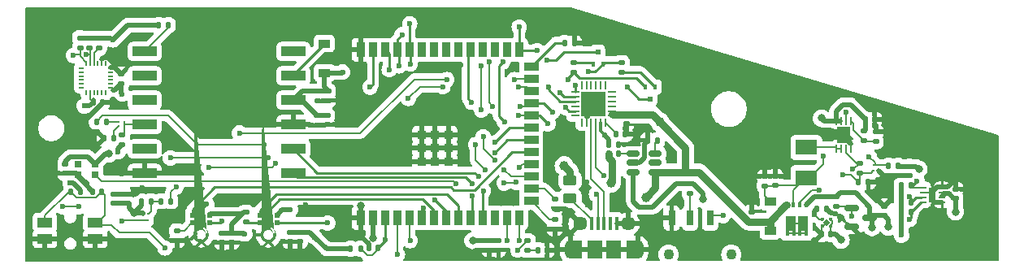
<source format=gtl>
G04 #@! TF.GenerationSoftware,KiCad,Pcbnew,8.0.8*
G04 #@! TF.CreationDate,2025-08-03T03:16:57+05:30*
G04 #@! TF.ProjectId,main,6d61696e-2e6b-4696-9361-645f70636258,rev?*
G04 #@! TF.SameCoordinates,Original*
G04 #@! TF.FileFunction,Copper,L1,Top*
G04 #@! TF.FilePolarity,Positive*
%FSLAX46Y46*%
G04 Gerber Fmt 4.6, Leading zero omitted, Abs format (unit mm)*
G04 Created by KiCad (PCBNEW 8.0.8) date 2025-08-03 03:16:57*
%MOMM*%
%LPD*%
G01*
G04 APERTURE LIST*
G04 Aperture macros list*
%AMRoundRect*
0 Rectangle with rounded corners*
0 $1 Rounding radius*
0 $2 $3 $4 $5 $6 $7 $8 $9 X,Y pos of 4 corners*
0 Add a 4 corners polygon primitive as box body*
4,1,4,$2,$3,$4,$5,$6,$7,$8,$9,$2,$3,0*
0 Add four circle primitives for the rounded corners*
1,1,$1+$1,$2,$3*
1,1,$1+$1,$4,$5*
1,1,$1+$1,$6,$7*
1,1,$1+$1,$8,$9*
0 Add four rect primitives between the rounded corners*
20,1,$1+$1,$2,$3,$4,$5,0*
20,1,$1+$1,$4,$5,$6,$7,0*
20,1,$1+$1,$6,$7,$8,$9,0*
20,1,$1+$1,$8,$9,$2,$3,0*%
%AMRotRect*
0 Rectangle, with rotation*
0 The origin of the aperture is its center*
0 $1 length*
0 $2 width*
0 $3 Rotation angle, in degrees counterclockwise*
0 Add horizontal line*
21,1,$1,$2,0,0,$3*%
%AMFreePoly0*
4,1,55,-0.481452,0.792129,-0.309719,0.732037,-0.155665,0.635238,-0.027012,0.506585,0.069787,0.352531,0.129879,0.180798,0.150250,0.000000,0.129879,-0.180798,0.069787,-0.352531,-0.027012,-0.506585,-0.155665,-0.635238,-0.309719,-0.732037,-0.481452,-0.792129,-0.662250,-0.812500,-0.843048,-0.792129,-1.014781,-0.732037,-1.168835,-0.635238,-1.297488,-0.506585,-1.394287,-0.352531,-1.454379,-0.180798,
-1.474750,0.000000,-1.179515,0.000000,-1.158562,-0.145730,-1.097401,-0.279655,-1.000987,-0.390923,-0.877130,-0.470521,-0.735864,-0.512000,-0.588636,-0.512000,-0.447370,-0.470521,-0.323513,-0.390923,-0.227099,-0.279655,-0.165938,-0.145730,-0.146823,-0.012788,-0.150250,0.000000,-0.146823,0.012788,-0.165938,0.145730,-0.227099,0.279655,-0.323513,0.390923,-0.447370,0.470521,-0.588636,0.512000,
-0.735864,0.512000,-0.877130,0.470521,-1.000987,0.390923,-1.097401,0.279655,-1.158562,0.145730,-1.179515,0.000000,-1.474750,0.000000,-1.454379,0.180798,-1.394287,0.352531,-1.297488,0.506585,-1.168835,0.635238,-1.014781,0.732037,-0.843048,0.792129,-0.662250,0.812500,-0.481452,0.792129,-0.481452,0.792129,$1*%
%AMFreePoly1*
4,1,14,0.198536,0.133536,0.200000,0.130000,0.200000,0.020000,0.198536,0.016464,0.048536,-0.133536,0.045000,-0.135000,-0.195000,-0.135000,-0.198536,-0.133536,-0.200000,-0.130000,-0.200000,0.130000,-0.198536,0.133536,-0.195000,0.135000,0.195000,0.135000,0.198536,0.133536,0.198536,0.133536,$1*%
%AMFreePoly2*
4,1,14,0.048536,0.133536,0.198536,-0.016464,0.200000,-0.020000,0.200000,-0.130000,0.198536,-0.133536,0.195000,-0.135000,-0.195000,-0.135000,-0.198536,-0.133536,-0.200000,-0.130000,-0.200000,0.130000,-0.198536,0.133536,-0.195000,0.135000,0.045000,0.135000,0.048536,0.133536,0.048536,0.133536,$1*%
%AMFreePoly3*
4,1,14,0.198536,0.133536,0.200000,0.130000,0.200000,-0.130000,0.198536,-0.133536,0.195000,-0.135000,-0.195000,-0.135000,-0.198536,-0.133536,-0.200000,-0.130000,-0.200000,-0.020000,-0.198536,-0.016464,-0.048536,0.133536,-0.045000,0.135000,0.195000,0.135000,0.198536,0.133536,0.198536,0.133536,$1*%
%AMFreePoly4*
4,1,14,0.198536,0.133536,0.200000,0.130000,0.200000,-0.130000,0.198536,-0.133536,0.195000,-0.135000,-0.045000,-0.135000,-0.048536,-0.133536,-0.198536,0.016464,-0.200000,0.020000,-0.200000,0.130000,-0.198536,0.133536,-0.195000,0.135000,0.195000,0.135000,0.198536,0.133536,0.198536,0.133536,$1*%
G04 Aperture macros list end*
G04 #@! TA.AperFunction,SMDPad,CuDef*
%ADD10R,0.600000X0.522000*%
G04 #@! TD*
G04 #@! TA.AperFunction,SMDPad,CuDef*
%ADD11FreePoly0,0.000000*%
G04 #@! TD*
G04 #@! TA.AperFunction,SMDPad,CuDef*
%ADD12C,0.300400*%
G04 #@! TD*
G04 #@! TA.AperFunction,SMDPad,CuDef*
%ADD13R,0.700000X1.600000*%
G04 #@! TD*
G04 #@! TA.AperFunction,ComponentPad*
%ADD14C,1.100000*%
G04 #@! TD*
G04 #@! TA.AperFunction,SMDPad,CuDef*
%ADD15R,2.500000X1.000000*%
G04 #@! TD*
G04 #@! TA.AperFunction,SMDPad,CuDef*
%ADD16RotRect,0.520000X0.520000X45.000000*%
G04 #@! TD*
G04 #@! TA.AperFunction,SMDPad,CuDef*
%ADD17FreePoly1,0.000000*%
G04 #@! TD*
G04 #@! TA.AperFunction,SMDPad,CuDef*
%ADD18FreePoly2,0.000000*%
G04 #@! TD*
G04 #@! TA.AperFunction,SMDPad,CuDef*
%ADD19FreePoly3,0.000000*%
G04 #@! TD*
G04 #@! TA.AperFunction,SMDPad,CuDef*
%ADD20FreePoly4,0.000000*%
G04 #@! TD*
G04 #@! TA.AperFunction,HeatsinkPad*
%ADD21R,1.400000X1.700000*%
G04 #@! TD*
G04 #@! TA.AperFunction,SMDPad,CuDef*
%ADD22RoundRect,0.062500X0.062500X-0.337500X0.062500X0.337500X-0.062500X0.337500X-0.062500X-0.337500X0*%
G04 #@! TD*
G04 #@! TA.AperFunction,SMDPad,CuDef*
%ADD23RoundRect,0.062500X0.287500X0.062500X-0.287500X0.062500X-0.287500X-0.062500X0.287500X-0.062500X0*%
G04 #@! TD*
G04 #@! TA.AperFunction,HeatsinkPad*
%ADD24R,0.800000X1.600000*%
G04 #@! TD*
G04 #@! TA.AperFunction,SMDPad,CuDef*
%ADD25RoundRect,0.150000X-0.587500X-0.150000X0.587500X-0.150000X0.587500X0.150000X-0.587500X0.150000X0*%
G04 #@! TD*
G04 #@! TA.AperFunction,SMDPad,CuDef*
%ADD26RoundRect,0.150000X-0.512500X-0.150000X0.512500X-0.150000X0.512500X0.150000X-0.512500X0.150000X0*%
G04 #@! TD*
G04 #@! TA.AperFunction,HeatsinkPad*
%ADD27R,2.600000X2.600000*%
G04 #@! TD*
G04 #@! TA.AperFunction,SMDPad,CuDef*
%ADD28RoundRect,0.062500X0.350000X-0.062500X0.350000X0.062500X-0.350000X0.062500X-0.350000X-0.062500X0*%
G04 #@! TD*
G04 #@! TA.AperFunction,SMDPad,CuDef*
%ADD29RoundRect,0.062500X0.062500X-0.350000X0.062500X0.350000X-0.062500X0.350000X-0.062500X-0.350000X0*%
G04 #@! TD*
G04 #@! TA.AperFunction,SMDPad,CuDef*
%ADD30RoundRect,0.050000X0.050000X-0.225000X0.050000X0.225000X-0.050000X0.225000X-0.050000X-0.225000X0*%
G04 #@! TD*
G04 #@! TA.AperFunction,SMDPad,CuDef*
%ADD31RoundRect,0.050000X-0.225000X-0.050000X0.225000X-0.050000X0.225000X0.050000X-0.225000X0.050000X0*%
G04 #@! TD*
G04 #@! TA.AperFunction,SMDPad,CuDef*
%ADD32R,1.550000X1.000000*%
G04 #@! TD*
G04 #@! TA.AperFunction,SMDPad,CuDef*
%ADD33RoundRect,0.135000X-0.185000X0.135000X-0.185000X-0.135000X0.185000X-0.135000X0.185000X0.135000X0*%
G04 #@! TD*
G04 #@! TA.AperFunction,SMDPad,CuDef*
%ADD34RoundRect,0.135000X0.185000X-0.135000X0.185000X0.135000X-0.185000X0.135000X-0.185000X-0.135000X0*%
G04 #@! TD*
G04 #@! TA.AperFunction,SMDPad,CuDef*
%ADD35RoundRect,0.135000X0.135000X0.185000X-0.135000X0.185000X-0.135000X-0.185000X0.135000X-0.185000X0*%
G04 #@! TD*
G04 #@! TA.AperFunction,SMDPad,CuDef*
%ADD36RoundRect,0.135000X-0.135000X-0.185000X0.135000X-0.185000X0.135000X0.185000X-0.135000X0.185000X0*%
G04 #@! TD*
G04 #@! TA.AperFunction,SMDPad,CuDef*
%ADD37R,0.400000X0.500000*%
G04 #@! TD*
G04 #@! TA.AperFunction,SMDPad,CuDef*
%ADD38R,1.040000X1.639980*%
G04 #@! TD*
G04 #@! TA.AperFunction,SMDPad,CuDef*
%ADD39R,1.040000X1.640000*%
G04 #@! TD*
G04 #@! TA.AperFunction,SMDPad,CuDef*
%ADD40R,0.170000X0.280000*%
G04 #@! TD*
G04 #@! TA.AperFunction,SMDPad,CuDef*
%ADD41R,0.520000X0.280000*%
G04 #@! TD*
G04 #@! TA.AperFunction,SMDPad,CuDef*
%ADD42R,0.280000X0.520000*%
G04 #@! TD*
G04 #@! TA.AperFunction,SMDPad,CuDef*
%ADD43R,0.280000X0.170000*%
G04 #@! TD*
G04 #@! TA.AperFunction,SMDPad,CuDef*
%ADD44R,0.400000X0.600000*%
G04 #@! TD*
G04 #@! TA.AperFunction,SMDPad,CuDef*
%ADD45R,0.500000X0.600000*%
G04 #@! TD*
G04 #@! TA.AperFunction,SMDPad,CuDef*
%ADD46R,2.300000X1.600000*%
G04 #@! TD*
G04 #@! TA.AperFunction,HeatsinkPad*
%ADD47O,1.200000X1.900000*%
G04 #@! TD*
G04 #@! TA.AperFunction,SMDPad,CuDef*
%ADD48R,1.200000X1.900000*%
G04 #@! TD*
G04 #@! TA.AperFunction,HeatsinkPad*
%ADD49C,1.450000*%
G04 #@! TD*
G04 #@! TA.AperFunction,SMDPad,CuDef*
%ADD50R,1.500000X1.900000*%
G04 #@! TD*
G04 #@! TA.AperFunction,SMDPad,CuDef*
%ADD51R,0.400000X1.350000*%
G04 #@! TD*
G04 #@! TA.AperFunction,SMDPad,CuDef*
%ADD52RoundRect,0.250000X0.450000X-0.262500X0.450000X0.262500X-0.450000X0.262500X-0.450000X-0.262500X0*%
G04 #@! TD*
G04 #@! TA.AperFunction,SMDPad,CuDef*
%ADD53R,1.200000X0.850000*%
G04 #@! TD*
G04 #@! TA.AperFunction,SMDPad,CuDef*
%ADD54RoundRect,0.147500X0.147500X0.172500X-0.147500X0.172500X-0.147500X-0.172500X0.147500X-0.172500X0*%
G04 #@! TD*
G04 #@! TA.AperFunction,SMDPad,CuDef*
%ADD55R,0.700000X0.700000*%
G04 #@! TD*
G04 #@! TA.AperFunction,SMDPad,CuDef*
%ADD56RoundRect,0.140000X-0.140000X-0.170000X0.140000X-0.170000X0.140000X0.170000X-0.140000X0.170000X0*%
G04 #@! TD*
G04 #@! TA.AperFunction,SMDPad,CuDef*
%ADD57RoundRect,0.140000X0.140000X0.170000X-0.140000X0.170000X-0.140000X-0.170000X0.140000X-0.170000X0*%
G04 #@! TD*
G04 #@! TA.AperFunction,SMDPad,CuDef*
%ADD58RoundRect,0.140000X0.170000X-0.140000X0.170000X0.140000X-0.170000X0.140000X-0.170000X-0.140000X0*%
G04 #@! TD*
G04 #@! TA.AperFunction,SMDPad,CuDef*
%ADD59RoundRect,0.140000X-0.170000X0.140000X-0.170000X-0.140000X0.170000X-0.140000X0.170000X0.140000X0*%
G04 #@! TD*
G04 #@! TA.AperFunction,SMDPad,CuDef*
%ADD60R,0.900000X0.900000*%
G04 #@! TD*
G04 #@! TA.AperFunction,SMDPad,CuDef*
%ADD61R,0.900000X1.500000*%
G04 #@! TD*
G04 #@! TA.AperFunction,SMDPad,CuDef*
%ADD62R,1.500000X0.900000*%
G04 #@! TD*
G04 #@! TA.AperFunction,ViaPad*
%ADD63C,0.600000*%
G04 #@! TD*
G04 #@! TA.AperFunction,ViaPad*
%ADD64C,0.800000*%
G04 #@! TD*
G04 #@! TA.AperFunction,ViaPad*
%ADD65C,1.000000*%
G04 #@! TD*
G04 #@! TA.AperFunction,Conductor*
%ADD66C,0.500000*%
G04 #@! TD*
G04 #@! TA.AperFunction,Conductor*
%ADD67C,0.200000*%
G04 #@! TD*
G04 #@! TA.AperFunction,Conductor*
%ADD68C,0.800000*%
G04 #@! TD*
G04 #@! TA.AperFunction,Conductor*
%ADD69C,0.254000*%
G04 #@! TD*
G04 #@! TA.AperFunction,Conductor*
%ADD70C,0.300000*%
G04 #@! TD*
G04 APERTURE END LIST*
D10*
X181325000Y-75937000D03*
X181325000Y-76759000D03*
D11*
X182887250Y-78011000D03*
D12*
X182225000Y-78673250D03*
X181562750Y-78011000D03*
X182225000Y-77348750D03*
D10*
X183125000Y-76759000D03*
X183125000Y-75937000D03*
X182225000Y-75937000D03*
X175225000Y-75937000D03*
X176125000Y-75937000D03*
X176125000Y-76759000D03*
D12*
X175225000Y-77348750D03*
X174562750Y-78011000D03*
X175225000Y-78673250D03*
D11*
X175887250Y-78011000D03*
D10*
X174325000Y-76759000D03*
X174325000Y-75937000D03*
D13*
X226137500Y-76262500D03*
X228237500Y-76262500D03*
X224237500Y-76262500D03*
D14*
X223917500Y-80052500D03*
X230437500Y-80062500D03*
D15*
X184823350Y-71600000D03*
X184823350Y-69060000D03*
X184823350Y-66520000D03*
X184823350Y-63980000D03*
X184823350Y-61440000D03*
X184823350Y-58900000D03*
X169323350Y-58900000D03*
X169323350Y-61440000D03*
X169323350Y-63980000D03*
X169323350Y-66520000D03*
X169323350Y-69060000D03*
X169323350Y-71600000D03*
D16*
X240375000Y-76725000D03*
D17*
X239970000Y-76400000D03*
D18*
X239970000Y-77050000D03*
D19*
X240780000Y-77050000D03*
D20*
X240780000Y-76400000D03*
D21*
X242150000Y-67575000D03*
D22*
X241400000Y-66125000D03*
X241900000Y-66125000D03*
X242400000Y-66125000D03*
X242900000Y-66125000D03*
X242900000Y-69025000D03*
X242400000Y-69025000D03*
X241900000Y-69025000D03*
X241400000Y-69025000D03*
D23*
X252400000Y-74585614D03*
X252400000Y-74085614D03*
X252400000Y-73585614D03*
X252400000Y-73085614D03*
X250400000Y-73085614D03*
X250400000Y-73585614D03*
X250400000Y-74085614D03*
X250400000Y-74585614D03*
D24*
X251400000Y-73835614D03*
D25*
X242975000Y-75250000D03*
X242975000Y-77150000D03*
X244850000Y-76200000D03*
D26*
X220225000Y-69550000D03*
X220225000Y-70500000D03*
X220225000Y-71450000D03*
X222500000Y-71450000D03*
X222500000Y-70500000D03*
X222500000Y-69550000D03*
D27*
X216100000Y-64350000D03*
D28*
X214162500Y-65600000D03*
X214162500Y-65100000D03*
X214162500Y-64600000D03*
X214162500Y-64100000D03*
X214162500Y-63600000D03*
X214162500Y-63100000D03*
D29*
X214850000Y-62412500D03*
X215350000Y-62412500D03*
X215850000Y-62412500D03*
X216350000Y-62412500D03*
X216850000Y-62412500D03*
X217350000Y-62412500D03*
D28*
X218037500Y-63100000D03*
X218037500Y-63600000D03*
X218037500Y-64100000D03*
X218037500Y-64600000D03*
X218037500Y-65100000D03*
X218037500Y-65600000D03*
D29*
X217350000Y-66287500D03*
X216850000Y-66287500D03*
X216350000Y-66287500D03*
X215850000Y-66287500D03*
X215350000Y-66287500D03*
X214850000Y-66287500D03*
D30*
X163250000Y-60175000D03*
X163650000Y-60175000D03*
X164050000Y-60175000D03*
X164450000Y-60175000D03*
X164850000Y-60175000D03*
X165250000Y-60175000D03*
D31*
X165750000Y-60675000D03*
X165750000Y-61075000D03*
X165750000Y-61475000D03*
X165750000Y-61875000D03*
X165750000Y-62275000D03*
X165750000Y-62675000D03*
D30*
X165250000Y-63175000D03*
X164850000Y-63175000D03*
X164450000Y-63175000D03*
X164050000Y-63175000D03*
X163650000Y-63175000D03*
X163250000Y-63175000D03*
D31*
X162750000Y-62675000D03*
X162750000Y-62275000D03*
X162750000Y-61875000D03*
X162750000Y-61475000D03*
X162750000Y-61075000D03*
X162750000Y-60675000D03*
D32*
X158950000Y-78400000D03*
X164200000Y-78400000D03*
X158950000Y-76700000D03*
X164200000Y-76700000D03*
D33*
X245500000Y-68310000D03*
X245500000Y-67290000D03*
D34*
X244250000Y-68210000D03*
X244250000Y-67190000D03*
D35*
X248180000Y-74600000D03*
X249200000Y-74600000D03*
D33*
X232600000Y-75627500D03*
X232600000Y-76647500D03*
D35*
X249210000Y-75600000D03*
X248190000Y-75600000D03*
X249160000Y-72850000D03*
X248140000Y-72850000D03*
D36*
X246830000Y-70800000D03*
X247850000Y-70800000D03*
D35*
X244725000Y-72525000D03*
X243705000Y-72525000D03*
D33*
X226150000Y-72680000D03*
X226150000Y-73700000D03*
X243850000Y-70540000D03*
X243850000Y-71560000D03*
D34*
X241400000Y-75060000D03*
X241400000Y-74040000D03*
D35*
X222760000Y-68150000D03*
X221740000Y-68150000D03*
D34*
X179950000Y-76680000D03*
X179950000Y-75660000D03*
D33*
X172700000Y-77583000D03*
X172700000Y-78603000D03*
D35*
X169970000Y-74500000D03*
X168950000Y-74500000D03*
D36*
X161640000Y-73500000D03*
X162660000Y-73500000D03*
D35*
X172070000Y-74500000D03*
X171050000Y-74500000D03*
X190790000Y-79460000D03*
X191810000Y-79460000D03*
D36*
X170780000Y-56150000D03*
X171800000Y-56150000D03*
D33*
X167000000Y-67590000D03*
X167000000Y-68610000D03*
D34*
X209250000Y-79650000D03*
X209250000Y-78630000D03*
D36*
X165090000Y-67950000D03*
X166110000Y-67950000D03*
X165320000Y-66200000D03*
X164300000Y-66200000D03*
X213090000Y-58000000D03*
X214110000Y-58000000D03*
D34*
X164600000Y-57490000D03*
X164600000Y-58510000D03*
X162600000Y-58500000D03*
X162600000Y-57480000D03*
X163600000Y-57490000D03*
X163600000Y-58510000D03*
D33*
X212050000Y-75300000D03*
X212050000Y-74280000D03*
X219050000Y-61060000D03*
X219050000Y-60040000D03*
D34*
X214050000Y-61060000D03*
X214050000Y-60040000D03*
D33*
X212050000Y-76390000D03*
X212050000Y-77410000D03*
D37*
X238230000Y-74900000D03*
X237580000Y-74900000D03*
X236930000Y-74900000D03*
X236280000Y-74900000D03*
D38*
X236620000Y-76799990D03*
D37*
X236290000Y-77870000D03*
X236940000Y-77870000D03*
X237590000Y-77870000D03*
D39*
X237920000Y-76800000D03*
D37*
X238240000Y-77870000D03*
D40*
X245250000Y-71350000D03*
X245600000Y-71350000D03*
D41*
X245425000Y-70700000D03*
D40*
X169700000Y-75800000D03*
X169350000Y-75800000D03*
D41*
X169525000Y-76450000D03*
D42*
X167250000Y-66450000D03*
D43*
X166600000Y-66625000D03*
X166600000Y-66275000D03*
D44*
X222500000Y-62600000D03*
X221500000Y-62600000D03*
D45*
X222000000Y-63840000D03*
X216550000Y-58960000D03*
D44*
X217050000Y-60200000D03*
X216050000Y-60200000D03*
D46*
X238250000Y-72050000D03*
X238250000Y-68890000D03*
D47*
X220700000Y-79550000D03*
D48*
X220100000Y-79550000D03*
D49*
X219700000Y-76850000D03*
D50*
X218200000Y-79550000D03*
X216200000Y-79550000D03*
D49*
X214700000Y-76850000D03*
D48*
X214300000Y-79550000D03*
D47*
X213700000Y-79550000D03*
D51*
X218500000Y-76850000D03*
X217850000Y-76850000D03*
X217200000Y-76850000D03*
X216550000Y-76850000D03*
X215900000Y-76850000D03*
D52*
X213650000Y-74162500D03*
X213650000Y-72337500D03*
D53*
X234500000Y-74512500D03*
X234500000Y-77562500D03*
D54*
X217700000Y-69550000D03*
X218670000Y-69550000D03*
D53*
X188050000Y-61125000D03*
X188050000Y-58075000D03*
D55*
X162350000Y-70650000D03*
X162350000Y-71750000D03*
X164180000Y-71750000D03*
X164180000Y-70650000D03*
D56*
X239390000Y-75300000D03*
X240350000Y-75300000D03*
X244390000Y-65950000D03*
X245350000Y-65950000D03*
D57*
X240830000Y-77950000D03*
X239870000Y-77950000D03*
D58*
X233900000Y-72900000D03*
X233900000Y-71940000D03*
X235050000Y-72870000D03*
X235050000Y-71910000D03*
X253800000Y-74200000D03*
X253800000Y-73240000D03*
D59*
X249000000Y-70870000D03*
X249000000Y-71830000D03*
D58*
X246400000Y-75980000D03*
X246400000Y-75020000D03*
X184500000Y-78710000D03*
X184500000Y-77750000D03*
X177400000Y-78803000D03*
X177400000Y-77843000D03*
X185500000Y-78690000D03*
X185500000Y-77730000D03*
X178400000Y-78783000D03*
X178400000Y-77823000D03*
D57*
X218675000Y-68575000D03*
X217715000Y-68575000D03*
D56*
X218440000Y-67550000D03*
X219400000Y-67550000D03*
D58*
X219500000Y-65470000D03*
X219500000Y-66430000D03*
D59*
X167100000Y-73760000D03*
X167100000Y-74720000D03*
X166100000Y-74700000D03*
X166100000Y-73740000D03*
X188450000Y-63040000D03*
X188450000Y-64000000D03*
X188350000Y-65560000D03*
X188350000Y-66520000D03*
D58*
X187400000Y-64010000D03*
X187400000Y-63050000D03*
X187250000Y-66550000D03*
X187250000Y-65590000D03*
D56*
X163920000Y-73500000D03*
X164880000Y-73500000D03*
D57*
X193620000Y-79350000D03*
X192660000Y-79350000D03*
D56*
X210300000Y-79600000D03*
X211260000Y-79600000D03*
D58*
X206200000Y-79580000D03*
X206200000Y-78620000D03*
X205250000Y-79580000D03*
X205250000Y-78620000D03*
D59*
X166900000Y-61270000D03*
X166900000Y-62230000D03*
D58*
X161050000Y-71600000D03*
X161050000Y-70640000D03*
D57*
X164950000Y-64200000D03*
X163990000Y-64200000D03*
D60*
X198165000Y-67589000D03*
X199565000Y-67589000D03*
X200965000Y-67589000D03*
X200965000Y-68989000D03*
X200965000Y-70389000D03*
X199565000Y-70389000D03*
X198165000Y-70389000D03*
X198165000Y-68989000D03*
X199565000Y-68989000D03*
D61*
X191845000Y-58739000D03*
X193115000Y-58739000D03*
X194385000Y-58739000D03*
X195655000Y-58739000D03*
X196925000Y-58739000D03*
X198195000Y-58739000D03*
X199465000Y-58739000D03*
X200735000Y-58739000D03*
X202005000Y-58739000D03*
X203275000Y-58739000D03*
X204545000Y-58739000D03*
X205815000Y-58739000D03*
X207085000Y-58739000D03*
X208355000Y-58739000D03*
D62*
X209605000Y-60504000D03*
X209605000Y-61774000D03*
X209605000Y-63044000D03*
X209605000Y-64314000D03*
X209605000Y-65584000D03*
X209605000Y-66854000D03*
X209605000Y-68124000D03*
X209605000Y-69394000D03*
X209605000Y-70664000D03*
X209605000Y-71934000D03*
X209605000Y-73204000D03*
X209605000Y-74474000D03*
D61*
X208355000Y-76239000D03*
X207085000Y-76239000D03*
X205815000Y-76239000D03*
X204545000Y-76239000D03*
X203275000Y-76239000D03*
X202005000Y-76239000D03*
X200735000Y-76239000D03*
X199465000Y-76239000D03*
X198195000Y-76239000D03*
X196925000Y-76239000D03*
X195655000Y-76239000D03*
X194385000Y-76239000D03*
X193115000Y-76239000D03*
X191845000Y-76239000D03*
D63*
X224400000Y-69400000D03*
X215400000Y-72500000D03*
X188900000Y-78100000D03*
X186100000Y-74900000D03*
X177500000Y-74100000D03*
X167000000Y-71700000D03*
X160000000Y-61100000D03*
X161800000Y-55900000D03*
X180800000Y-55900000D03*
X188700000Y-55800000D03*
X234200000Y-67700000D03*
X225600000Y-65200000D03*
X208000000Y-60500000D03*
X202300000Y-60300000D03*
X198700000Y-60300000D03*
X194300000Y-56900000D03*
X195200000Y-55800000D03*
X191500000Y-61100000D03*
X190700000Y-64500000D03*
X190600000Y-69300000D03*
X211300000Y-71800000D03*
X215000000Y-68300000D03*
X215500000Y-74900000D03*
X218000000Y-75000000D03*
X207900000Y-74700000D03*
X201700000Y-77900000D03*
X211300000Y-69000000D03*
X226900000Y-79200000D03*
X233400000Y-79600000D03*
X236400000Y-79500000D03*
X245300000Y-79800000D03*
X255500000Y-79300000D03*
X251500000Y-79400000D03*
X253700000Y-67800000D03*
X250000000Y-67400000D03*
X230000000Y-70100000D03*
X235300000Y-64600000D03*
X225700000Y-60500000D03*
X200000000Y-64500000D03*
X172100000Y-67900000D03*
X177500000Y-58500000D03*
X176000000Y-65000000D03*
X179700000Y-60700000D03*
X179700000Y-63900000D03*
X175700000Y-61900000D03*
X202300000Y-70300000D03*
X202300000Y-69000000D03*
X202300000Y-67600000D03*
X196800000Y-70000000D03*
X196800000Y-67600000D03*
X196800000Y-68800000D03*
X162900000Y-65900000D03*
X220700000Y-67500000D03*
X184520000Y-75390000D03*
D64*
X245100000Y-77250000D03*
X227500000Y-74300000D03*
D63*
X246850000Y-72550000D03*
X203325000Y-80050000D03*
D65*
X222975000Y-66225000D03*
X213050000Y-70825000D03*
X221550000Y-74081000D03*
X217927000Y-72593316D03*
D63*
X171850000Y-71350000D03*
X169050000Y-73125000D03*
X189950000Y-61050000D03*
X187050000Y-78225000D03*
X179775000Y-77925000D03*
X166025000Y-57700000D03*
X167000000Y-63350000D03*
X163025000Y-64575000D03*
X166575000Y-69350000D03*
X161550000Y-72625000D03*
X158850000Y-73375000D03*
D64*
X165600000Y-69575000D03*
X168200000Y-75725000D03*
X203525000Y-78600000D03*
X241875000Y-78550000D03*
D63*
X215300000Y-63600000D03*
X216875000Y-65125000D03*
X215275000Y-65125000D03*
X216850000Y-63650000D03*
X216100000Y-64362500D03*
X248175000Y-78050000D03*
X239125000Y-75870000D03*
X241322447Y-75830000D03*
X243000000Y-76050000D03*
D64*
X246800000Y-77200000D03*
D63*
X242400000Y-65200000D03*
X240000000Y-69800000D03*
X229600000Y-76000000D03*
X242048527Y-71773000D03*
X243072123Y-71189352D03*
X239600000Y-73373000D03*
X244800000Y-69850000D03*
D64*
X253800000Y-71600000D03*
D63*
X171450000Y-79375000D03*
X195666790Y-80027000D03*
X160794777Y-75081389D03*
X162486612Y-75086612D03*
X167000000Y-76600000D03*
X207826000Y-61827000D03*
X200800000Y-61827000D03*
X179200000Y-67400000D03*
X172600000Y-73027000D03*
X208254000Y-62573000D03*
X200400000Y-62573000D03*
X196800000Y-63800000D03*
X198370143Y-75256857D03*
X201800000Y-72702644D03*
X208400000Y-71000000D03*
X208027000Y-72534000D03*
X206773000Y-72623358D03*
X204843356Y-71243356D03*
X203800000Y-68600000D03*
X183000000Y-70600000D03*
X176000000Y-71000000D03*
X206773000Y-71200000D03*
X205831181Y-70255532D03*
X204600000Y-67800000D03*
X182200000Y-70000000D03*
X172000000Y-70000000D03*
X208254000Y-65600000D03*
X204400000Y-65000000D03*
X204400000Y-60400000D03*
X161900000Y-59325000D03*
X208427000Y-64627000D03*
X205600000Y-64627000D03*
X205200000Y-60000000D03*
X163224265Y-59175735D03*
X203400000Y-64200000D03*
X249800000Y-72400000D03*
X203443356Y-72643356D03*
X203443356Y-73956644D03*
X204143356Y-71943356D03*
X204600000Y-73400000D03*
X192800000Y-62627000D03*
X194800000Y-60800000D03*
X206800000Y-66200000D03*
X206629763Y-59988974D03*
X211200000Y-59800000D03*
X219600000Y-62600000D03*
X210200000Y-58800000D03*
X215600000Y-61000000D03*
X214200000Y-62400000D03*
X213400000Y-61800000D03*
X213200000Y-64739500D03*
X197000000Y-60200000D03*
X211400000Y-62573000D03*
X212600000Y-63200000D03*
X195800000Y-60400000D03*
X211356644Y-66443356D03*
X249000000Y-76400000D03*
X211800000Y-65200000D03*
X249000000Y-74000000D03*
X205800000Y-68400000D03*
X175800000Y-74800000D03*
X205824000Y-69424000D03*
X177400000Y-76600000D03*
X199573801Y-74400000D03*
X188400000Y-76774400D03*
X217200000Y-71800000D03*
X216400000Y-73800000D03*
D64*
X239850000Y-65850000D03*
X191850000Y-75000000D03*
X193150000Y-78350000D03*
D63*
X196150000Y-57150000D03*
X196950000Y-56000000D03*
X208355000Y-56350000D03*
X194385000Y-78500000D03*
D64*
X250000000Y-71150000D03*
D63*
X208375000Y-78575000D03*
X207075000Y-78575000D03*
X196977000Y-78613000D03*
X181800000Y-68600000D03*
D64*
X253800000Y-75600000D03*
D63*
X208200000Y-79600000D03*
X217225000Y-67575000D03*
D66*
X167680000Y-73740000D02*
X166100000Y-73740000D01*
X167700000Y-73760000D02*
X167680000Y-73740000D01*
X169050000Y-73125000D02*
X168415000Y-73760000D01*
X168415000Y-73760000D02*
X167700000Y-73760000D01*
X166120000Y-74720000D02*
X166100000Y-74700000D01*
X167100000Y-74720000D02*
X166120000Y-74720000D01*
X166575000Y-69035000D02*
X167000000Y-68610000D01*
X166575000Y-69350000D02*
X166575000Y-69035000D01*
D67*
X167250000Y-67340000D02*
X167250000Y-66450000D01*
X167000000Y-67590000D02*
X167250000Y-67340000D01*
X236620000Y-76799990D02*
X237919990Y-76799990D01*
X237919990Y-76799990D02*
X237920000Y-76800000D01*
X236290000Y-77870000D02*
X238240000Y-77870000D01*
D66*
X163335030Y-65900000D02*
X162900000Y-65900000D01*
X164950000Y-64285030D02*
X163335030Y-65900000D01*
X164950000Y-64200000D02*
X164950000Y-64285030D01*
X191845000Y-78143844D02*
X191845000Y-76239000D01*
X192660000Y-78958844D02*
X191845000Y-78143844D01*
X192660000Y-79350000D02*
X192660000Y-78958844D01*
X242150000Y-67751720D02*
X242902000Y-68503720D01*
X242150000Y-67575000D02*
X242150000Y-67751720D01*
X213150000Y-75300000D02*
X214700000Y-76850000D01*
X212050000Y-75300000D02*
X213150000Y-75300000D01*
X218500000Y-76850000D02*
X219700000Y-76850000D01*
X216100000Y-65001720D02*
X215348000Y-65753720D01*
X216100000Y-64350000D02*
X216100000Y-65001720D01*
X162200000Y-71600000D02*
X161050000Y-71600000D01*
X162350000Y-71750000D02*
X162200000Y-71600000D01*
X183672000Y-75390000D02*
X183125000Y-75937000D01*
X184520000Y-75390000D02*
X183672000Y-75390000D01*
D68*
X217700000Y-69961212D02*
X217700000Y-69550000D01*
X218027000Y-70288212D02*
X217700000Y-69961212D01*
X218027000Y-72493316D02*
X218027000Y-70288212D01*
X217927000Y-72593316D02*
X218027000Y-72493316D01*
D66*
X164850000Y-59694744D02*
X164852628Y-59697372D01*
X165021744Y-59523000D02*
X164850000Y-59694744D01*
X165478256Y-59523000D02*
X165021744Y-59523000D01*
X166228000Y-60272744D02*
X165478256Y-59523000D01*
X166228000Y-60598000D02*
X166228000Y-60272744D01*
X166228000Y-60598000D02*
X165750000Y-60598000D01*
X166900000Y-61270000D02*
X166228000Y-60598000D01*
D67*
X240969696Y-76589696D02*
X240969696Y-76860304D01*
X240969696Y-76860304D02*
X240780000Y-77050000D01*
X240780000Y-76400000D02*
X240969696Y-76589696D01*
D66*
X239125000Y-75870000D02*
X239125000Y-75565000D01*
D67*
X239125000Y-75870000D02*
X239624020Y-76369020D01*
X239624020Y-76369020D02*
X239939020Y-76369020D01*
D66*
X239125000Y-75565000D02*
X239390000Y-75300000D01*
D67*
X240871960Y-76430000D02*
X240810980Y-76369020D01*
X193050000Y-80140000D02*
X192490000Y-80140000D01*
X193620000Y-79570000D02*
X193050000Y-80140000D01*
X192490000Y-80140000D02*
X191810000Y-79460000D01*
X193620000Y-79350000D02*
X193620000Y-79570000D01*
D66*
X188315000Y-79490000D02*
X187050000Y-78225000D01*
X190792180Y-79490000D02*
X188315000Y-79490000D01*
D67*
X240050000Y-77050000D02*
X240375000Y-76725000D01*
X239970000Y-77050000D02*
X240050000Y-77050000D01*
X239870000Y-77150000D02*
X239970000Y-77050000D01*
X239870000Y-77950000D02*
X239870000Y-77150000D01*
X240830000Y-77950000D02*
X240830000Y-77100000D01*
D66*
X245100000Y-76450000D02*
X244850000Y-76200000D01*
X245100000Y-77250000D02*
X245100000Y-76450000D01*
X227500000Y-73710001D02*
X227500000Y-74300000D01*
X226469999Y-72680000D02*
X227500000Y-73710001D01*
X226150000Y-72680000D02*
X226469999Y-72680000D01*
X247175000Y-72225000D02*
X246850000Y-72550000D01*
X247175000Y-71830000D02*
X247175000Y-72225000D01*
X247175000Y-71830000D02*
X246700000Y-71830000D01*
X249000000Y-71830000D02*
X247175000Y-71830000D01*
D67*
X240830000Y-77100000D02*
X240810980Y-77080980D01*
D69*
X220557000Y-61657000D02*
X221500000Y-62600000D01*
X214647000Y-61657000D02*
X220557000Y-61657000D01*
X214050000Y-61060000D02*
X214647000Y-61657000D01*
X213560500Y-65100000D02*
X214162500Y-65100000D01*
X213200000Y-64739500D02*
X213560500Y-65100000D01*
D70*
X216850000Y-67200000D02*
X217225000Y-67575000D01*
X216850000Y-66287500D02*
X216850000Y-67200000D01*
D69*
X212613288Y-64100000D02*
X214162500Y-64100000D01*
X211400000Y-62886712D02*
X212613288Y-64100000D01*
X211400000Y-62573000D02*
X211400000Y-62886712D01*
X212600000Y-63200000D02*
X213000000Y-63600000D01*
X213000000Y-63600000D02*
X214162500Y-63600000D01*
X196150000Y-57150000D02*
X195655000Y-57645000D01*
X195655000Y-57645000D02*
X195655000Y-58739000D01*
X174325000Y-75346790D02*
X174325000Y-75939490D01*
X201540288Y-73329644D02*
X201260644Y-73050000D01*
X176621790Y-73050000D02*
X174325000Y-75346790D01*
X203670356Y-73329644D02*
X201540288Y-73329644D01*
X207606000Y-69394000D02*
X203670356Y-73329644D01*
X201260644Y-73050000D02*
X176621790Y-73050000D01*
X209605000Y-69394000D02*
X207606000Y-69394000D01*
D66*
X179440001Y-75850000D02*
X179630001Y-75660000D01*
X176125000Y-75939490D02*
X176214490Y-75850000D01*
X176214490Y-75850000D02*
X179440001Y-75850000D01*
D69*
X175225000Y-75375000D02*
X175225000Y-75939490D01*
X175800000Y-74800000D02*
X175225000Y-75375000D01*
D67*
X163650000Y-63860000D02*
X163990000Y-64200000D01*
X163650000Y-63175000D02*
X163650000Y-63860000D01*
X251150000Y-73585614D02*
X251400000Y-73835614D01*
X250400000Y-73585614D02*
X251150000Y-73585614D01*
X162025000Y-59200000D02*
X161900000Y-59325000D01*
X162600000Y-59200000D02*
X162025000Y-59200000D01*
D66*
X206200000Y-79580000D02*
X203795000Y-79580000D01*
X203795000Y-79580000D02*
X203325000Y-80050000D01*
D68*
X222220000Y-65470000D02*
X222975000Y-66225000D01*
X219500000Y-65470000D02*
X222220000Y-65470000D01*
X225675000Y-71450000D02*
X222500000Y-71450000D01*
X227059312Y-71450000D02*
X225675000Y-71450000D01*
X225675000Y-71450000D02*
X225675000Y-68925000D01*
X225675000Y-68925000D02*
X222975000Y-66225000D01*
X213650000Y-71425000D02*
X213050000Y-70825000D01*
X213650000Y-72337500D02*
X213650000Y-71425000D01*
D66*
X221387500Y-69999999D02*
X221387500Y-68502500D01*
X220887499Y-70500000D02*
X221387500Y-69999999D01*
X221387500Y-68502500D02*
X221740000Y-68150000D01*
X220225000Y-70500000D02*
X220887499Y-70500000D01*
X222275000Y-75125000D02*
X224720000Y-72680000D01*
X220850000Y-75125000D02*
X222275000Y-75125000D01*
X224720000Y-72680000D02*
X226150000Y-72680000D01*
X220225000Y-74500000D02*
X220850000Y-75125000D01*
X220225000Y-71450000D02*
X220225000Y-74500000D01*
D68*
X221550000Y-74081000D02*
X222500000Y-73131000D01*
X222500000Y-73131000D02*
X222500000Y-71450000D01*
D66*
X242890000Y-64450000D02*
X244390000Y-65950000D01*
X242075000Y-64450000D02*
X242890000Y-64450000D01*
D68*
X232256812Y-76647500D02*
X227059312Y-71450000D01*
X232600000Y-76647500D02*
X232256812Y-76647500D01*
D66*
X189875000Y-61125000D02*
X189950000Y-61050000D01*
X188050000Y-61125000D02*
X189875000Y-61125000D01*
X185753350Y-63050000D02*
X184823350Y-63980000D01*
X187400000Y-63050000D02*
X185753350Y-63050000D01*
X188050000Y-62640000D02*
X188450000Y-63040000D01*
X188050000Y-61125000D02*
X188050000Y-62640000D01*
X188440000Y-63050000D02*
X188450000Y-63040000D01*
X187400000Y-63050000D02*
X188440000Y-63050000D01*
X184823350Y-63980000D02*
X185640000Y-63980000D01*
X185640000Y-63980000D02*
X187250000Y-65590000D01*
X187280000Y-65560000D02*
X187250000Y-65590000D01*
X188350000Y-65560000D02*
X187280000Y-65560000D01*
X186555000Y-77730000D02*
X187050000Y-78225000D01*
X185500000Y-77730000D02*
X186555000Y-77730000D01*
X179673000Y-77823000D02*
X179775000Y-77925000D01*
X178400000Y-77823000D02*
X179673000Y-77823000D01*
X184520000Y-77730000D02*
X184500000Y-77750000D01*
X185500000Y-77730000D02*
X184520000Y-77730000D01*
X178400000Y-76890001D02*
X178400000Y-77823000D01*
X179630001Y-75660000D02*
X178400000Y-76890001D01*
X179950000Y-75660000D02*
X179630001Y-75660000D01*
X177400000Y-77843000D02*
X178380000Y-77843000D01*
X178380000Y-77843000D02*
X178400000Y-77823000D01*
X167575000Y-56150000D02*
X166025000Y-57700000D01*
X170780000Y-56150000D02*
X167575000Y-56150000D01*
X165805000Y-57480000D02*
X166025000Y-57700000D01*
X162600000Y-57480000D02*
X165805000Y-57480000D01*
X166900000Y-63250000D02*
X167000000Y-63350000D01*
X166900000Y-62230000D02*
X166900000Y-63250000D01*
X163615000Y-64575000D02*
X163990000Y-64200000D01*
X163025000Y-64575000D02*
X163615000Y-64575000D01*
X166230000Y-62900000D02*
X166000000Y-62900000D01*
X166900000Y-62230000D02*
X166230000Y-62900000D01*
X163990000Y-64200000D02*
X163990000Y-63973492D01*
X161916056Y-72625000D02*
X161550000Y-72625000D01*
X162660000Y-73368944D02*
X161916056Y-72625000D01*
X162660000Y-73500000D02*
X162660000Y-73368944D01*
X162350000Y-71930000D02*
X163920000Y-73500000D01*
X162350000Y-71750000D02*
X162350000Y-71930000D01*
D67*
X162260000Y-74120000D02*
X161640000Y-73500000D01*
X164260000Y-74120000D02*
X162260000Y-74120000D01*
X164880000Y-73500000D02*
X164260000Y-74120000D01*
D66*
X161560001Y-69850000D02*
X161050000Y-70360001D01*
X163380000Y-69850000D02*
X161560001Y-69850000D01*
X164180000Y-70650000D02*
X163380000Y-69850000D01*
X161050000Y-70360001D02*
X161050000Y-70640000D01*
X165600000Y-69575000D02*
X165255000Y-69575000D01*
X165255000Y-69575000D02*
X164180000Y-70650000D01*
X167700000Y-74720000D02*
X167700000Y-75225000D01*
X167700000Y-75225000D02*
X168200000Y-75725000D01*
X166700000Y-74700000D02*
X167680000Y-74700000D01*
X167680000Y-74700000D02*
X167700000Y-74720000D01*
X168950000Y-74975000D02*
X168200000Y-75725000D01*
X168950000Y-74500000D02*
X168950000Y-74975000D01*
X169125000Y-75725000D02*
X169165000Y-75765000D01*
X169165000Y-75765000D02*
X169165000Y-75800000D01*
X168200000Y-75725000D02*
X169125000Y-75725000D01*
X205250000Y-78620000D02*
X206200000Y-78620000D01*
X205230000Y-78600000D02*
X205250000Y-78620000D01*
X203525000Y-78600000D02*
X205230000Y-78600000D01*
X241400000Y-74040000D02*
X239993661Y-74040000D01*
X242075000Y-64450000D02*
X241400000Y-65125000D01*
X241400000Y-65125000D02*
X241400000Y-66125000D01*
X244390000Y-67050000D02*
X244250000Y-67190000D01*
X244390000Y-65950000D02*
X244390000Y-67050000D01*
X241275000Y-77950000D02*
X241875000Y-78550000D01*
X240830000Y-77950000D02*
X241275000Y-77950000D01*
X246700000Y-71830000D02*
X246265000Y-71830000D01*
D68*
X219500000Y-65470000D02*
X218082500Y-65470000D01*
X218082500Y-65470000D02*
X218037500Y-65425000D01*
D66*
X248190000Y-78035000D02*
X248175000Y-78050000D01*
X248190000Y-75600000D02*
X248190000Y-78035000D01*
D68*
X234410000Y-76647500D02*
X232600000Y-76647500D01*
X234500000Y-76737500D02*
X234410000Y-76647500D01*
X234500000Y-77562500D02*
X234500000Y-76737500D01*
D66*
X240805000Y-75755000D02*
X240943944Y-75755000D01*
X240350000Y-75300000D02*
X240805000Y-75755000D01*
D67*
X242975000Y-76025000D02*
X243000000Y-76050000D01*
X242975000Y-75250000D02*
X242975000Y-76025000D01*
D66*
X243400000Y-73650000D02*
X241790000Y-73650000D01*
X241790000Y-73650000D02*
X241400000Y-74040000D01*
X244850000Y-76200000D02*
X244850000Y-75100000D01*
X244850000Y-75100000D02*
X243400000Y-73650000D01*
D67*
X242400000Y-69439386D02*
X242400000Y-69025000D01*
X243500614Y-70540000D02*
X242400000Y-69439386D01*
X243850000Y-70540000D02*
X243500614Y-70540000D01*
D66*
X245070000Y-75980000D02*
X244850000Y-76200000D01*
X246400000Y-75980000D02*
X245070000Y-75980000D01*
X246800000Y-77200000D02*
X246800000Y-76380000D01*
X246800000Y-76380000D02*
X246400000Y-75980000D01*
X248180000Y-75590000D02*
X248190000Y-75600000D01*
X248180000Y-74600000D02*
X248180000Y-75590000D01*
X248140000Y-72850000D02*
X248140000Y-74560000D01*
X248140000Y-74560000D02*
X248180000Y-74600000D01*
X252525000Y-73960614D02*
X252400000Y-73960614D01*
X252525000Y-73710614D02*
X252525000Y-73960614D01*
X253110614Y-73710614D02*
X252525000Y-73710614D01*
X253800000Y-74200000D02*
X253600000Y-74200000D01*
X253600000Y-74200000D02*
X253110614Y-73710614D01*
D67*
X171800000Y-56423350D02*
X171800000Y-56150000D01*
X169323350Y-58900000D02*
X171800000Y-56423350D01*
X209300000Y-79600000D02*
X209250000Y-79650000D01*
X210300000Y-79600000D02*
X209300000Y-79600000D01*
X215900000Y-76412500D02*
X215900000Y-76850000D01*
X213650000Y-74162500D02*
X215900000Y-76412500D01*
X218440000Y-67390000D02*
X217350000Y-66300000D01*
X218440000Y-67550000D02*
X218440000Y-67390000D01*
X222500000Y-68410000D02*
X222760000Y-68150000D01*
X222500000Y-69550000D02*
X222500000Y-68410000D01*
X241265000Y-68890000D02*
X238250000Y-68890000D01*
X241400000Y-69025000D02*
X241265000Y-68890000D01*
X241400000Y-69025000D02*
X241900000Y-69025000D01*
X244350000Y-68310000D02*
X244250000Y-68210000D01*
X245500000Y-68310000D02*
X244350000Y-68310000D01*
X243150000Y-67110000D02*
X244250000Y-68210000D01*
X243150000Y-66375000D02*
X243150000Y-67110000D01*
X242900000Y-66125000D02*
X243150000Y-66375000D01*
X242400000Y-65200000D02*
X242400000Y-66125000D01*
X240000000Y-70650000D02*
X240000000Y-69800000D01*
X238600000Y-72050000D02*
X240000000Y-70650000D01*
X238250000Y-72050000D02*
X238600000Y-72050000D01*
X245425000Y-70475000D02*
X245425000Y-70700000D01*
X244800000Y-69850000D02*
X245425000Y-70475000D01*
X243200648Y-71189352D02*
X243850000Y-70540000D01*
X243072123Y-71189352D02*
X243200648Y-71189352D01*
X226137500Y-76262500D02*
X226137500Y-73712500D01*
X226137500Y-73712500D02*
X226150000Y-73700000D01*
X229600000Y-76000000D02*
X228500000Y-76000000D01*
X228500000Y-76000000D02*
X228237500Y-76262500D01*
X242933000Y-71773000D02*
X242048527Y-71773000D01*
X243660000Y-72500000D02*
X242933000Y-71773000D01*
X243850000Y-72310000D02*
X243660000Y-72500000D01*
X243850000Y-71560000D02*
X243850000Y-72310000D01*
X242785000Y-75060000D02*
X242975000Y-75250000D01*
X241400000Y-75060000D02*
X242785000Y-75060000D01*
X238089990Y-76799990D02*
X238090000Y-76800000D01*
X237430000Y-72870000D02*
X238250000Y-72050000D01*
X235050000Y-72870000D02*
X237430000Y-72870000D01*
X235020000Y-72900000D02*
X235050000Y-72870000D01*
X233900000Y-72900000D02*
X235020000Y-72900000D01*
X233900000Y-73912500D02*
X234500000Y-74512500D01*
X233900000Y-72900000D02*
X233900000Y-73912500D01*
X246730000Y-70700000D02*
X246830000Y-70800000D01*
X245425000Y-70700000D02*
X246730000Y-70700000D01*
X245005000Y-71560000D02*
X245215000Y-71350000D01*
X243850000Y-71560000D02*
X245005000Y-71560000D01*
D66*
X246265000Y-71830000D02*
X245785000Y-71350000D01*
X247920000Y-70870000D02*
X247850000Y-70800000D01*
X249000000Y-70870000D02*
X247920000Y-70870000D01*
X251666864Y-74660614D02*
X252400000Y-74660614D01*
X251400000Y-74393750D02*
X251666864Y-74660614D01*
X251400000Y-73835614D02*
X251400000Y-74393750D01*
X253020636Y-73010614D02*
X253800000Y-72231250D01*
X251898482Y-73010614D02*
X253020636Y-73010614D01*
X251400000Y-73509096D02*
X251898482Y-73010614D01*
X251400000Y-73835614D02*
X251400000Y-73509096D01*
X253800000Y-72231250D02*
X253800000Y-73240000D01*
X253800000Y-71600000D02*
X253800000Y-72231250D01*
D67*
X249395614Y-73085614D02*
X249160000Y-72850000D01*
X250300000Y-73085614D02*
X249395614Y-73085614D01*
X211521000Y-76390000D02*
X212050000Y-76390000D01*
X209605000Y-74474000D02*
X211521000Y-76390000D01*
D69*
X200735000Y-75561199D02*
X200735000Y-76239000D01*
X199573801Y-74400000D02*
X200735000Y-75561199D01*
X200829394Y-73783644D02*
X202005000Y-74959250D01*
X200123000Y-73773000D02*
X200133644Y-73783644D01*
X183008790Y-73773000D02*
X200123000Y-73773000D01*
X181350000Y-75431790D02*
X183008790Y-73773000D01*
X181350000Y-75952490D02*
X181350000Y-75431790D01*
X200133644Y-73783644D02*
X200829394Y-73783644D01*
X202005000Y-74959250D02*
X202005000Y-76239000D01*
X194385000Y-78585000D02*
X193620000Y-79350000D01*
X194385000Y-78500000D02*
X194385000Y-78585000D01*
D67*
X195666790Y-79893790D02*
X195655000Y-79882000D01*
X195655000Y-79882000D02*
X195655000Y-76239000D01*
X195666790Y-80027000D02*
X195666790Y-79893790D01*
X172700000Y-77583000D02*
X173442400Y-77583000D01*
X173442400Y-77583000D02*
X174261000Y-76764400D01*
X165200000Y-76000000D02*
X165200000Y-73820000D01*
X165200000Y-73820000D02*
X164880000Y-73500000D01*
X160794777Y-75081389D02*
X160800000Y-75086612D01*
X160800000Y-75086612D02*
X162486612Y-75086612D01*
X167150000Y-76450000D02*
X167000000Y-76600000D01*
X169525000Y-76450000D02*
X167150000Y-76450000D01*
X169970000Y-75565000D02*
X169735000Y-75800000D01*
X169970000Y-74500000D02*
X169970000Y-75565000D01*
X171050000Y-74500000D02*
X169970000Y-74500000D01*
X207826000Y-61827000D02*
X207879000Y-61774000D01*
X207879000Y-61774000D02*
X209605000Y-61774000D01*
X200800000Y-61800000D02*
X200800000Y-61827000D01*
X197400000Y-61800000D02*
X200800000Y-61800000D01*
X191800000Y-67400000D02*
X197400000Y-61800000D01*
X179200000Y-67400000D02*
X191800000Y-67400000D01*
X172000000Y-70000000D02*
X182200000Y-70000000D01*
X172070000Y-73557000D02*
X172600000Y-73027000D01*
X172070000Y-74500000D02*
X172070000Y-73557000D01*
X198027000Y-62573000D02*
X196800000Y-63800000D01*
X200400000Y-62573000D02*
X198027000Y-62573000D01*
D69*
X187309350Y-71546000D02*
X184823350Y-69060000D01*
X203746000Y-71546000D02*
X187309350Y-71546000D01*
X204143356Y-71943356D02*
X203746000Y-71546000D01*
D67*
X203800000Y-70200000D02*
X204843356Y-71243356D01*
X203800000Y-68600000D02*
X203800000Y-70200000D01*
X205807003Y-70255532D02*
X205831181Y-70255532D01*
X204600000Y-69048529D02*
X205807003Y-70255532D01*
X204600000Y-67800000D02*
X204600000Y-69048529D01*
X206773000Y-71200000D02*
X207507000Y-71934000D01*
X207507000Y-71934000D02*
X209605000Y-71934000D01*
D69*
X206227000Y-60391737D02*
X206629763Y-59988974D01*
X206227000Y-65627000D02*
X206227000Y-60391737D01*
X206800000Y-66200000D02*
X206227000Y-65627000D01*
D67*
X205200000Y-64227000D02*
X205600000Y-64627000D01*
X205200000Y-60000000D02*
X205200000Y-64227000D01*
X204400000Y-60400000D02*
X204400000Y-65000000D01*
D69*
X203000000Y-59014000D02*
X203275000Y-58739000D01*
X203000000Y-63800000D02*
X203000000Y-59014000D01*
X203400000Y-64200000D02*
X203000000Y-63800000D01*
D67*
X208254000Y-62573000D02*
X209134000Y-62573000D01*
X209134000Y-62573000D02*
X209605000Y-63044000D01*
X171780000Y-65580000D02*
X164920000Y-65580000D01*
X164920000Y-65580000D02*
X164300000Y-66200000D01*
X174800000Y-68600000D02*
X171780000Y-65580000D01*
X181800000Y-68600000D02*
X174800000Y-68600000D01*
X166560000Y-66200000D02*
X166600000Y-66240000D01*
X165320000Y-66200000D02*
X166560000Y-66200000D01*
X166110000Y-67150000D02*
X166600000Y-66660000D01*
X166110000Y-67950000D02*
X166110000Y-67150000D01*
X167320000Y-66520000D02*
X167250000Y-66450000D01*
X169323350Y-66520000D02*
X167320000Y-66520000D01*
X201524356Y-72427000D02*
X164857000Y-72427000D01*
X201800000Y-72702644D02*
X201524356Y-72427000D01*
X164857000Y-72427000D02*
X164180000Y-71750000D01*
X208736000Y-70664000D02*
X209605000Y-70664000D01*
X208400000Y-71000000D02*
X208736000Y-70664000D01*
X207937642Y-72623358D02*
X206773000Y-72623358D01*
X208027000Y-72534000D02*
X207937642Y-72623358D01*
D69*
X205824000Y-69424000D02*
X207124000Y-68124000D01*
X207124000Y-68124000D02*
X209605000Y-68124000D01*
D67*
X182600000Y-71000000D02*
X183000000Y-70600000D01*
X176000000Y-71000000D02*
X182600000Y-71000000D01*
X208254000Y-65600000D02*
X208270000Y-65584000D01*
X208270000Y-65584000D02*
X209605000Y-65584000D01*
X162600000Y-59200000D02*
X162600000Y-59400000D01*
X162600000Y-58500000D02*
X162600000Y-59200000D01*
X209292000Y-64627000D02*
X209605000Y-64314000D01*
X208427000Y-64627000D02*
X209292000Y-64627000D01*
X163248530Y-59200000D02*
X163224265Y-59175735D01*
X163650000Y-59200000D02*
X163248530Y-59200000D01*
X163650000Y-59200000D02*
X163650000Y-60050000D01*
X163650000Y-58560000D02*
X163650000Y-59200000D01*
D69*
X209605000Y-60504000D02*
X212109000Y-58000000D01*
X212109000Y-58000000D02*
X213090000Y-58000000D01*
X249350000Y-72850000D02*
X249800000Y-72400000D01*
X249160000Y-72850000D02*
X249350000Y-72850000D01*
X184823350Y-61301650D02*
X188050000Y-58075000D01*
X184823350Y-61440000D02*
X184823350Y-61301650D01*
X203443356Y-76070644D02*
X203275000Y-76239000D01*
X203443356Y-73956644D02*
X203443356Y-76070644D01*
X202800000Y-72000000D02*
X203443356Y-72643356D01*
X201200000Y-72000000D02*
X202800000Y-72000000D01*
X204545000Y-73455000D02*
X204545000Y-76239000D01*
X204600000Y-73400000D02*
X204545000Y-73455000D01*
X185223350Y-72000000D02*
X201200000Y-72000000D01*
X184823350Y-71600000D02*
X185223350Y-72000000D01*
X193115000Y-62312000D02*
X193115000Y-58739000D01*
X192800000Y-62627000D02*
X193115000Y-62312000D01*
X194800000Y-59154000D02*
X194385000Y-58739000D01*
X194800000Y-60800000D02*
X194800000Y-59154000D01*
X212200000Y-59800000D02*
X211200000Y-59800000D01*
X213000000Y-59000000D02*
X212200000Y-59800000D01*
X213040000Y-58960000D02*
X213000000Y-59000000D01*
X216550000Y-58960000D02*
X213040000Y-58960000D01*
X208416000Y-58800000D02*
X208355000Y-58739000D01*
X210200000Y-58800000D02*
X208416000Y-58800000D01*
X220840000Y-63840000D02*
X219600000Y-62600000D01*
X222000000Y-63840000D02*
X220840000Y-63840000D01*
X220960000Y-61060000D02*
X219050000Y-61060000D01*
X222500000Y-62600000D02*
X220960000Y-61060000D01*
X214200000Y-63075000D02*
X214162500Y-63112500D01*
X214200000Y-62400000D02*
X214200000Y-63075000D01*
X216250000Y-61000000D02*
X215600000Y-61000000D01*
X217050000Y-60200000D02*
X216250000Y-61000000D01*
X217210000Y-60040000D02*
X217050000Y-60200000D01*
X219050000Y-60040000D02*
X217210000Y-60040000D01*
X213400000Y-61800000D02*
X213514500Y-61685500D01*
X215890000Y-60040000D02*
X216050000Y-60200000D01*
X214050000Y-60040000D02*
X215890000Y-60040000D01*
X213400000Y-61710000D02*
X214050000Y-61060000D01*
X213400000Y-61800000D02*
X213400000Y-61710000D01*
X197000000Y-58814000D02*
X196925000Y-58739000D01*
X197000000Y-60200000D02*
X197000000Y-58814000D01*
X195800000Y-58884000D02*
X195655000Y-58739000D01*
X195800000Y-60400000D02*
X195800000Y-58884000D01*
X210497288Y-65584000D02*
X209605000Y-65584000D01*
X211356644Y-66443356D02*
X210497288Y-65584000D01*
X249210000Y-76190000D02*
X249000000Y-76400000D01*
X249210000Y-75600000D02*
X249210000Y-76190000D01*
X211800000Y-65200000D02*
X210914000Y-64314000D01*
X210914000Y-64314000D02*
X209605000Y-64314000D01*
X249200000Y-74200000D02*
X249000000Y-74000000D01*
X249200000Y-74600000D02*
X249200000Y-74200000D01*
X250224386Y-74585614D02*
X249210000Y-75600000D01*
X250300000Y-74585614D02*
X250224386Y-74585614D01*
X249714386Y-74085614D02*
X249200000Y-74600000D01*
X250300000Y-74085614D02*
X249714386Y-74085614D01*
X205800000Y-68400000D02*
X207346000Y-66854000D01*
X207346000Y-66854000D02*
X209605000Y-66854000D01*
X177235600Y-76764400D02*
X177400000Y-76600000D01*
X176039000Y-76764400D02*
X177235600Y-76764400D01*
X180044400Y-76774400D02*
X179950000Y-76680000D01*
X181361000Y-76774400D02*
X180044400Y-76774400D01*
D66*
X191845000Y-75005000D02*
X191845000Y-76239000D01*
X191850000Y-75000000D02*
X191845000Y-75005000D01*
D69*
X188400000Y-76774400D02*
X183139000Y-76774400D01*
D67*
X216400000Y-73800000D02*
X216550000Y-73950000D01*
X216550000Y-73950000D02*
X216550000Y-76850000D01*
D66*
X240125000Y-66125000D02*
X239850000Y-65850000D01*
X241600000Y-66125000D02*
X240125000Y-66125000D01*
X241600000Y-66125000D02*
X241825000Y-66125000D01*
X241400000Y-66125000D02*
X241600000Y-66125000D01*
X193115000Y-78315000D02*
X193150000Y-78350000D01*
X193115000Y-76239000D02*
X193115000Y-78315000D01*
D69*
X195661000Y-58739000D02*
X195750000Y-58650000D01*
X195655000Y-58739000D02*
X195661000Y-58739000D01*
X196925000Y-56025000D02*
X196950000Y-56000000D01*
X196925000Y-58739000D02*
X196925000Y-56025000D01*
X208355000Y-56350000D02*
X208355000Y-58739000D01*
X194385000Y-78500000D02*
X194385000Y-76239000D01*
D66*
X250000000Y-71150000D02*
X249720000Y-70870000D01*
X249720000Y-70870000D02*
X249000000Y-70870000D01*
D67*
X210135000Y-64314000D02*
X209605000Y-64314000D01*
X210086000Y-64314000D02*
X209605000Y-64314000D01*
X209326000Y-66575000D02*
X209605000Y-66854000D01*
X207085000Y-78565000D02*
X207085000Y-76239000D01*
X207075000Y-78575000D02*
X207085000Y-78565000D01*
X196925000Y-78561000D02*
X196925000Y-76239000D01*
X196977000Y-78613000D02*
X196925000Y-78561000D01*
X208375000Y-78575000D02*
X208355000Y-78555000D01*
X208355000Y-78555000D02*
X208355000Y-76239000D01*
X162600000Y-59400000D02*
X163250000Y-60050000D01*
X163600000Y-58510000D02*
X163650000Y-58560000D01*
X164600000Y-58510000D02*
X164050000Y-59060000D01*
X164050000Y-59060000D02*
X164050000Y-60050000D01*
X209218452Y-70664000D02*
X209605000Y-70664000D01*
D69*
X199465000Y-75465002D02*
X199465000Y-76239000D01*
X182250000Y-75431790D02*
X183408790Y-74273000D01*
X198272998Y-74273000D02*
X199465000Y-75465002D01*
X182250000Y-75952490D02*
X182250000Y-75431790D01*
X183408790Y-74273000D02*
X198272998Y-74273000D01*
D67*
X198370143Y-76063857D02*
X198195000Y-76239000D01*
X198370143Y-75256857D02*
X198370143Y-76063857D01*
X210974000Y-73204000D02*
X212050000Y-74280000D01*
X209605000Y-73204000D02*
X210974000Y-73204000D01*
X252300000Y-73585614D02*
X252664386Y-73585614D01*
D66*
X253800000Y-75600000D02*
X253800000Y-74200000D01*
D67*
X209250000Y-78630000D02*
X209170000Y-78630000D01*
X209170000Y-78630000D02*
X208200000Y-79600000D01*
D66*
X217715000Y-68065000D02*
X217225000Y-67575000D01*
X217715000Y-68575000D02*
X217715000Y-68065000D01*
D67*
X220225000Y-69550000D02*
X218670000Y-69550000D01*
X217200000Y-73500000D02*
X217200000Y-76850000D01*
X215850000Y-72150000D02*
X217200000Y-73500000D01*
X215850000Y-66300000D02*
X215850000Y-72150000D01*
X217200000Y-71800000D02*
X216350000Y-70950000D01*
X216350000Y-70950000D02*
X216350000Y-66300000D01*
D68*
X234410000Y-76647500D02*
X234410000Y-76616000D01*
X234410000Y-76616000D02*
X236126000Y-74900000D01*
X236126000Y-74900000D02*
X236203000Y-74900000D01*
D67*
X238250000Y-72050000D02*
X236930000Y-73370000D01*
X236930000Y-73370000D02*
X236930000Y-74900000D01*
D66*
X239993661Y-74040000D02*
X239983661Y-74050000D01*
X239983661Y-74050000D02*
X239080000Y-74050000D01*
X239080000Y-74050000D02*
X238230000Y-74900000D01*
D67*
X239600000Y-73373000D02*
X238827000Y-73373000D01*
X238827000Y-73373000D02*
X237580000Y-74620000D01*
X237580000Y-74620000D02*
X237580000Y-74900000D01*
X158950000Y-76700000D02*
X158950000Y-76000000D01*
X161450000Y-73500000D02*
X161640000Y-73500000D01*
X158950000Y-76000000D02*
X161450000Y-73500000D01*
X171450000Y-79375000D02*
X169862500Y-77787500D01*
X166687500Y-77787500D02*
X165893750Y-76993750D01*
X169862500Y-77787500D02*
X166687500Y-77787500D01*
X164200000Y-76700000D02*
X164500000Y-76700000D01*
X164500000Y-76700000D02*
X165200000Y-76000000D01*
X164493750Y-76993750D02*
X164200000Y-76700000D01*
X165893750Y-76993750D02*
X164493750Y-76993750D01*
G04 #@! TA.AperFunction,Conductor*
G36*
X213669227Y-54305684D02*
G01*
X224095065Y-57418979D01*
X258211396Y-67606573D01*
X258270000Y-67644617D01*
X258298733Y-67708305D01*
X258299916Y-67725278D01*
X258311439Y-80575999D01*
X258291815Y-80643056D01*
X258239052Y-80688858D01*
X258187560Y-80700110D01*
X231480903Y-80726187D01*
X231413844Y-80706568D01*
X231368038Y-80653809D01*
X231358027Y-80584660D01*
X231371423Y-80543735D01*
X231412732Y-80466454D01*
X231472800Y-80268434D01*
X231493083Y-80062500D01*
X231472800Y-79856566D01*
X231412732Y-79658546D01*
X231315185Y-79476050D01*
X231258800Y-79407344D01*
X231183910Y-79316089D01*
X231041148Y-79198929D01*
X231023950Y-79184815D01*
X230854054Y-79094002D01*
X230841456Y-79087269D01*
X230841455Y-79087268D01*
X230841454Y-79087268D01*
X230643434Y-79027200D01*
X230643432Y-79027199D01*
X230643434Y-79027199D01*
X230437500Y-79006917D01*
X230231567Y-79027199D01*
X230033543Y-79087269D01*
X229927220Y-79144101D01*
X229851050Y-79184815D01*
X229851048Y-79184816D01*
X229851047Y-79184817D01*
X229691089Y-79316089D01*
X229559817Y-79476047D01*
X229559815Y-79476050D01*
X229532868Y-79526464D01*
X229462269Y-79658543D01*
X229402199Y-79856567D01*
X229381917Y-80062500D01*
X229402199Y-80268432D01*
X229415029Y-80310727D01*
X229459235Y-80456456D01*
X229462269Y-80466456D01*
X229504663Y-80545769D01*
X229518905Y-80614172D01*
X229493905Y-80679416D01*
X229437600Y-80720787D01*
X229395426Y-80728223D01*
X224952150Y-80732562D01*
X224885091Y-80712943D01*
X224839285Y-80660184D01*
X224829274Y-80591035D01*
X224842670Y-80550111D01*
X224892732Y-80456454D01*
X224952800Y-80258434D01*
X224973083Y-80052500D01*
X224952800Y-79846566D01*
X224892732Y-79648546D01*
X224795185Y-79466050D01*
X224741389Y-79400499D01*
X224663910Y-79306089D01*
X224529453Y-79195745D01*
X224503950Y-79174815D01*
X224321454Y-79077268D01*
X224123434Y-79017200D01*
X224123432Y-79017199D01*
X224123434Y-79017199D01*
X223917500Y-78996917D01*
X223711567Y-79017199D01*
X223536192Y-79070398D01*
X223519731Y-79075392D01*
X223513543Y-79077269D01*
X223424059Y-79125100D01*
X223331050Y-79174815D01*
X223331048Y-79174816D01*
X223331047Y-79174817D01*
X223171089Y-79306089D01*
X223043841Y-79461144D01*
X223039815Y-79466050D01*
X223013634Y-79515031D01*
X222942269Y-79648543D01*
X222942268Y-79648545D01*
X222942268Y-79648546D01*
X222939235Y-79658546D01*
X222882199Y-79846567D01*
X222861917Y-80052500D01*
X222882199Y-80258432D01*
X222912143Y-80357145D01*
X222942268Y-80456454D01*
X222990008Y-80545769D01*
X222993407Y-80552127D01*
X223007649Y-80620530D01*
X222982649Y-80685774D01*
X222926345Y-80727145D01*
X222884170Y-80734581D01*
X221695957Y-80735741D01*
X221628898Y-80716122D01*
X221583092Y-80663363D01*
X221573081Y-80594214D01*
X221595518Y-80538855D01*
X221640803Y-80476525D01*
X221719408Y-80322257D01*
X221772914Y-80157584D01*
X221800000Y-79986571D01*
X221800000Y-79800000D01*
X221000000Y-79800000D01*
X221000000Y-79300000D01*
X221800000Y-79300000D01*
X221800000Y-79113426D01*
X221772914Y-78942415D01*
X221719408Y-78777742D01*
X221640804Y-78623475D01*
X221539032Y-78483397D01*
X221416602Y-78360967D01*
X221276524Y-78259195D01*
X221122257Y-78180591D01*
X220957589Y-78127087D01*
X220957581Y-78127085D01*
X220950000Y-78125884D01*
X220950000Y-79033011D01*
X220940060Y-79015795D01*
X220884205Y-78959940D01*
X220815796Y-78920444D01*
X220739496Y-78900000D01*
X220660504Y-78900000D01*
X220584204Y-78920444D01*
X220515795Y-78959940D01*
X220459940Y-79015795D01*
X220450000Y-79033011D01*
X220450000Y-78100000D01*
X220443815Y-78100000D01*
X220376776Y-78080315D01*
X220331021Y-78027511D01*
X220321077Y-77958353D01*
X220350102Y-77894797D01*
X220372691Y-77874425D01*
X220490421Y-77791988D01*
X220490423Y-77791987D01*
X220641987Y-77640423D01*
X220641992Y-77640416D01*
X220764930Y-77464844D01*
X220764932Y-77464840D01*
X220855518Y-77270576D01*
X220855522Y-77270567D01*
X220898453Y-77110344D01*
X223387500Y-77110344D01*
X223393901Y-77169872D01*
X223393903Y-77169879D01*
X223444145Y-77304586D01*
X223444149Y-77304593D01*
X223530309Y-77419687D01*
X223530312Y-77419690D01*
X223645406Y-77505850D01*
X223645413Y-77505854D01*
X223780120Y-77556096D01*
X223780127Y-77556098D01*
X223839655Y-77562499D01*
X223839672Y-77562500D01*
X223987500Y-77562500D01*
X223987500Y-76512500D01*
X223387500Y-76512500D01*
X223387500Y-77110344D01*
X220898453Y-77110344D01*
X220901225Y-77100000D01*
X220046410Y-77100000D01*
X220096037Y-77014044D01*
X220125000Y-76905952D01*
X220125000Y-76794048D01*
X220096037Y-76685956D01*
X220046410Y-76600000D01*
X220901225Y-76600000D01*
X220901225Y-76599999D01*
X220855522Y-76429432D01*
X220855518Y-76429423D01*
X220764933Y-76235162D01*
X220764932Y-76235160D01*
X220647689Y-76067718D01*
X220625362Y-76001512D01*
X220642372Y-75933744D01*
X220693321Y-75885932D01*
X220762030Y-75873254D01*
X220773457Y-75874978D01*
X220776081Y-75875500D01*
X220776082Y-75875500D01*
X222348920Y-75875500D01*
X222473638Y-75850691D01*
X222493913Y-75846658D01*
X222564418Y-75817454D01*
X222630491Y-75790086D01*
X222630492Y-75790085D01*
X222630495Y-75790084D01*
X222688107Y-75751589D01*
X222753416Y-75707952D01*
X223180010Y-75281358D01*
X223241333Y-75247873D01*
X223311024Y-75252857D01*
X223366958Y-75294728D01*
X223391375Y-75360193D01*
X223390981Y-75382294D01*
X223387500Y-75414671D01*
X223387500Y-76012500D01*
X223987500Y-76012500D01*
X223987500Y-74962500D01*
X223839672Y-74962500D01*
X223807293Y-74965981D01*
X223738533Y-74953575D01*
X223687396Y-74905964D01*
X223670117Y-74838265D01*
X223692182Y-74771971D01*
X223706354Y-74755013D01*
X224994548Y-73466818D01*
X225055871Y-73433334D01*
X225082229Y-73430500D01*
X225205500Y-73430500D01*
X225272539Y-73450185D01*
X225318294Y-73502989D01*
X225329500Y-73554500D01*
X225329500Y-73899169D01*
X225329501Y-73899191D01*
X225332335Y-73935205D01*
X225377129Y-74089388D01*
X225377131Y-74089393D01*
X225458863Y-74227595D01*
X225458869Y-74227603D01*
X225500680Y-74269413D01*
X225534166Y-74330736D01*
X225537000Y-74357095D01*
X225537000Y-74962749D01*
X225517315Y-75029788D01*
X225487312Y-75062015D01*
X225429957Y-75104951D01*
X225429951Y-75104957D01*
X225343706Y-75220164D01*
X225343702Y-75220171D01*
X225303415Y-75328187D01*
X225261544Y-75384121D01*
X225196079Y-75408538D01*
X225127806Y-75393686D01*
X225078401Y-75344281D01*
X225071051Y-75328187D01*
X225030854Y-75220413D01*
X225030850Y-75220406D01*
X224944690Y-75105312D01*
X224944687Y-75105309D01*
X224829593Y-75019149D01*
X224829586Y-75019145D01*
X224694879Y-74968903D01*
X224694872Y-74968901D01*
X224635344Y-74962500D01*
X224487500Y-74962500D01*
X224487500Y-77562500D01*
X224635328Y-77562500D01*
X224635344Y-77562499D01*
X224694872Y-77556098D01*
X224694879Y-77556096D01*
X224829586Y-77505854D01*
X224829593Y-77505850D01*
X224944687Y-77419690D01*
X224944690Y-77419687D01*
X225030850Y-77304593D01*
X225030855Y-77304584D01*
X225071051Y-77196813D01*
X225112922Y-77140879D01*
X225178386Y-77116461D01*
X225246659Y-77131312D01*
X225296065Y-77180717D01*
X225303415Y-77196812D01*
X225343702Y-77304828D01*
X225343706Y-77304835D01*
X225429952Y-77420044D01*
X225429955Y-77420047D01*
X225545164Y-77506293D01*
X225545171Y-77506297D01*
X225680017Y-77556591D01*
X225680016Y-77556591D01*
X225686944Y-77557335D01*
X225739627Y-77563000D01*
X226535372Y-77562999D01*
X226594983Y-77556591D01*
X226729831Y-77506296D01*
X226845046Y-77420046D01*
X226931296Y-77304831D01*
X226981591Y-77169983D01*
X226988000Y-77110373D01*
X226987999Y-75414628D01*
X226981591Y-75355017D01*
X226980025Y-75350819D01*
X226957007Y-75289104D01*
X226950590Y-75271901D01*
X226945607Y-75202211D01*
X226979092Y-75140888D01*
X227040415Y-75107403D01*
X227110107Y-75112387D01*
X227117191Y-75115282D01*
X227220197Y-75161144D01*
X227307035Y-75179601D01*
X227368514Y-75212793D01*
X227402291Y-75273955D01*
X227397639Y-75343670D01*
X227397435Y-75344222D01*
X227393408Y-75355017D01*
X227387310Y-75411740D01*
X227387001Y-75414623D01*
X227387000Y-75414635D01*
X227387000Y-77110370D01*
X227387001Y-77110376D01*
X227393408Y-77169983D01*
X227443702Y-77304828D01*
X227443706Y-77304835D01*
X227529952Y-77420044D01*
X227529955Y-77420047D01*
X227645164Y-77506293D01*
X227645171Y-77506297D01*
X227780017Y-77556591D01*
X227780016Y-77556591D01*
X227786944Y-77557335D01*
X227839627Y-77563000D01*
X228635372Y-77562999D01*
X228694983Y-77556591D01*
X228829831Y-77506296D01*
X228945046Y-77420046D01*
X229031296Y-77304831D01*
X229081591Y-77169983D01*
X229088000Y-77110373D01*
X229087999Y-76843695D01*
X229107683Y-76776658D01*
X229160487Y-76730903D01*
X229229646Y-76720959D01*
X229252954Y-76726656D01*
X229420737Y-76785366D01*
X229420743Y-76785367D01*
X229420745Y-76785368D01*
X229420746Y-76785368D01*
X229420750Y-76785369D01*
X229599996Y-76805565D01*
X229600000Y-76805565D01*
X229600004Y-76805565D01*
X229779249Y-76785369D01*
X229779252Y-76785368D01*
X229779255Y-76785368D01*
X229949522Y-76725789D01*
X230102262Y-76629816D01*
X230229816Y-76502262D01*
X230325789Y-76349522D01*
X230353808Y-76269445D01*
X230394529Y-76212670D01*
X230459481Y-76186922D01*
X230528043Y-76200378D01*
X230558531Y-76222719D01*
X231682772Y-77346961D01*
X231682777Y-77346965D01*
X231701408Y-77359413D01*
X231738673Y-77384313D01*
X231830265Y-77445513D01*
X231912205Y-77479453D01*
X231912206Y-77479453D01*
X231912207Y-77479454D01*
X231927537Y-77485804D01*
X231994146Y-77513395D01*
X232135784Y-77541568D01*
X232168115Y-77547999D01*
X232168119Y-77548000D01*
X232168120Y-77548000D01*
X232168121Y-77548000D01*
X232511309Y-77548000D01*
X233275500Y-77548000D01*
X233342539Y-77567685D01*
X233388294Y-77620489D01*
X233399500Y-77672000D01*
X233399500Y-78035369D01*
X233399501Y-78035376D01*
X233405908Y-78094983D01*
X233456202Y-78229828D01*
X233456206Y-78229835D01*
X233542452Y-78345044D01*
X233542455Y-78345047D01*
X233657664Y-78431293D01*
X233657671Y-78431297D01*
X233792517Y-78481591D01*
X233792516Y-78481591D01*
X233799444Y-78482335D01*
X233852127Y-78488000D01*
X235147872Y-78487999D01*
X235207483Y-78481591D01*
X235342331Y-78431296D01*
X235402605Y-78386175D01*
X235464645Y-78339732D01*
X235465578Y-78340978D01*
X235518159Y-78312261D01*
X235587851Y-78317239D01*
X235643788Y-78359106D01*
X235643794Y-78359113D01*
X235732455Y-78477547D01*
X235847664Y-78563793D01*
X235847671Y-78563797D01*
X235865021Y-78570268D01*
X235982517Y-78614091D01*
X236042127Y-78620500D01*
X236537872Y-78620499D01*
X236597483Y-78614091D01*
X236597486Y-78614089D01*
X236601744Y-78613632D01*
X236628254Y-78613632D01*
X236632514Y-78614089D01*
X236632517Y-78614091D01*
X236692127Y-78620500D01*
X237187872Y-78620499D01*
X237247483Y-78614091D01*
X237247486Y-78614089D01*
X237251744Y-78613632D01*
X237278254Y-78613632D01*
X237282514Y-78614089D01*
X237282517Y-78614091D01*
X237342127Y-78620500D01*
X237837872Y-78620499D01*
X237897483Y-78614091D01*
X237897486Y-78614089D01*
X237901744Y-78613632D01*
X237928254Y-78613632D01*
X237932514Y-78614089D01*
X237932517Y-78614091D01*
X237992127Y-78620500D01*
X238487872Y-78620499D01*
X238547483Y-78614091D01*
X238682331Y-78563796D01*
X238797546Y-78477546D01*
X238883796Y-78362331D01*
X238887090Y-78353499D01*
X238893591Y-78336070D01*
X238935462Y-78280136D01*
X239000926Y-78255719D01*
X239069199Y-78270570D01*
X239118605Y-78319975D01*
X239126464Y-78339025D01*
X239127226Y-78339221D01*
X239516448Y-77950000D01*
X239516448Y-77949999D01*
X239127226Y-77560777D01*
X239095336Y-77568965D01*
X239025508Y-77566571D01*
X238968058Y-77526805D01*
X238941228Y-77462292D01*
X238940499Y-77448875D01*
X238940499Y-76834097D01*
X238960184Y-76767059D01*
X239012988Y-76721304D01*
X239082146Y-76711360D01*
X239145702Y-76740385D01*
X239152180Y-76746416D01*
X239232701Y-76826937D01*
X239266185Y-76888258D01*
X239261201Y-76957950D01*
X239260000Y-76959818D01*
X239260000Y-76986448D01*
X240013181Y-77739629D01*
X240046666Y-77800952D01*
X240049500Y-77827310D01*
X240049500Y-78183688D01*
X240029815Y-78250727D01*
X239977011Y-78296482D01*
X239907853Y-78306426D01*
X239901558Y-78303551D01*
X239870000Y-78303551D01*
X239466084Y-78707465D01*
X239473806Y-78712032D01*
X239629086Y-78757144D01*
X239629092Y-78757145D01*
X239665362Y-78759999D01*
X240074625Y-78759999D01*
X240074647Y-78759998D01*
X240110911Y-78757145D01*
X240266192Y-78712032D01*
X240286381Y-78700092D01*
X240354104Y-78682906D01*
X240412627Y-78700087D01*
X240433605Y-78712494D01*
X240433607Y-78712494D01*
X240433608Y-78712495D01*
X240589002Y-78757642D01*
X240589005Y-78757642D01*
X240589007Y-78757643D01*
X240625310Y-78760500D01*
X240906463Y-78760500D01*
X240973502Y-78780185D01*
X241019257Y-78832989D01*
X241024394Y-78846183D01*
X241047817Y-78918275D01*
X241047821Y-78918284D01*
X241142467Y-79082216D01*
X241257656Y-79210146D01*
X241269129Y-79222888D01*
X241422265Y-79334148D01*
X241422270Y-79334151D01*
X241595192Y-79411142D01*
X241595197Y-79411144D01*
X241780354Y-79450500D01*
X241780355Y-79450500D01*
X241969644Y-79450500D01*
X241969646Y-79450500D01*
X242154803Y-79411144D01*
X242327730Y-79334151D01*
X242480871Y-79222888D01*
X242607533Y-79082216D01*
X242702179Y-78918284D01*
X242760674Y-78738256D01*
X242780460Y-78550000D01*
X242760674Y-78361744D01*
X242702179Y-78181716D01*
X242675783Y-78135998D01*
X242659312Y-78068099D01*
X242682165Y-78002072D01*
X242737087Y-77958882D01*
X242783172Y-77950000D01*
X243421448Y-77950000D01*
X243421448Y-77949999D01*
X242798224Y-77326776D01*
X242343691Y-76872243D01*
X242310206Y-76810920D01*
X242315190Y-76741228D01*
X242333203Y-76717164D01*
X242315796Y-76731941D01*
X242246539Y-76741179D01*
X242183283Y-76711507D01*
X242177756Y-76706308D01*
X241969854Y-76498406D01*
X241869817Y-76598444D01*
X241869813Y-76598449D01*
X241800929Y-76714927D01*
X241749860Y-76762611D01*
X241681118Y-76775114D01*
X241616529Y-76748469D01*
X241576599Y-76691133D01*
X241570197Y-76651806D01*
X241570197Y-76510640D01*
X241566919Y-76498406D01*
X241529273Y-76357912D01*
X241524428Y-76349520D01*
X241506571Y-76318589D01*
X241490137Y-76263229D01*
X241489893Y-76258685D01*
X241487603Y-76215959D01*
X241466228Y-76132216D01*
X241452021Y-76076555D01*
X241452020Y-76076553D01*
X241452019Y-76076548D01*
X241449090Y-76069477D01*
X241445383Y-76062689D01*
X241418757Y-76013926D01*
X241403905Y-75945653D01*
X241428322Y-75880189D01*
X241484255Y-75838317D01*
X241527589Y-75830499D01*
X241649168Y-75830499D01*
X241649180Y-75830499D01*
X241685204Y-75827665D01*
X241777519Y-75800845D01*
X241847386Y-75801044D01*
X241899793Y-75832240D01*
X241985629Y-75918076D01*
X241985633Y-75918079D01*
X241985635Y-75918081D01*
X242125186Y-76000611D01*
X242133817Y-76005715D01*
X242133039Y-76007029D01*
X242179948Y-76046061D01*
X242200213Y-76101288D01*
X242214630Y-76229250D01*
X242214631Y-76229254D01*
X242274211Y-76399523D01*
X242370431Y-76552655D01*
X242389431Y-76619892D01*
X242371094Y-76680061D01*
X242422526Y-76660878D01*
X242490799Y-76675730D01*
X242497344Y-76679568D01*
X242497736Y-76679814D01*
X242497738Y-76679816D01*
X242650478Y-76775789D01*
X242810308Y-76831716D01*
X242820745Y-76835368D01*
X242820750Y-76835369D01*
X242995332Y-76855039D01*
X243059746Y-76882105D01*
X243069130Y-76890578D01*
X243151776Y-76973224D01*
X243980144Y-77801593D01*
X244080183Y-77701554D01*
X244080186Y-77701550D01*
X244093967Y-77678248D01*
X244145035Y-77630563D01*
X244213777Y-77618058D01*
X244278366Y-77644703D01*
X244308087Y-77679367D01*
X244333127Y-77722737D01*
X244367467Y-77782216D01*
X244479941Y-77907131D01*
X244494129Y-77922888D01*
X244647265Y-78034148D01*
X244647270Y-78034151D01*
X244820192Y-78111142D01*
X244820197Y-78111144D01*
X245005354Y-78150500D01*
X245005355Y-78150500D01*
X245194644Y-78150500D01*
X245194646Y-78150500D01*
X245379803Y-78111144D01*
X245552730Y-78034151D01*
X245705871Y-77922888D01*
X245832533Y-77782216D01*
X245857173Y-77739537D01*
X245907739Y-77691323D01*
X245976346Y-77678099D01*
X246041211Y-77704067D01*
X246064877Y-77728651D01*
X246067467Y-77732216D01*
X246194129Y-77872888D01*
X246347265Y-77984148D01*
X246347270Y-77984151D01*
X246520192Y-78061142D01*
X246520197Y-78061144D01*
X246705354Y-78100500D01*
X246705355Y-78100500D01*
X246894644Y-78100500D01*
X246894646Y-78100500D01*
X247079803Y-78061144D01*
X247202098Y-78006693D01*
X247271348Y-77997409D01*
X247334624Y-78027037D01*
X247371838Y-78086171D01*
X247375754Y-78106089D01*
X247389630Y-78229250D01*
X247389631Y-78229254D01*
X247449211Y-78399523D01*
X247518943Y-78510500D01*
X247545184Y-78552262D01*
X247672738Y-78679816D01*
X247763080Y-78736582D01*
X247814458Y-78768865D01*
X247825478Y-78775789D01*
X247934679Y-78814000D01*
X247995745Y-78835368D01*
X247995750Y-78835369D01*
X248174996Y-78855565D01*
X248175000Y-78855565D01*
X248175004Y-78855565D01*
X248354249Y-78835369D01*
X248354252Y-78835368D01*
X248354255Y-78835368D01*
X248524522Y-78775789D01*
X248677262Y-78679816D01*
X248804816Y-78552262D01*
X248900789Y-78399522D01*
X248960368Y-78229255D01*
X248964685Y-78190941D01*
X248980565Y-78050003D01*
X248980565Y-78049996D01*
X248960368Y-77870746D01*
X248960368Y-77870745D01*
X248947458Y-77833848D01*
X248940500Y-77792895D01*
X248940500Y-77323082D01*
X248960185Y-77256043D01*
X249012989Y-77210288D01*
X249050617Y-77199862D01*
X249179249Y-77185369D01*
X249179252Y-77185368D01*
X249179255Y-77185368D01*
X249349522Y-77125789D01*
X249502262Y-77029816D01*
X249629816Y-76902262D01*
X249725789Y-76749522D01*
X249785368Y-76579255D01*
X249785991Y-76573732D01*
X249793099Y-76510639D01*
X249804856Y-76406288D01*
X249811910Y-76378953D01*
X249811617Y-76378864D01*
X249813382Y-76373043D01*
X249813386Y-76373034D01*
X249837500Y-76251803D01*
X249837500Y-76234576D01*
X249854768Y-76171455D01*
X249870659Y-76144584D01*
X249932869Y-76039393D01*
X249974825Y-75894981D01*
X249977664Y-75885208D01*
X249977665Y-75885202D01*
X249977844Y-75882927D01*
X249980500Y-75849181D01*
X249980499Y-75768279D01*
X250000183Y-75701242D01*
X250016813Y-75680604D01*
X250449986Y-75247432D01*
X250511309Y-75213947D01*
X250537667Y-75211113D01*
X250724403Y-75211113D01*
X250834463Y-75196625D01*
X250834467Y-75196623D01*
X250834472Y-75196623D01*
X250971429Y-75139893D01*
X251089036Y-75049650D01*
X251179279Y-74932043D01*
X251236009Y-74795086D01*
X251250500Y-74685015D01*
X251250499Y-74486214D01*
X251249720Y-74480299D01*
X251245666Y-74449500D01*
X251236009Y-74376142D01*
X251236008Y-74376139D01*
X251233905Y-74368288D01*
X251237207Y-74367403D01*
X251231392Y-74313689D01*
X251234501Y-74303099D01*
X251233905Y-74302940D01*
X251236008Y-74295089D01*
X251236008Y-74295088D01*
X251236009Y-74295086D01*
X251250500Y-74185015D01*
X251250499Y-73986214D01*
X251250499Y-73986212D01*
X251250499Y-73986210D01*
X251236011Y-73876150D01*
X251233906Y-73868296D01*
X251237007Y-73867464D01*
X251231128Y-73812996D01*
X251234147Y-73803003D01*
X251233418Y-73802808D01*
X251235521Y-73794956D01*
X251246626Y-73710614D01*
X251218506Y-73710614D01*
X251151467Y-73690929D01*
X251120115Y-73662080D01*
X251119348Y-73661080D01*
X251094167Y-73595906D01*
X251108219Y-73527464D01*
X251119348Y-73510148D01*
X251120115Y-73509148D01*
X251151512Y-73486212D01*
X251549500Y-73486212D01*
X251549500Y-73685017D01*
X251563989Y-73795082D01*
X251566094Y-73802936D01*
X251562814Y-73803814D01*
X251568581Y-73857687D01*
X251565517Y-73868136D01*
X251566095Y-73868291D01*
X251563990Y-73876143D01*
X251549500Y-73986212D01*
X251549500Y-74185017D01*
X251563989Y-74295082D01*
X251566094Y-74302936D01*
X251563010Y-74303762D01*
X251568849Y-74358351D01*
X251566014Y-74368267D01*
X251566582Y-74368420D01*
X251564478Y-74376272D01*
X251553373Y-74460614D01*
X251581494Y-74460614D01*
X251648533Y-74480299D01*
X251679861Y-74509116D01*
X251680671Y-74510172D01*
X251681397Y-74511117D01*
X251706598Y-74576283D01*
X251692567Y-74644730D01*
X251643759Y-74694725D01*
X251583029Y-74710614D01*
X251553374Y-74710614D01*
X251564478Y-74794954D01*
X251564478Y-74794956D01*
X251621156Y-74931789D01*
X251711320Y-75049293D01*
X251828824Y-75139457D01*
X251965658Y-75196135D01*
X252075622Y-75210613D01*
X252075637Y-75210614D01*
X252275000Y-75210614D01*
X252275000Y-74835114D01*
X252294685Y-74768075D01*
X252347489Y-74722320D01*
X252399000Y-74711114D01*
X252401000Y-74711114D01*
X252468039Y-74730799D01*
X252513794Y-74783603D01*
X252525000Y-74835114D01*
X252525000Y-75210614D01*
X252724363Y-75210614D01*
X252724377Y-75210613D01*
X252796238Y-75201152D01*
X252865273Y-75211917D01*
X252917529Y-75258297D01*
X252936415Y-75325566D01*
X252930356Y-75362407D01*
X252914326Y-75411741D01*
X252899568Y-75552157D01*
X252894540Y-75600000D01*
X252914326Y-75788256D01*
X252914327Y-75788259D01*
X252972818Y-75968277D01*
X252972821Y-75968284D01*
X253067467Y-76132216D01*
X253161464Y-76236610D01*
X253194129Y-76272888D01*
X253347265Y-76384148D01*
X253347270Y-76384151D01*
X253520192Y-76461142D01*
X253520197Y-76461144D01*
X253705354Y-76500500D01*
X253705355Y-76500500D01*
X253894644Y-76500500D01*
X253894646Y-76500500D01*
X254079803Y-76461144D01*
X254252730Y-76384151D01*
X254405871Y-76272888D01*
X254532533Y-76132216D01*
X254627179Y-75968284D01*
X254685674Y-75788256D01*
X254705460Y-75600000D01*
X254685674Y-75411744D01*
X254627179Y-75231716D01*
X254625274Y-75228416D01*
X254567113Y-75127677D01*
X254550500Y-75065677D01*
X254550500Y-74649791D01*
X254560699Y-74600543D01*
X254562489Y-74596402D01*
X254562494Y-74596395D01*
X254604888Y-74450476D01*
X254607642Y-74440997D01*
X254607643Y-74440991D01*
X254608347Y-74432043D01*
X254610500Y-74404690D01*
X254610500Y-73995310D01*
X254607643Y-73959007D01*
X254603254Y-73943901D01*
X254564022Y-73808865D01*
X254562494Y-73803605D01*
X254550089Y-73782630D01*
X254532906Y-73714909D01*
X254550091Y-73656384D01*
X254562032Y-73636194D01*
X254604504Y-73490000D01*
X254298352Y-73490000D01*
X254235233Y-73472732D01*
X254226395Y-73467506D01*
X254226393Y-73467505D01*
X254226389Y-73467503D01*
X254070997Y-73422357D01*
X254070991Y-73422356D01*
X254034697Y-73419500D01*
X254034690Y-73419500D01*
X253932230Y-73419500D01*
X253865191Y-73399815D01*
X253844549Y-73383181D01*
X253836319Y-73374951D01*
X253802834Y-73313628D01*
X253800000Y-73287270D01*
X253800000Y-73240000D01*
X253752730Y-73240000D01*
X253685691Y-73220315D01*
X253665053Y-73203685D01*
X253589030Y-73127662D01*
X253589029Y-73127661D01*
X253586318Y-73124950D01*
X253552834Y-73063626D01*
X253550000Y-73037269D01*
X253550000Y-72990000D01*
X254050000Y-72990000D01*
X254604504Y-72990000D01*
X254562031Y-72843804D01*
X254479721Y-72704625D01*
X254479714Y-72704616D01*
X254365383Y-72590285D01*
X254365374Y-72590278D01*
X254226195Y-72507968D01*
X254226190Y-72507966D01*
X254070918Y-72462855D01*
X254070912Y-72462854D01*
X254050000Y-72461209D01*
X254050000Y-72990000D01*
X253550000Y-72990000D01*
X253550000Y-72461210D01*
X253549999Y-72461209D01*
X253529087Y-72462854D01*
X253529081Y-72462855D01*
X253373809Y-72507966D01*
X253373804Y-72507968D01*
X253234627Y-72590277D01*
X253234613Y-72590288D01*
X253230232Y-72594669D01*
X253168906Y-72628148D01*
X253099215Y-72623156D01*
X253067074Y-72605355D01*
X252971178Y-72531771D01*
X252834341Y-72475092D01*
X252724377Y-72460614D01*
X252525000Y-72460614D01*
X252525000Y-72836114D01*
X252505315Y-72903153D01*
X252452511Y-72948908D01*
X252401000Y-72960114D01*
X252399000Y-72960114D01*
X252331961Y-72940429D01*
X252286206Y-72887625D01*
X252275000Y-72836114D01*
X252275000Y-72460614D01*
X252075622Y-72460614D01*
X251965658Y-72475092D01*
X251965657Y-72475092D01*
X251828824Y-72531770D01*
X251711320Y-72621934D01*
X251621156Y-72739438D01*
X251564478Y-72876271D01*
X251564478Y-72876273D01*
X251553373Y-72960614D01*
X251583029Y-72960614D01*
X251650068Y-72980299D01*
X251695823Y-73033103D01*
X251705767Y-73102261D01*
X251681397Y-73160111D01*
X251679862Y-73162111D01*
X251623429Y-73203308D01*
X251581494Y-73210614D01*
X251553374Y-73210614D01*
X251564478Y-73294960D01*
X251566582Y-73302811D01*
X251563313Y-73303686D01*
X251568648Y-73358126D01*
X251565650Y-73368168D01*
X251566095Y-73368287D01*
X251563991Y-73376138D01*
X251549500Y-73486212D01*
X251151512Y-73486212D01*
X251176534Y-73467933D01*
X251218506Y-73460614D01*
X251246626Y-73460614D01*
X251235521Y-73376273D01*
X251233418Y-73368421D01*
X251237041Y-73367449D01*
X251230919Y-73315498D01*
X251234495Y-73303098D01*
X251233905Y-73302940D01*
X251236008Y-73295089D01*
X251236008Y-73295088D01*
X251236009Y-73295086D01*
X251250500Y-73185015D01*
X251250499Y-72986214D01*
X251250499Y-72986210D01*
X251236011Y-72876150D01*
X251236009Y-72876145D01*
X251236009Y-72876142D01*
X251179279Y-72739185D01*
X251089036Y-72621578D01*
X250971429Y-72531335D01*
X250971425Y-72531333D01*
X250834472Y-72474605D01*
X250834470Y-72474604D01*
X250724410Y-72460115D01*
X250724407Y-72460114D01*
X250724401Y-72460114D01*
X250724394Y-72460114D01*
X250723151Y-72460114D01*
X250722793Y-72460009D01*
X250720351Y-72459849D01*
X250720386Y-72459302D01*
X250656112Y-72440429D01*
X250610357Y-72387625D01*
X250599931Y-72349997D01*
X250585369Y-72220750D01*
X250585366Y-72220737D01*
X250525790Y-72050481D01*
X250525790Y-72050480D01*
X250525789Y-72050478D01*
X250514380Y-72032321D01*
X250495380Y-71965086D01*
X250515747Y-71898251D01*
X250546484Y-71866034D01*
X250605871Y-71822888D01*
X250732533Y-71682216D01*
X250827179Y-71518284D01*
X250885674Y-71338256D01*
X250905460Y-71150000D01*
X250885674Y-70961744D01*
X250827179Y-70781716D01*
X250732533Y-70617784D01*
X250605871Y-70477112D01*
X250605732Y-70477011D01*
X250452734Y-70365851D01*
X250452729Y-70365848D01*
X250279807Y-70288857D01*
X250279802Y-70288855D01*
X250187716Y-70269282D01*
X250144606Y-70251094D01*
X250124729Y-70237813D01*
X250075491Y-70204913D01*
X249938917Y-70148343D01*
X249938907Y-70148340D01*
X249793920Y-70119500D01*
X249793918Y-70119500D01*
X249382066Y-70119500D01*
X249347471Y-70114576D01*
X249304983Y-70102232D01*
X249270994Y-70092357D01*
X249270991Y-70092356D01*
X249234697Y-70089500D01*
X249234690Y-70089500D01*
X248765310Y-70089500D01*
X248765302Y-70089500D01*
X248729008Y-70092356D01*
X248729005Y-70092357D01*
X248680268Y-70106517D01*
X248652528Y-70114576D01*
X248617934Y-70119500D01*
X248429503Y-70119500D01*
X248366382Y-70102232D01*
X248365761Y-70101865D01*
X248239393Y-70027131D01*
X248239388Y-70027129D01*
X248085208Y-69982335D01*
X248085202Y-69982334D01*
X248049181Y-69979500D01*
X247650830Y-69979500D01*
X247650808Y-69979501D01*
X247614794Y-69982335D01*
X247460611Y-70027129D01*
X247460604Y-70027132D01*
X247403119Y-70061128D01*
X247335395Y-70078309D01*
X247276881Y-70061128D01*
X247219395Y-70027132D01*
X247219388Y-70027129D01*
X247065208Y-69982335D01*
X247065202Y-69982334D01*
X247029181Y-69979500D01*
X246630830Y-69979500D01*
X246630808Y-69979501D01*
X246594794Y-69982335D01*
X246440611Y-70027129D01*
X246440606Y-70027131D01*
X246388716Y-70057819D01*
X246347597Y-70082137D01*
X246347436Y-70082232D01*
X246284315Y-70099500D01*
X245950098Y-70099500D01*
X245883059Y-70079815D01*
X245862421Y-70063185D01*
X245793716Y-69994480D01*
X245793715Y-69994479D01*
X245789385Y-69990149D01*
X245789374Y-69990139D01*
X245630700Y-69831465D01*
X245597215Y-69770142D01*
X245595163Y-69757686D01*
X245585368Y-69670745D01*
X245525789Y-69500478D01*
X245429816Y-69347738D01*
X245374258Y-69292180D01*
X245340773Y-69230857D01*
X245345757Y-69161165D01*
X245387629Y-69105232D01*
X245453093Y-69080815D01*
X245461922Y-69080499D01*
X245749180Y-69080499D01*
X245785204Y-69077665D01*
X245939393Y-69032869D01*
X246077598Y-68951135D01*
X246191135Y-68837598D01*
X246272869Y-68699393D01*
X246317665Y-68545204D01*
X246320500Y-68509181D01*
X246320499Y-68110820D01*
X246317665Y-68074796D01*
X246272869Y-67920607D01*
X246238581Y-67862629D01*
X246221398Y-67794905D01*
X246238582Y-67736386D01*
X246272404Y-67679196D01*
X246272405Y-67679194D01*
X246312844Y-67540000D01*
X245760409Y-67540000D01*
X245750680Y-67539618D01*
X245749186Y-67539500D01*
X245624000Y-67539500D01*
X245556961Y-67519815D01*
X245511206Y-67467011D01*
X245500000Y-67415500D01*
X245500000Y-67290000D01*
X245374000Y-67290000D01*
X245306961Y-67270315D01*
X245261206Y-67217511D01*
X245250000Y-67166000D01*
X245250000Y-66890000D01*
X245243972Y-66883972D01*
X245197461Y-66870315D01*
X245151706Y-66817511D01*
X245140500Y-66766000D01*
X245140500Y-66390000D01*
X245600000Y-66390000D01*
X245626000Y-66390000D01*
X245693039Y-66409685D01*
X245738794Y-66462489D01*
X245750000Y-66514000D01*
X245750000Y-67040000D01*
X246312844Y-67040000D01*
X246272404Y-66900805D01*
X246190738Y-66762714D01*
X246190731Y-66762705D01*
X246077294Y-66649268D01*
X246077283Y-66649259D01*
X246067886Y-66643702D01*
X246020204Y-66592632D01*
X246007702Y-66523890D01*
X246024278Y-66473851D01*
X246082031Y-66376195D01*
X246082033Y-66376190D01*
X246127144Y-66220918D01*
X246127145Y-66220912D01*
X246128790Y-66200000D01*
X245600000Y-66200000D01*
X245600000Y-66390000D01*
X245140500Y-66390000D01*
X245140500Y-66332065D01*
X245145424Y-66297469D01*
X245146355Y-66294265D01*
X245167643Y-66220993D01*
X245170500Y-66184690D01*
X245170500Y-65715310D01*
X245167643Y-65679007D01*
X245163998Y-65666462D01*
X245122495Y-65523608D01*
X245122492Y-65523600D01*
X245117266Y-65514763D01*
X245100000Y-65451645D01*
X245100000Y-65145494D01*
X245600000Y-65145494D01*
X245600000Y-65700000D01*
X246128790Y-65700000D01*
X246127145Y-65679089D01*
X246082031Y-65523804D01*
X245999721Y-65384625D01*
X245999714Y-65384616D01*
X245885383Y-65270285D01*
X245885374Y-65270278D01*
X245746193Y-65187967D01*
X245746190Y-65187965D01*
X245600001Y-65145493D01*
X245600000Y-65145494D01*
X245100000Y-65145494D01*
X245099998Y-65145493D01*
X244953809Y-65187965D01*
X244953806Y-65187967D01*
X244933608Y-65199912D01*
X244865884Y-65217092D01*
X244807368Y-65199909D01*
X244786398Y-65187507D01*
X244786390Y-65187504D01*
X244679510Y-65156452D01*
X244626424Y-65125057D01*
X243368421Y-63867052D01*
X243368414Y-63867046D01*
X243287170Y-63812761D01*
X243287071Y-63812696D01*
X243245495Y-63784916D01*
X243245494Y-63784915D01*
X243245492Y-63784914D01*
X243108917Y-63728343D01*
X243108907Y-63728340D01*
X242963920Y-63699500D01*
X242963918Y-63699500D01*
X242148917Y-63699500D01*
X242001082Y-63699500D01*
X242001080Y-63699500D01*
X241856092Y-63728340D01*
X241856082Y-63728343D01*
X241719511Y-63784912D01*
X241719498Y-63784919D01*
X241596584Y-63867048D01*
X241596580Y-63867051D01*
X240817050Y-64646580D01*
X240800075Y-64671987D01*
X240776333Y-64707520D01*
X240734919Y-64769499D01*
X240734912Y-64769511D01*
X240678343Y-64906082D01*
X240678340Y-64906092D01*
X240649500Y-65051079D01*
X240649500Y-65074428D01*
X240629815Y-65141467D01*
X240577011Y-65187222D01*
X240507853Y-65197166D01*
X240452615Y-65174746D01*
X240302734Y-65065851D01*
X240302729Y-65065848D01*
X240129807Y-64988857D01*
X240129802Y-64988855D01*
X239984001Y-64957865D01*
X239944646Y-64949500D01*
X239755354Y-64949500D01*
X239722897Y-64956398D01*
X239570197Y-64988855D01*
X239570192Y-64988857D01*
X239397270Y-65065848D01*
X239397265Y-65065851D01*
X239244129Y-65177111D01*
X239117466Y-65317785D01*
X239022821Y-65481715D01*
X239022820Y-65481719D01*
X238989992Y-65582754D01*
X238964326Y-65661744D01*
X238944540Y-65850000D01*
X238964326Y-66038256D01*
X238964327Y-66038259D01*
X239022818Y-66218277D01*
X239022821Y-66218284D01*
X239117467Y-66382216D01*
X239199976Y-66473851D01*
X239244129Y-66522888D01*
X239397265Y-66634148D01*
X239397270Y-66634151D01*
X239570191Y-66711142D01*
X239570194Y-66711142D01*
X239570197Y-66711144D01*
X239665924Y-66731491D01*
X239709039Y-66749682D01*
X239710263Y-66750500D01*
X239769505Y-66790084D01*
X239794650Y-66800499D01*
X239794651Y-66800500D01*
X239794652Y-66800500D01*
X239906088Y-66846659D01*
X240009009Y-66867131D01*
X240037057Y-66872710D01*
X240051081Y-66875500D01*
X240051082Y-66875500D01*
X240051083Y-66875500D01*
X240198918Y-66875500D01*
X240908812Y-66875500D01*
X240975851Y-66895185D01*
X240984296Y-66901123D01*
X241053571Y-66954279D01*
X241190528Y-67011009D01*
X241300599Y-67025500D01*
X241499400Y-67025499D01*
X241499401Y-67025499D01*
X241516087Y-67023302D01*
X241609472Y-67011009D01*
X241609475Y-67011007D01*
X241617326Y-67008905D01*
X241618210Y-67012207D01*
X241671925Y-67006392D01*
X241682514Y-67009501D01*
X241682674Y-67008905D01*
X241690524Y-67011008D01*
X241690526Y-67011008D01*
X241690528Y-67011009D01*
X241800599Y-67025500D01*
X241999400Y-67025499D01*
X241999401Y-67025499D01*
X242016087Y-67023302D01*
X242109472Y-67011009D01*
X242109475Y-67011007D01*
X242117326Y-67008905D01*
X242118210Y-67012207D01*
X242171925Y-67006392D01*
X242182514Y-67009501D01*
X242182674Y-67008905D01*
X242190524Y-67011008D01*
X242190526Y-67011008D01*
X242190528Y-67011009D01*
X242300599Y-67025500D01*
X242425499Y-67025499D01*
X242492538Y-67045183D01*
X242538293Y-67097987D01*
X242549499Y-67149499D01*
X242549499Y-67189054D01*
X242549498Y-67189054D01*
X242590423Y-67341785D01*
X242597935Y-67354796D01*
X242669477Y-67478712D01*
X242669481Y-67478717D01*
X242788349Y-67597585D01*
X242788355Y-67597590D01*
X243105433Y-67914668D01*
X243138918Y-67975991D01*
X243133934Y-68045683D01*
X243092062Y-68101616D01*
X243028461Y-68125338D01*
X243025000Y-68128373D01*
X243025000Y-68158028D01*
X243005315Y-68225067D01*
X242952511Y-68270822D01*
X242883353Y-68280766D01*
X242825534Y-68256419D01*
X242823534Y-68254885D01*
X242782319Y-68198466D01*
X242775000Y-68156494D01*
X242775000Y-68128373D01*
X242690658Y-68139478D01*
X242682806Y-68141582D01*
X242681917Y-68138264D01*
X242627804Y-68143709D01*
X242617444Y-68140630D01*
X242617320Y-68141094D01*
X242609472Y-68138991D01*
X242499401Y-68124500D01*
X242300596Y-68124500D01*
X242190531Y-68138989D01*
X242182678Y-68141094D01*
X242181802Y-68137824D01*
X242127853Y-68143567D01*
X242117477Y-68140518D01*
X242117323Y-68141095D01*
X242109470Y-68138990D01*
X241999401Y-68124500D01*
X241800596Y-68124500D01*
X241690531Y-68138989D01*
X241682678Y-68141094D01*
X241681802Y-68137824D01*
X241627853Y-68143567D01*
X241617477Y-68140518D01*
X241617323Y-68141095D01*
X241609470Y-68138990D01*
X241499401Y-68124500D01*
X241300596Y-68124500D01*
X241190536Y-68138988D01*
X241190527Y-68138991D01*
X241053574Y-68195719D01*
X241053571Y-68195720D01*
X241053571Y-68195721D01*
X240964748Y-68263877D01*
X240899581Y-68289070D01*
X240889264Y-68289500D01*
X240024499Y-68289500D01*
X239957460Y-68269815D01*
X239911705Y-68217011D01*
X239900499Y-68165500D01*
X239900499Y-68042129D01*
X239900498Y-68042123D01*
X239900497Y-68042116D01*
X239894091Y-67982517D01*
X239893083Y-67979815D01*
X239843797Y-67847671D01*
X239843793Y-67847664D01*
X239757547Y-67732455D01*
X239757544Y-67732452D01*
X239642335Y-67646206D01*
X239642328Y-67646202D01*
X239507482Y-67595908D01*
X239507483Y-67595908D01*
X239447883Y-67589501D01*
X239447881Y-67589500D01*
X239447873Y-67589500D01*
X239447864Y-67589500D01*
X237052129Y-67589500D01*
X237052123Y-67589501D01*
X236992516Y-67595908D01*
X236857671Y-67646202D01*
X236857664Y-67646206D01*
X236742455Y-67732452D01*
X236742452Y-67732455D01*
X236656206Y-67847664D01*
X236656202Y-67847671D01*
X236605908Y-67982517D01*
X236599826Y-68039094D01*
X236599501Y-68042123D01*
X236599500Y-68042135D01*
X236599500Y-69737870D01*
X236599501Y-69737876D01*
X236605908Y-69797483D01*
X236656202Y-69932328D01*
X236656206Y-69932335D01*
X236742452Y-70047544D01*
X236742455Y-70047547D01*
X236857664Y-70133793D01*
X236857671Y-70133797D01*
X236992517Y-70184091D01*
X236992516Y-70184091D01*
X236999444Y-70184835D01*
X237052127Y-70190500D01*
X239231425Y-70190499D01*
X239298464Y-70210184D01*
X239336419Y-70248527D01*
X239367088Y-70297336D01*
X239386088Y-70364572D01*
X239365720Y-70431408D01*
X239349775Y-70450989D01*
X239087583Y-70713181D01*
X239026260Y-70746666D01*
X238999902Y-70749500D01*
X237052129Y-70749500D01*
X237052123Y-70749501D01*
X236992516Y-70755908D01*
X236857671Y-70806202D01*
X236857664Y-70806206D01*
X236742455Y-70892452D01*
X236742452Y-70892455D01*
X236656206Y-71007664D01*
X236656202Y-71007671D01*
X236605908Y-71142517D01*
X236599501Y-71202116D01*
X236599500Y-71202127D01*
X236599500Y-71732331D01*
X236599501Y-72145500D01*
X236579817Y-72212539D01*
X236527013Y-72258294D01*
X236475501Y-72269500D01*
X235987844Y-72269500D01*
X235920805Y-72249815D01*
X235875050Y-72197011D01*
X235873334Y-72185078D01*
X235854505Y-72160000D01*
X235548352Y-72160000D01*
X235485233Y-72142732D01*
X235476395Y-72137506D01*
X235476393Y-72137505D01*
X235476389Y-72137503D01*
X235320997Y-72092357D01*
X235320991Y-72092356D01*
X235284697Y-72089500D01*
X235284690Y-72089500D01*
X234815310Y-72089500D01*
X234815302Y-72089500D01*
X234779008Y-72092356D01*
X234779002Y-72092357D01*
X234623609Y-72137504D01*
X234623606Y-72137505D01*
X234564041Y-72172732D01*
X234500920Y-72190000D01*
X234398352Y-72190000D01*
X234335233Y-72172732D01*
X234326395Y-72167506D01*
X234326393Y-72167505D01*
X234326389Y-72167503D01*
X234170997Y-72122357D01*
X234170991Y-72122356D01*
X234134697Y-72119500D01*
X234134690Y-72119500D01*
X233665310Y-72119500D01*
X233665302Y-72119500D01*
X233629008Y-72122356D01*
X233629002Y-72122357D01*
X233473610Y-72167503D01*
X233473605Y-72167506D01*
X233464766Y-72172732D01*
X233401648Y-72190000D01*
X233095496Y-72190000D01*
X233137968Y-72336194D01*
X233149911Y-72356389D01*
X233167092Y-72424113D01*
X233149911Y-72482628D01*
X233137506Y-72503604D01*
X233137504Y-72503609D01*
X233092357Y-72659002D01*
X233092356Y-72659008D01*
X233089500Y-72695302D01*
X233089500Y-73104697D01*
X233092356Y-73140991D01*
X233092357Y-73140997D01*
X233137504Y-73296390D01*
X233137505Y-73296393D01*
X233137506Y-73296395D01*
X233163037Y-73339565D01*
X233219881Y-73435684D01*
X233219887Y-73435692D01*
X233263180Y-73478984D01*
X233296666Y-73540307D01*
X233299500Y-73566666D01*
X233299500Y-73825830D01*
X233299499Y-73825848D01*
X233299499Y-73991554D01*
X233299498Y-73991554D01*
X233340424Y-74144289D01*
X233340425Y-74144290D01*
X233363937Y-74185013D01*
X233363938Y-74185014D01*
X233382887Y-74217835D01*
X233399500Y-74279834D01*
X233399500Y-74909612D01*
X233379815Y-74976651D01*
X233327011Y-75022406D01*
X233257853Y-75032350D01*
X233194297Y-75003325D01*
X233187819Y-74997293D01*
X233177294Y-74986768D01*
X233177285Y-74986761D01*
X233039191Y-74905093D01*
X233039188Y-74905092D01*
X232885130Y-74860334D01*
X232850000Y-74857568D01*
X232850000Y-75377500D01*
X233412844Y-75377500D01*
X233424765Y-75361622D01*
X233480758Y-75319830D01*
X233550457Y-75314944D01*
X233598238Y-75336806D01*
X233657669Y-75381296D01*
X233657670Y-75381296D01*
X233657671Y-75381297D01*
X233690888Y-75393686D01*
X233792517Y-75431591D01*
X233852127Y-75438000D01*
X234015139Y-75437999D01*
X234082177Y-75457683D01*
X234127932Y-75510487D01*
X234137876Y-75579645D01*
X234108851Y-75643201D01*
X234102824Y-75649675D01*
X234041817Y-75710682D01*
X233980497Y-75744166D01*
X233954138Y-75747000D01*
X232724000Y-75747000D01*
X232656961Y-75727315D01*
X232611206Y-75674511D01*
X232601251Y-75628751D01*
X232600000Y-75627500D01*
X232561674Y-75627500D01*
X232494635Y-75607815D01*
X232473993Y-75591181D01*
X232386319Y-75503507D01*
X232352834Y-75442184D01*
X232350000Y-75415826D01*
X232350000Y-74857568D01*
X232349999Y-74857568D01*
X232314869Y-74860334D01*
X232314868Y-74860334D01*
X232160811Y-74905092D01*
X232160808Y-74905093D01*
X232015996Y-74990735D01*
X232015330Y-74989609D01*
X231957808Y-75012191D01*
X231889291Y-74998508D01*
X231859169Y-74976357D01*
X228572813Y-71690000D01*
X233095496Y-71690000D01*
X233650000Y-71690000D01*
X233650000Y-71161210D01*
X233649999Y-71161209D01*
X234150000Y-71161209D01*
X234150000Y-71660000D01*
X234800000Y-71660000D01*
X235300000Y-71660000D01*
X235854504Y-71660000D01*
X235812031Y-71513804D01*
X235729721Y-71374625D01*
X235729714Y-71374616D01*
X235615383Y-71260285D01*
X235615374Y-71260278D01*
X235476195Y-71177968D01*
X235476190Y-71177966D01*
X235320918Y-71132855D01*
X235320912Y-71132854D01*
X235300000Y-71131209D01*
X235300000Y-71660000D01*
X234800000Y-71660000D01*
X234800000Y-71131210D01*
X234799999Y-71131209D01*
X234779087Y-71132854D01*
X234779081Y-71132855D01*
X234623809Y-71177966D01*
X234623803Y-71177968D01*
X234512757Y-71243641D01*
X234445033Y-71260824D01*
X234386515Y-71243641D01*
X234326196Y-71207968D01*
X234326190Y-71207966D01*
X234170918Y-71162855D01*
X234170912Y-71162854D01*
X234150000Y-71161209D01*
X233649999Y-71161209D01*
X233629087Y-71162854D01*
X233629081Y-71162855D01*
X233473809Y-71207966D01*
X233473804Y-71207968D01*
X233334625Y-71290278D01*
X233334616Y-71290285D01*
X233220285Y-71404616D01*
X233220278Y-71404625D01*
X233137968Y-71543804D01*
X233095496Y-71690000D01*
X228572813Y-71690000D01*
X227633351Y-70750538D01*
X227633350Y-70750537D01*
X227577442Y-70713181D01*
X227563811Y-70704073D01*
X227517291Y-70672989D01*
X227485861Y-70651988D01*
X227485862Y-70651988D01*
X227391001Y-70612696D01*
X227390999Y-70612695D01*
X227321978Y-70584105D01*
X227321970Y-70584103D01*
X227148008Y-70549500D01*
X227148004Y-70549500D01*
X227148003Y-70549500D01*
X226699500Y-70549500D01*
X226632461Y-70529815D01*
X226586706Y-70477011D01*
X226575500Y-70425500D01*
X226575500Y-68836310D01*
X226573250Y-68825000D01*
X226570526Y-68811304D01*
X226567930Y-68798254D01*
X226540896Y-68662341D01*
X226540895Y-68662334D01*
X226482470Y-68521284D01*
X226478680Y-68512135D01*
X226473015Y-68498457D01*
X226473014Y-68498455D01*
X226468136Y-68491155D01*
X226413362Y-68409180D01*
X226374465Y-68350966D01*
X226312569Y-68289070D01*
X226249035Y-68225536D01*
X225096670Y-67073171D01*
X223943212Y-65919712D01*
X223912232Y-65868025D01*
X223903814Y-65840273D01*
X223898224Y-65829815D01*
X223810913Y-65666467D01*
X223810909Y-65666460D01*
X223685883Y-65514116D01*
X223533539Y-65389090D01*
X223533532Y-65389086D01*
X223359733Y-65296188D01*
X223359727Y-65296186D01*
X223331968Y-65287765D01*
X223280286Y-65256787D01*
X222802212Y-64778711D01*
X228349500Y-64778711D01*
X228349500Y-65021288D01*
X228380406Y-65256051D01*
X228381162Y-65261789D01*
X228402874Y-65342820D01*
X228443947Y-65496104D01*
X228534748Y-65715317D01*
X228536776Y-65720212D01*
X228658064Y-65930289D01*
X228658066Y-65930292D01*
X228658067Y-65930293D01*
X228805733Y-66122736D01*
X228805739Y-66122743D01*
X228977256Y-66294260D01*
X228977263Y-66294266D01*
X229072889Y-66367642D01*
X229169711Y-66441936D01*
X229379788Y-66563224D01*
X229603900Y-66656054D01*
X229838211Y-66718838D01*
X230016859Y-66742357D01*
X230078711Y-66750500D01*
X230078712Y-66750500D01*
X230321289Y-66750500D01*
X230383141Y-66742357D01*
X230561789Y-66718838D01*
X230796100Y-66656054D01*
X231020212Y-66563224D01*
X231230289Y-66441936D01*
X231422738Y-66294265D01*
X231594265Y-66122738D01*
X231741936Y-65930289D01*
X231863224Y-65720212D01*
X231956054Y-65496100D01*
X232018838Y-65261789D01*
X232050500Y-65021288D01*
X232050500Y-64778712D01*
X232047279Y-64754249D01*
X232030527Y-64627000D01*
X232018838Y-64538211D01*
X231956054Y-64303900D01*
X231863224Y-64079788D01*
X231741936Y-63869711D01*
X231676868Y-63784912D01*
X231594266Y-63677263D01*
X231594260Y-63677256D01*
X231422743Y-63505739D01*
X231422736Y-63505733D01*
X231230293Y-63358067D01*
X231230292Y-63358066D01*
X231230289Y-63358064D01*
X231033932Y-63244697D01*
X231020214Y-63236777D01*
X231020205Y-63236773D01*
X230796104Y-63143947D01*
X230678944Y-63112554D01*
X230561789Y-63081162D01*
X230561788Y-63081161D01*
X230561785Y-63081161D01*
X230321289Y-63049500D01*
X230321288Y-63049500D01*
X230078712Y-63049500D01*
X230078711Y-63049500D01*
X229838214Y-63081161D01*
X229603895Y-63143947D01*
X229379794Y-63236773D01*
X229379785Y-63236777D01*
X229169706Y-63358067D01*
X228977263Y-63505733D01*
X228977256Y-63505739D01*
X228805739Y-63677256D01*
X228805733Y-63677263D01*
X228658067Y-63869706D01*
X228536777Y-64079785D01*
X228536773Y-64079794D01*
X228443947Y-64303895D01*
X228381161Y-64538214D01*
X228349500Y-64778711D01*
X222802212Y-64778711D01*
X222794041Y-64770540D01*
X222794038Y-64770537D01*
X222734116Y-64730499D01*
X222642280Y-64669136D01*
X222597475Y-64615524D01*
X222588768Y-64546199D01*
X222611903Y-64491724D01*
X222693796Y-64382331D01*
X222744091Y-64247483D01*
X222750500Y-64187873D01*
X222750499Y-63501439D01*
X222770183Y-63434401D01*
X222822987Y-63388646D01*
X222831166Y-63385258D01*
X222942328Y-63343797D01*
X222942327Y-63343797D01*
X222942331Y-63343796D01*
X223057546Y-63257546D01*
X223143796Y-63142331D01*
X223194091Y-63007483D01*
X223200500Y-62947873D01*
X223200499Y-62252128D01*
X223194431Y-62195678D01*
X223194091Y-62192516D01*
X223143797Y-62057671D01*
X223143793Y-62057664D01*
X223057547Y-61942455D01*
X223057544Y-61942452D01*
X222942335Y-61856206D01*
X222942328Y-61856202D01*
X222807482Y-61805908D01*
X222807483Y-61805908D01*
X222747883Y-61799501D01*
X222747881Y-61799500D01*
X222747873Y-61799500D01*
X222747865Y-61799500D01*
X222638281Y-61799500D01*
X222571242Y-61779815D01*
X222550600Y-61763181D01*
X221360011Y-60572591D01*
X221360010Y-60572590D01*
X221336406Y-60556819D01*
X221336405Y-60556818D01*
X221257238Y-60503920D01*
X221257226Y-60503913D01*
X221211861Y-60485123D01*
X221143035Y-60456614D01*
X221143027Y-60456612D01*
X221021807Y-60432500D01*
X221021803Y-60432500D01*
X219987119Y-60432500D01*
X219920080Y-60412815D01*
X219874325Y-60360011D01*
X219864381Y-60290853D01*
X219867137Y-60278092D01*
X219867664Y-60275207D01*
X219867665Y-60275204D01*
X219870500Y-60239181D01*
X219870499Y-59840820D01*
X219867665Y-59804796D01*
X219822869Y-59650607D01*
X219741135Y-59512402D01*
X219741133Y-59512400D01*
X219741130Y-59512396D01*
X219627603Y-59398869D01*
X219627595Y-59398863D01*
X219489393Y-59317131D01*
X219489388Y-59317129D01*
X219335208Y-59272335D01*
X219335202Y-59272334D01*
X219299181Y-59269500D01*
X218800830Y-59269500D01*
X218800808Y-59269501D01*
X218764794Y-59272335D01*
X218610611Y-59317129D01*
X218610606Y-59317131D01*
X218478545Y-59395232D01*
X218415424Y-59412500D01*
X217424500Y-59412500D01*
X217357461Y-59392815D01*
X217311706Y-59340011D01*
X217300500Y-59288500D01*
X217300499Y-58612129D01*
X217300498Y-58612123D01*
X217299999Y-58607483D01*
X217294091Y-58552517D01*
X217289285Y-58539632D01*
X217243797Y-58417671D01*
X217243793Y-58417664D01*
X217157547Y-58302455D01*
X217157544Y-58302452D01*
X217042335Y-58216206D01*
X217042328Y-58216202D01*
X216907486Y-58165910D01*
X216907485Y-58165909D01*
X216907483Y-58165909D01*
X216847873Y-58159500D01*
X216847863Y-58159500D01*
X216252129Y-58159500D01*
X216252123Y-58159501D01*
X216192516Y-58165908D01*
X216057671Y-58216202D01*
X216057669Y-58216203D01*
X215935357Y-58307767D01*
X215869893Y-58332184D01*
X215861046Y-58332500D01*
X215007580Y-58332500D01*
X214940541Y-58312815D01*
X214918899Y-58287839D01*
X214916749Y-58289828D01*
X214879931Y-58250000D01*
X214234000Y-58250000D01*
X214166961Y-58230315D01*
X214121206Y-58177511D01*
X214110000Y-58126000D01*
X214110000Y-58000000D01*
X213984499Y-58000000D01*
X213917460Y-57980315D01*
X213871705Y-57927511D01*
X213860499Y-57876000D01*
X213860499Y-57750831D01*
X213860498Y-57750806D01*
X213860382Y-57749332D01*
X213860000Y-57739607D01*
X213860000Y-57187154D01*
X214360000Y-57187154D01*
X214360000Y-57750000D01*
X214879931Y-57750000D01*
X214877167Y-57714877D01*
X214877166Y-57714871D01*
X214832407Y-57560811D01*
X214832406Y-57560808D01*
X214750738Y-57422714D01*
X214750731Y-57422705D01*
X214637294Y-57309268D01*
X214637285Y-57309261D01*
X214499191Y-57227593D01*
X214499188Y-57227591D01*
X214360001Y-57187153D01*
X214360000Y-57187154D01*
X213860000Y-57187154D01*
X213859998Y-57187153D01*
X213720811Y-57227591D01*
X213720810Y-57227592D01*
X213663611Y-57261419D01*
X213595886Y-57278600D01*
X213537371Y-57261419D01*
X213509594Y-57244992D01*
X213479393Y-57227131D01*
X213479392Y-57227130D01*
X213479391Y-57227130D01*
X213479388Y-57227129D01*
X213325208Y-57182335D01*
X213325202Y-57182334D01*
X213289181Y-57179500D01*
X212890830Y-57179500D01*
X212890808Y-57179501D01*
X212854794Y-57182335D01*
X212700611Y-57227129D01*
X212700606Y-57227131D01*
X212562404Y-57308863D01*
X212562396Y-57308869D01*
X212535085Y-57336181D01*
X212473762Y-57369666D01*
X212447404Y-57372500D01*
X212047192Y-57372500D01*
X211925973Y-57396612D01*
X211925965Y-57396614D01*
X211863709Y-57422402D01*
X211863708Y-57422402D01*
X211811773Y-57443913D01*
X211811761Y-57443920D01*
X211759565Y-57478797D01*
X211735452Y-57494909D01*
X211734345Y-57495649D01*
X211708989Y-57512590D01*
X210964510Y-58257069D01*
X210903187Y-58290554D01*
X210833495Y-58285570D01*
X210789148Y-58257070D01*
X210748280Y-58216202D01*
X210702262Y-58170184D01*
X210631944Y-58126000D01*
X210549523Y-58074211D01*
X210379254Y-58014631D01*
X210379249Y-58014630D01*
X210200004Y-57994435D01*
X210199996Y-57994435D01*
X210020750Y-58014630D01*
X210020745Y-58014631D01*
X209850476Y-58074211D01*
X209724300Y-58153494D01*
X209658328Y-58172500D01*
X209429499Y-58172500D01*
X209362460Y-58152815D01*
X209316705Y-58100011D01*
X209305499Y-58048500D01*
X209305499Y-57941129D01*
X209305498Y-57941123D01*
X209299091Y-57881516D01*
X209248797Y-57746671D01*
X209248793Y-57746664D01*
X209162547Y-57631455D01*
X209162544Y-57631452D01*
X209047331Y-57545203D01*
X209047065Y-57545058D01*
X209046850Y-57544843D01*
X209040231Y-57539888D01*
X209040943Y-57538935D01*
X208997664Y-57495649D01*
X208982500Y-57436230D01*
X208982500Y-56891671D01*
X209001507Y-56825698D01*
X209080788Y-56699524D01*
X209098909Y-56647737D01*
X209140368Y-56529255D01*
X209143373Y-56502587D01*
X209160565Y-56350003D01*
X209160565Y-56349996D01*
X209140369Y-56170750D01*
X209140368Y-56170745D01*
X209080788Y-56000476D01*
X208984815Y-55847737D01*
X208857262Y-55720184D01*
X208704523Y-55624211D01*
X208534254Y-55564631D01*
X208534249Y-55564630D01*
X208355004Y-55544435D01*
X208354996Y-55544435D01*
X208175750Y-55564630D01*
X208175745Y-55564631D01*
X208005476Y-55624211D01*
X207852737Y-55720184D01*
X207725184Y-55847737D01*
X207629211Y-56000476D01*
X207569631Y-56170745D01*
X207569630Y-56170750D01*
X207549435Y-56349996D01*
X207549435Y-56350003D01*
X207569630Y-56529249D01*
X207569631Y-56529254D01*
X207629211Y-56699524D01*
X207708493Y-56825698D01*
X207727500Y-56891671D01*
X207727500Y-57366003D01*
X207707815Y-57433042D01*
X207655011Y-57478797D01*
X207590250Y-57489293D01*
X207587315Y-57488977D01*
X207582873Y-57488500D01*
X207582871Y-57488500D01*
X206587129Y-57488500D01*
X206587123Y-57488501D01*
X206527518Y-57494908D01*
X206493331Y-57507659D01*
X206423639Y-57512642D01*
X206406669Y-57507659D01*
X206373923Y-57495446D01*
X206372483Y-57494909D01*
X206372482Y-57494908D01*
X206312883Y-57488501D01*
X206312881Y-57488500D01*
X206312873Y-57488500D01*
X206312864Y-57488500D01*
X205317129Y-57488500D01*
X205317123Y-57488501D01*
X205257518Y-57494908D01*
X205223331Y-57507659D01*
X205153639Y-57512642D01*
X205136669Y-57507659D01*
X205103923Y-57495446D01*
X205102483Y-57494909D01*
X205102482Y-57494908D01*
X205042883Y-57488501D01*
X205042881Y-57488500D01*
X205042873Y-57488500D01*
X205042864Y-57488500D01*
X204047129Y-57488500D01*
X204047123Y-57488501D01*
X203987518Y-57494908D01*
X203953331Y-57507659D01*
X203883639Y-57512642D01*
X203866669Y-57507659D01*
X203833923Y-57495446D01*
X203832483Y-57494909D01*
X203832482Y-57494908D01*
X203772883Y-57488501D01*
X203772881Y-57488500D01*
X203772873Y-57488500D01*
X203772864Y-57488500D01*
X202777129Y-57488500D01*
X202777123Y-57488501D01*
X202717518Y-57494908D01*
X202683331Y-57507659D01*
X202613639Y-57512642D01*
X202596669Y-57507659D01*
X202563923Y-57495446D01*
X202562483Y-57494909D01*
X202562482Y-57494908D01*
X202502883Y-57488501D01*
X202502881Y-57488500D01*
X202502873Y-57488500D01*
X202502864Y-57488500D01*
X201507129Y-57488500D01*
X201507123Y-57488501D01*
X201447518Y-57494908D01*
X201413331Y-57507659D01*
X201343639Y-57512642D01*
X201326669Y-57507659D01*
X201293923Y-57495446D01*
X201292483Y-57494909D01*
X201292482Y-57494908D01*
X201232883Y-57488501D01*
X201232881Y-57488500D01*
X201232873Y-57488500D01*
X201232864Y-57488500D01*
X200237129Y-57488500D01*
X200237123Y-57488501D01*
X200177518Y-57494908D01*
X200143331Y-57507659D01*
X200073639Y-57512642D01*
X200056669Y-57507659D01*
X200023923Y-57495446D01*
X200022483Y-57494909D01*
X200022482Y-57494908D01*
X199962883Y-57488501D01*
X199962881Y-57488500D01*
X199962873Y-57488500D01*
X199962864Y-57488500D01*
X198967129Y-57488500D01*
X198967123Y-57488501D01*
X198907518Y-57494908D01*
X198873331Y-57507659D01*
X198803639Y-57512642D01*
X198786669Y-57507659D01*
X198753923Y-57495446D01*
X198752483Y-57494909D01*
X198752482Y-57494908D01*
X198692883Y-57488501D01*
X198692881Y-57488500D01*
X198692873Y-57488500D01*
X198692864Y-57488500D01*
X197697129Y-57488500D01*
X197697105Y-57488502D01*
X197689746Y-57489293D01*
X197620987Y-57476883D01*
X197569854Y-57429269D01*
X197552500Y-57366003D01*
X197552500Y-56579904D01*
X197572185Y-56512865D01*
X197579556Y-56502587D01*
X197579805Y-56502272D01*
X197579816Y-56502262D01*
X197675789Y-56349522D01*
X197735368Y-56179255D01*
X197735369Y-56179249D01*
X197755565Y-56000003D01*
X197755565Y-55999996D01*
X197735369Y-55820750D01*
X197735368Y-55820745D01*
X197675788Y-55650476D01*
X197626732Y-55572404D01*
X197579816Y-55497738D01*
X197452262Y-55370184D01*
X197392026Y-55332335D01*
X197299523Y-55274211D01*
X197129254Y-55214631D01*
X197129249Y-55214630D01*
X196950004Y-55194435D01*
X196949996Y-55194435D01*
X196770750Y-55214630D01*
X196770745Y-55214631D01*
X196600476Y-55274211D01*
X196447737Y-55370184D01*
X196320184Y-55497737D01*
X196224211Y-55650476D01*
X196164631Y-55820745D01*
X196164630Y-55820750D01*
X196144435Y-55999996D01*
X196144435Y-56000003D01*
X196164630Y-56179249D01*
X196164632Y-56179259D01*
X196168327Y-56189816D01*
X196171890Y-56259595D01*
X196137161Y-56320223D01*
X196075168Y-56352450D01*
X196065170Y-56353992D01*
X195970749Y-56364630D01*
X195970745Y-56364631D01*
X195800476Y-56424211D01*
X195647737Y-56520184D01*
X195520184Y-56647737D01*
X195424210Y-56800478D01*
X195392301Y-56891671D01*
X195371051Y-56952402D01*
X195364632Y-56970746D01*
X195359686Y-57014636D01*
X195332618Y-57079050D01*
X195324149Y-57088430D01*
X195254993Y-57157588D01*
X195254991Y-57157589D01*
X195167591Y-57244988D01*
X195167585Y-57244996D01*
X195098233Y-57348788D01*
X195096586Y-57353394D01*
X195069419Y-57418979D01*
X195025577Y-57473382D01*
X194959283Y-57495446D01*
X194941611Y-57494815D01*
X194882873Y-57488500D01*
X194882864Y-57488500D01*
X193887129Y-57488500D01*
X193887123Y-57488501D01*
X193827518Y-57494908D01*
X193793331Y-57507659D01*
X193723639Y-57512642D01*
X193706669Y-57507659D01*
X193673923Y-57495446D01*
X193672483Y-57494909D01*
X193672482Y-57494908D01*
X193612883Y-57488501D01*
X193612881Y-57488500D01*
X193612873Y-57488500D01*
X193612864Y-57488500D01*
X192617129Y-57488500D01*
X192617123Y-57488501D01*
X192557520Y-57494908D01*
X192557517Y-57494908D01*
X192557517Y-57494909D01*
X192522620Y-57507925D01*
X192522617Y-57507926D01*
X192452925Y-57512909D01*
X192435952Y-57507925D01*
X192402379Y-57495403D01*
X192402372Y-57495401D01*
X192342844Y-57489000D01*
X192095000Y-57489000D01*
X192095000Y-59989000D01*
X192342828Y-59989000D01*
X192342829Y-59988999D01*
X192350238Y-59988203D01*
X192418999Y-60000605D01*
X192470138Y-60048213D01*
X192487500Y-60111492D01*
X192487500Y-61809415D01*
X192467815Y-61876454D01*
X192429473Y-61914408D01*
X192297739Y-61997182D01*
X192170184Y-62124737D01*
X192074211Y-62277476D01*
X192014631Y-62447745D01*
X192014630Y-62447750D01*
X191994435Y-62626996D01*
X191994435Y-62627003D01*
X192014630Y-62806249D01*
X192014631Y-62806254D01*
X192074211Y-62976523D01*
X192139960Y-63081161D01*
X192170184Y-63129262D01*
X192297738Y-63256816D01*
X192381586Y-63309501D01*
X192442838Y-63347989D01*
X192450478Y-63352789D01*
X192598394Y-63404547D01*
X192620745Y-63412368D01*
X192620750Y-63412369D01*
X192799996Y-63432565D01*
X192800000Y-63432565D01*
X192800004Y-63432565D01*
X192979249Y-63412369D01*
X192979252Y-63412368D01*
X192979255Y-63412368D01*
X193149522Y-63352789D01*
X193302262Y-63256816D01*
X193429816Y-63129262D01*
X193525789Y-62976522D01*
X193585368Y-62806255D01*
X193591309Y-62753519D01*
X193611427Y-62698514D01*
X193611946Y-62697738D01*
X193671083Y-62609233D01*
X193718385Y-62495035D01*
X193731358Y-62429816D01*
X193742500Y-62373805D01*
X193742500Y-60111996D01*
X193762185Y-60044957D01*
X193814989Y-59999202D01*
X193879756Y-59988707D01*
X193887127Y-59989500D01*
X194048500Y-59989499D01*
X194115539Y-60009183D01*
X194161294Y-60061987D01*
X194172500Y-60113499D01*
X194172500Y-60258328D01*
X194153494Y-60324300D01*
X194074211Y-60450476D01*
X194014631Y-60620745D01*
X194014630Y-60620750D01*
X193994435Y-60799996D01*
X193994435Y-60800003D01*
X194014630Y-60979249D01*
X194014631Y-60979254D01*
X194074211Y-61149523D01*
X194162343Y-61289783D01*
X194170184Y-61302262D01*
X194297738Y-61429816D01*
X194450478Y-61525789D01*
X194605070Y-61579883D01*
X194620745Y-61585368D01*
X194620750Y-61585369D01*
X194799996Y-61605565D01*
X194800000Y-61605565D01*
X194800004Y-61605565D01*
X194979249Y-61585369D01*
X194979252Y-61585368D01*
X194979255Y-61585368D01*
X195149522Y-61525789D01*
X195302262Y-61429816D01*
X195429816Y-61302262D01*
X195471830Y-61235396D01*
X195524161Y-61189107D01*
X195593215Y-61178458D01*
X195617771Y-61184327D01*
X195620745Y-61185368D01*
X195620751Y-61185368D01*
X195620752Y-61185369D01*
X195799996Y-61205565D01*
X195800000Y-61205565D01*
X195800004Y-61205565D01*
X195979249Y-61185369D01*
X195979252Y-61185368D01*
X195979255Y-61185368D01*
X196149522Y-61125789D01*
X196302262Y-61029816D01*
X196429816Y-60902262D01*
X196429816Y-60902261D01*
X196430593Y-60901485D01*
X196491916Y-60868000D01*
X196561608Y-60872984D01*
X196584245Y-60884172D01*
X196596918Y-60892135D01*
X196650475Y-60925788D01*
X196820745Y-60985368D01*
X196820750Y-60985369D01*
X196999996Y-61005565D01*
X197000000Y-61005565D01*
X197000003Y-61005565D01*
X197093087Y-60995076D01*
X197158529Y-60987703D01*
X197193798Y-60993880D01*
X197208057Y-60978196D01*
X197231630Y-60967040D01*
X197349522Y-60925789D01*
X197502262Y-60829816D01*
X197629816Y-60702262D01*
X197725789Y-60549522D01*
X197785368Y-60379255D01*
X197786418Y-60369937D01*
X197805565Y-60200003D01*
X197805565Y-60199995D01*
X197797384Y-60127382D01*
X197809439Y-60058560D01*
X197856788Y-60007181D01*
X197920604Y-59989499D01*
X198692871Y-59989499D01*
X198692872Y-59989499D01*
X198752483Y-59983091D01*
X198786667Y-59970340D01*
X198856358Y-59965357D01*
X198873327Y-59970338D01*
X198907517Y-59983091D01*
X198967127Y-59989500D01*
X199962872Y-59989499D01*
X200022483Y-59983091D01*
X200056667Y-59970340D01*
X200126358Y-59965357D01*
X200143327Y-59970338D01*
X200177517Y-59983091D01*
X200237127Y-59989500D01*
X201232872Y-59989499D01*
X201292483Y-59983091D01*
X201326667Y-59970340D01*
X201396358Y-59965357D01*
X201413327Y-59970338D01*
X201447517Y-59983091D01*
X201507127Y-59989500D01*
X202248500Y-59989499D01*
X202315539Y-60009183D01*
X202361294Y-60061987D01*
X202372500Y-60113499D01*
X202372500Y-63861807D01*
X202396612Y-63983027D01*
X202396614Y-63983035D01*
X202422580Y-64045722D01*
X202443917Y-64097234D01*
X202501502Y-64183416D01*
X202501503Y-64183417D01*
X202512185Y-64199403D01*
X202512592Y-64200012D01*
X202574146Y-64261566D01*
X202607631Y-64322889D01*
X202609685Y-64335361D01*
X202614630Y-64379249D01*
X202674210Y-64549521D01*
X202751161Y-64671987D01*
X202770184Y-64702262D01*
X202897738Y-64829816D01*
X202981619Y-64882522D01*
X203048461Y-64924522D01*
X203050478Y-64925789D01*
X203147719Y-64959815D01*
X203220745Y-64985368D01*
X203220750Y-64985369D01*
X203399996Y-65005565D01*
X203400000Y-65005565D01*
X203400002Y-65005565D01*
X203449391Y-65000000D01*
X203469395Y-64997746D01*
X203538217Y-65009800D01*
X203589596Y-65057149D01*
X203606499Y-65107082D01*
X203614630Y-65179250D01*
X203614631Y-65179254D01*
X203674211Y-65349523D01*
X203744777Y-65461827D01*
X203770184Y-65502262D01*
X203897738Y-65629816D01*
X203988080Y-65686582D01*
X204033800Y-65715310D01*
X204050478Y-65725789D01*
X204149982Y-65760607D01*
X204220745Y-65785368D01*
X204220750Y-65785369D01*
X204399996Y-65805565D01*
X204400000Y-65805565D01*
X204400004Y-65805565D01*
X204579249Y-65785369D01*
X204579252Y-65785368D01*
X204579255Y-65785368D01*
X204749522Y-65725789D01*
X204902262Y-65629816D01*
X205029816Y-65502262D01*
X205094222Y-65399759D01*
X205146555Y-65353469D01*
X205215608Y-65342820D01*
X205243652Y-65351211D01*
X205243905Y-65350489D01*
X205250477Y-65352788D01*
X205250478Y-65352789D01*
X205420745Y-65412368D01*
X205489384Y-65420101D01*
X205553796Y-65447166D01*
X205593352Y-65504760D01*
X205599500Y-65543321D01*
X205599500Y-65688807D01*
X205623612Y-65810027D01*
X205623614Y-65810035D01*
X205653105Y-65881231D01*
X205653106Y-65881233D01*
X205670915Y-65924228D01*
X205670919Y-65924236D01*
X205735045Y-66020208D01*
X205739588Y-66027008D01*
X205974146Y-66261566D01*
X206007631Y-66322889D01*
X206009685Y-66335361D01*
X206014630Y-66379249D01*
X206074210Y-66549521D01*
X206170184Y-66702262D01*
X206302570Y-66834648D01*
X206336055Y-66895971D01*
X206331071Y-66965663D01*
X206302570Y-67010010D01*
X205738432Y-67574147D01*
X205677109Y-67607632D01*
X205664637Y-67609686D01*
X205620745Y-67614632D01*
X205526179Y-67647722D01*
X205456400Y-67651283D01*
X205395773Y-67616554D01*
X205368183Y-67571634D01*
X205367407Y-67569417D01*
X205325789Y-67450478D01*
X205229816Y-67297738D01*
X205102262Y-67170184D01*
X205049587Y-67137086D01*
X204949523Y-67074211D01*
X204779254Y-67014631D01*
X204779249Y-67014630D01*
X204600004Y-66994435D01*
X204599996Y-66994435D01*
X204420750Y-67014630D01*
X204420745Y-67014631D01*
X204250476Y-67074211D01*
X204097737Y-67170184D01*
X203970184Y-67297737D01*
X203874210Y-67450478D01*
X203814630Y-67620750D01*
X203806069Y-67696733D01*
X203779002Y-67761147D01*
X203721407Y-67800702D01*
X203696733Y-67806069D01*
X203620750Y-67814630D01*
X203450478Y-67874210D01*
X203297737Y-67970184D01*
X203170184Y-68097737D01*
X203074211Y-68250476D01*
X203014631Y-68420745D01*
X203014630Y-68420750D01*
X202994435Y-68599996D01*
X202994435Y-68600003D01*
X203014630Y-68779249D01*
X203014631Y-68779254D01*
X203074211Y-68949523D01*
X203121009Y-69024000D01*
X203156509Y-69080499D01*
X203170185Y-69102263D01*
X203172445Y-69105097D01*
X203173334Y-69107275D01*
X203173889Y-69108158D01*
X203173734Y-69108255D01*
X203198855Y-69169783D01*
X203199500Y-69182412D01*
X203199500Y-70113330D01*
X203199499Y-70113348D01*
X203199499Y-70279054D01*
X203199498Y-70279054D01*
X203209230Y-70315373D01*
X203237466Y-70420750D01*
X203240424Y-70431787D01*
X203245321Y-70440269D01*
X203255551Y-70457988D01*
X203257126Y-70460715D01*
X203257127Y-70460717D01*
X203319477Y-70568712D01*
X203319481Y-70568717D01*
X203438349Y-70687585D01*
X203438355Y-70687590D01*
X203457584Y-70706819D01*
X203491069Y-70768142D01*
X203486085Y-70837834D01*
X203444213Y-70893767D01*
X203378749Y-70918184D01*
X203369903Y-70918500D01*
X202039000Y-70918500D01*
X201971961Y-70898815D01*
X201926206Y-70846011D01*
X201915000Y-70794500D01*
X201915000Y-70639000D01*
X197215000Y-70639000D01*
X197215000Y-70794500D01*
X197195315Y-70861539D01*
X197142511Y-70907294D01*
X197091000Y-70918500D01*
X187620631Y-70918500D01*
X187553592Y-70898815D01*
X187532950Y-70882181D01*
X186556097Y-69905328D01*
X186522612Y-69844005D01*
X186527596Y-69774314D01*
X186555491Y-69699522D01*
X186567441Y-69667483D01*
X186573850Y-69607873D01*
X186573850Y-69486844D01*
X197215000Y-69486844D01*
X197221401Y-69546372D01*
X197221403Y-69546383D01*
X197258434Y-69645668D01*
X197263418Y-69715360D01*
X197258434Y-69732332D01*
X197221403Y-69831616D01*
X197221401Y-69831627D01*
X197215000Y-69891155D01*
X197215000Y-70139000D01*
X197915000Y-70139000D01*
X198415000Y-70139000D01*
X199315000Y-70139000D01*
X199815000Y-70139000D01*
X200715000Y-70139000D01*
X201215000Y-70139000D01*
X201915000Y-70139000D01*
X201915000Y-69891172D01*
X201914999Y-69891155D01*
X201908598Y-69831627D01*
X201908597Y-69831623D01*
X201871564Y-69732334D01*
X201866580Y-69662642D01*
X201871564Y-69645666D01*
X201908597Y-69546376D01*
X201908598Y-69546372D01*
X201914999Y-69486844D01*
X201915000Y-69486827D01*
X201915000Y-69239000D01*
X201215000Y-69239000D01*
X201215000Y-70139000D01*
X200715000Y-70139000D01*
X200715000Y-69239000D01*
X199815000Y-69239000D01*
X199815000Y-70139000D01*
X199315000Y-70139000D01*
X199315000Y-69239000D01*
X198415000Y-69239000D01*
X198415000Y-70139000D01*
X197915000Y-70139000D01*
X197915000Y-69239000D01*
X197215000Y-69239000D01*
X197215000Y-69486844D01*
X186573850Y-69486844D01*
X186573849Y-68512128D01*
X186567441Y-68452517D01*
X186564713Y-68445204D01*
X186517147Y-68317671D01*
X186517143Y-68317664D01*
X186428169Y-68198811D01*
X186403751Y-68133347D01*
X186413867Y-68086844D01*
X197215000Y-68086844D01*
X197221401Y-68146372D01*
X197221403Y-68146383D01*
X197258434Y-68245668D01*
X197263418Y-68315360D01*
X197258434Y-68332332D01*
X197221403Y-68431616D01*
X197221401Y-68431627D01*
X197215000Y-68491155D01*
X197215000Y-68739000D01*
X197915000Y-68739000D01*
X198415000Y-68739000D01*
X199315000Y-68739000D01*
X199815000Y-68739000D01*
X200715000Y-68739000D01*
X201215000Y-68739000D01*
X201915000Y-68739000D01*
X201915000Y-68491172D01*
X201914999Y-68491155D01*
X201908598Y-68431627D01*
X201908597Y-68431623D01*
X201871564Y-68332334D01*
X201866580Y-68262642D01*
X201871564Y-68245666D01*
X201908597Y-68146376D01*
X201908598Y-68146372D01*
X201914999Y-68086844D01*
X201915000Y-68086827D01*
X201915000Y-67839000D01*
X201215000Y-67839000D01*
X201215000Y-68739000D01*
X200715000Y-68739000D01*
X200715000Y-67839000D01*
X199815000Y-67839000D01*
X199815000Y-68739000D01*
X199315000Y-68739000D01*
X199315000Y-67839000D01*
X198415000Y-67839000D01*
X198415000Y-68739000D01*
X197915000Y-68739000D01*
X197915000Y-67839000D01*
X197215000Y-67839000D01*
X197215000Y-68086844D01*
X186413867Y-68086844D01*
X186418602Y-68065074D01*
X186468007Y-68015668D01*
X186527435Y-68000500D01*
X191713331Y-68000500D01*
X191713347Y-68000501D01*
X191720943Y-68000501D01*
X191879054Y-68000501D01*
X191879057Y-68000501D01*
X192031785Y-67959577D01*
X192082825Y-67930109D01*
X192083913Y-67929481D01*
X192083914Y-67929480D01*
X192168716Y-67880520D01*
X192280520Y-67768716D01*
X192280520Y-67768714D01*
X192290724Y-67758511D01*
X192290728Y-67758506D01*
X192958079Y-67091155D01*
X197215000Y-67091155D01*
X197215000Y-67339000D01*
X197915000Y-67339000D01*
X198415000Y-67339000D01*
X199315000Y-67339000D01*
X199815000Y-67339000D01*
X200715000Y-67339000D01*
X201215000Y-67339000D01*
X201915000Y-67339000D01*
X201915000Y-67091172D01*
X201914999Y-67091155D01*
X201908598Y-67031627D01*
X201908596Y-67031620D01*
X201858354Y-66896913D01*
X201858350Y-66896906D01*
X201772190Y-66781812D01*
X201772187Y-66781809D01*
X201657093Y-66695649D01*
X201657086Y-66695645D01*
X201522379Y-66645403D01*
X201522372Y-66645401D01*
X201462844Y-66639000D01*
X201215000Y-66639000D01*
X201215000Y-67339000D01*
X200715000Y-67339000D01*
X200715000Y-66639000D01*
X200467155Y-66639000D01*
X200407627Y-66645401D01*
X200407616Y-66645403D01*
X200308332Y-66682434D01*
X200238640Y-66687418D01*
X200221668Y-66682434D01*
X200122383Y-66645403D01*
X200122372Y-66645401D01*
X200062844Y-66639000D01*
X199815000Y-66639000D01*
X199815000Y-67339000D01*
X199315000Y-67339000D01*
X199315000Y-66639000D01*
X199067155Y-66639000D01*
X199007627Y-66645401D01*
X199007616Y-66645403D01*
X198908332Y-66682434D01*
X198838640Y-66687418D01*
X198821668Y-66682434D01*
X198722383Y-66645403D01*
X198722372Y-66645401D01*
X198662844Y-66639000D01*
X198415000Y-66639000D01*
X198415000Y-67339000D01*
X197915000Y-67339000D01*
X197915000Y-66639000D01*
X197667155Y-66639000D01*
X197607627Y-66645401D01*
X197607620Y-66645403D01*
X197472913Y-66695645D01*
X197472906Y-66695649D01*
X197357812Y-66781809D01*
X197357809Y-66781812D01*
X197271649Y-66896906D01*
X197271645Y-66896913D01*
X197221403Y-67031620D01*
X197221401Y-67031627D01*
X197215000Y-67091155D01*
X192958079Y-67091155D01*
X195896928Y-64152305D01*
X195958249Y-64118822D01*
X196027941Y-64123806D01*
X196083874Y-64165678D01*
X196089600Y-64174015D01*
X196170182Y-64302260D01*
X196170184Y-64302262D01*
X196297738Y-64429816D01*
X196363271Y-64470993D01*
X196405529Y-64497546D01*
X196450478Y-64525789D01*
X196620745Y-64585368D01*
X196620750Y-64585369D01*
X196799996Y-64605565D01*
X196800000Y-64605565D01*
X196800004Y-64605565D01*
X196979249Y-64585369D01*
X196979252Y-64585368D01*
X196979255Y-64585368D01*
X197149522Y-64525789D01*
X197302262Y-64429816D01*
X197429816Y-64302262D01*
X197525789Y-64149522D01*
X197585368Y-63979255D01*
X197595161Y-63892329D01*
X197622226Y-63827918D01*
X197630690Y-63818543D01*
X198239416Y-63209819D01*
X198300739Y-63176334D01*
X198327097Y-63173500D01*
X199817588Y-63173500D01*
X199884627Y-63193185D01*
X199894903Y-63200555D01*
X199897736Y-63202814D01*
X199897738Y-63202816D01*
X200050478Y-63298789D01*
X200191084Y-63347989D01*
X200220745Y-63358368D01*
X200220750Y-63358369D01*
X200399996Y-63378565D01*
X200400000Y-63378565D01*
X200400004Y-63378565D01*
X200579249Y-63358369D01*
X200579252Y-63358368D01*
X200579255Y-63358368D01*
X200749522Y-63298789D01*
X200902262Y-63202816D01*
X201029816Y-63075262D01*
X201125789Y-62922522D01*
X201185368Y-62752255D01*
X201196845Y-62650400D01*
X201205600Y-62572692D01*
X201232666Y-62508278D01*
X201262846Y-62481582D01*
X201302262Y-62456816D01*
X201429816Y-62329262D01*
X201525789Y-62176522D01*
X201585368Y-62006255D01*
X201586390Y-61997184D01*
X201605565Y-61827003D01*
X201605565Y-61826996D01*
X201585369Y-61647750D01*
X201585368Y-61647745D01*
X201557500Y-61568102D01*
X201525789Y-61477478D01*
X201510004Y-61452357D01*
X201429815Y-61324737D01*
X201302262Y-61197184D01*
X201149523Y-61101211D01*
X200979254Y-61041631D01*
X200979249Y-61041630D01*
X200800004Y-61021435D01*
X200799996Y-61021435D01*
X200620750Y-61041630D01*
X200620745Y-61041631D01*
X200450476Y-61101211D01*
X200324300Y-61180494D01*
X200258328Y-61199500D01*
X197486669Y-61199500D01*
X197486653Y-61199499D01*
X197479057Y-61199499D01*
X197320943Y-61199499D01*
X197320940Y-61199499D01*
X197304680Y-61203856D01*
X197248359Y-61202513D01*
X197220450Y-61225240D01*
X197204509Y-61230697D01*
X197168219Y-61240421D01*
X197168215Y-61240423D01*
X197135726Y-61259181D01*
X197106373Y-61276128D01*
X197031285Y-61319479D01*
X197031282Y-61319481D01*
X196968866Y-61381898D01*
X196919480Y-61431284D01*
X196919478Y-61431286D01*
X194241300Y-64109465D01*
X191587584Y-66763181D01*
X191526261Y-66796666D01*
X191499903Y-66799500D01*
X189238614Y-66799500D01*
X189171575Y-66779815D01*
X189161017Y-66770000D01*
X188184331Y-66770000D01*
X188135496Y-66796666D01*
X188109138Y-66799500D01*
X186390862Y-66799500D01*
X186323823Y-66779815D01*
X186311643Y-66770000D01*
X183067681Y-66770000D01*
X183018846Y-66796666D01*
X182992488Y-66799500D01*
X179782412Y-66799500D01*
X179715373Y-66779815D01*
X179705097Y-66772445D01*
X179702263Y-66770185D01*
X179702262Y-66770184D01*
X179640683Y-66731491D01*
X179549523Y-66674211D01*
X179379254Y-66614631D01*
X179379249Y-66614630D01*
X179200004Y-66594435D01*
X179199996Y-66594435D01*
X179020750Y-66614630D01*
X179020745Y-66614631D01*
X178850476Y-66674211D01*
X178697737Y-66770184D01*
X178570184Y-66897737D01*
X178474211Y-67050476D01*
X178414631Y-67220745D01*
X178414630Y-67220750D01*
X178394435Y-67399996D01*
X178394435Y-67400003D01*
X178414630Y-67579249D01*
X178414631Y-67579254D01*
X178474211Y-67749523D01*
X178511915Y-67809528D01*
X178530915Y-67876765D01*
X178510547Y-67943600D01*
X178457279Y-67988814D01*
X178406921Y-67999500D01*
X175100097Y-67999500D01*
X175033058Y-67979815D01*
X175012416Y-67963181D01*
X173021390Y-65972155D01*
X183073350Y-65972155D01*
X183073350Y-66270000D01*
X184573350Y-66270000D01*
X184573350Y-65520000D01*
X183525505Y-65520000D01*
X183465977Y-65526401D01*
X183465970Y-65526403D01*
X183331263Y-65576645D01*
X183331256Y-65576649D01*
X183216162Y-65662809D01*
X183216159Y-65662812D01*
X183129999Y-65777906D01*
X183129995Y-65777913D01*
X183079753Y-65912620D01*
X183079751Y-65912627D01*
X183073350Y-65972155D01*
X173021390Y-65972155D01*
X172267590Y-65218355D01*
X172267588Y-65218352D01*
X172148717Y-65099481D01*
X172148716Y-65099480D01*
X172051675Y-65043454D01*
X172051674Y-65043453D01*
X172018526Y-65024315D01*
X172011785Y-65020423D01*
X172011784Y-65020422D01*
X172011783Y-65020422D01*
X171949222Y-65003659D01*
X171859057Y-64979499D01*
X171700943Y-64979499D01*
X171693347Y-64979499D01*
X171693331Y-64979500D01*
X171072351Y-64979500D01*
X171005312Y-64959815D01*
X170959557Y-64907011D01*
X170949613Y-64837853D01*
X170973084Y-64781189D01*
X171017146Y-64722331D01*
X171067441Y-64587483D01*
X171073850Y-64527873D01*
X171073849Y-63432128D01*
X171067975Y-63377481D01*
X171067441Y-63372516D01*
X171017147Y-63237671D01*
X171017143Y-63237664D01*
X170930897Y-63122455D01*
X170930894Y-63122452D01*
X170815685Y-63036206D01*
X170815678Y-63036202D01*
X170680832Y-62985908D01*
X170680833Y-62985908D01*
X170621233Y-62979501D01*
X170621231Y-62979500D01*
X170621223Y-62979500D01*
X170621214Y-62979500D01*
X168025479Y-62979500D01*
X168025473Y-62979501D01*
X167965865Y-62985909D01*
X167858559Y-63025931D01*
X167788868Y-63030915D01*
X167727545Y-62997429D01*
X167710233Y-62975720D01*
X167669506Y-62910902D01*
X167650500Y-62844931D01*
X167650500Y-62679791D01*
X167660699Y-62630543D01*
X167662493Y-62626396D01*
X167662494Y-62626395D01*
X167705298Y-62479063D01*
X167742903Y-62420181D01*
X167806375Y-62390974D01*
X167867704Y-62397478D01*
X167965867Y-62434091D01*
X168025477Y-62440500D01*
X170621222Y-62440499D01*
X170680833Y-62434091D01*
X170815681Y-62383796D01*
X170930896Y-62297546D01*
X171017146Y-62182331D01*
X171067441Y-62047483D01*
X171073850Y-61987873D01*
X171073849Y-60892128D01*
X171067441Y-60832517D01*
X171066945Y-60831188D01*
X171017147Y-60697671D01*
X171017143Y-60697664D01*
X170930897Y-60582455D01*
X170930894Y-60582452D01*
X170815685Y-60496206D01*
X170815678Y-60496202D01*
X170680832Y-60445908D01*
X170680833Y-60445908D01*
X170621233Y-60439501D01*
X170621231Y-60439500D01*
X170621223Y-60439500D01*
X170621214Y-60439500D01*
X168025479Y-60439500D01*
X168025473Y-60439501D01*
X167965866Y-60445908D01*
X167831021Y-60496202D01*
X167831014Y-60496206D01*
X167715805Y-60582452D01*
X167715802Y-60582455D01*
X167629556Y-60697664D01*
X167629552Y-60697671D01*
X167579258Y-60832517D01*
X167573102Y-60889783D01*
X167572851Y-60892123D01*
X167572850Y-60892135D01*
X167572850Y-60899339D01*
X167553165Y-60966378D01*
X167536531Y-60987020D01*
X167164456Y-61359094D01*
X167103133Y-61392579D01*
X167033441Y-61387595D01*
X166989094Y-61359094D01*
X166810905Y-61180905D01*
X166777420Y-61119582D01*
X166782404Y-61049890D01*
X166810905Y-61005543D01*
X167289221Y-60527226D01*
X167170913Y-60492855D01*
X167170907Y-60492854D01*
X167134637Y-60490000D01*
X166665374Y-60490000D01*
X166665352Y-60490001D01*
X166629086Y-60492855D01*
X166622856Y-60493993D01*
X166622364Y-60491300D01*
X166564389Y-60491052D01*
X166505773Y-60453026D01*
X166484478Y-60417715D01*
X166458921Y-60352905D01*
X166367564Y-60232435D01*
X166247095Y-60141079D01*
X166106443Y-60085613D01*
X166018054Y-60075000D01*
X165974500Y-60075000D01*
X165907461Y-60055315D01*
X165861706Y-60002511D01*
X165850500Y-59951000D01*
X165850500Y-59906903D01*
X165850500Y-59906898D01*
X165839877Y-59818436D01*
X165784361Y-59677658D01*
X165784360Y-59677657D01*
X165784360Y-59677656D01*
X165692922Y-59557077D01*
X165572343Y-59465639D01*
X165450499Y-59417590D01*
X165431564Y-59410123D01*
X165431563Y-59410122D01*
X165431561Y-59410122D01*
X165385926Y-59404642D01*
X165343102Y-59399500D01*
X165210903Y-59399500D01*
X165143864Y-59379815D01*
X165098109Y-59327011D01*
X165088165Y-59257853D01*
X165117190Y-59194297D01*
X165147783Y-59168768D01*
X165177592Y-59151139D01*
X165177593Y-59151137D01*
X165177598Y-59151135D01*
X165291135Y-59037598D01*
X165372869Y-58899393D01*
X165417665Y-58745204D01*
X165420500Y-58709181D01*
X165420499Y-58489935D01*
X165440183Y-58422897D01*
X165492987Y-58377142D01*
X165562145Y-58367198D01*
X165610472Y-58384943D01*
X165675475Y-58425788D01*
X165845745Y-58485368D01*
X165845750Y-58485369D01*
X166024996Y-58505565D01*
X166025000Y-58505565D01*
X166025004Y-58505565D01*
X166204249Y-58485369D01*
X166204252Y-58485368D01*
X166204255Y-58485368D01*
X166374522Y-58425789D01*
X166527262Y-58329816D01*
X166654816Y-58202262D01*
X166750789Y-58049522D01*
X166750790Y-58049518D01*
X166753811Y-58043246D01*
X166755655Y-58044134D01*
X166778305Y-58008061D01*
X167849549Y-56936819D01*
X167910872Y-56903334D01*
X167937230Y-56900500D01*
X170174252Y-56900500D01*
X170241291Y-56920185D01*
X170287046Y-56972989D01*
X170296990Y-57042147D01*
X170267965Y-57105703D01*
X170261933Y-57112181D01*
X169510932Y-57863181D01*
X169449609Y-57896666D01*
X169423251Y-57899500D01*
X168025479Y-57899500D01*
X168025473Y-57899501D01*
X167965866Y-57905908D01*
X167831021Y-57956202D01*
X167831014Y-57956206D01*
X167715805Y-58042452D01*
X167715802Y-58042455D01*
X167629556Y-58157664D01*
X167629552Y-58157671D01*
X167579258Y-58292517D01*
X167574994Y-58332184D01*
X167572851Y-58352123D01*
X167572850Y-58352135D01*
X167572850Y-59447870D01*
X167572851Y-59447876D01*
X167579258Y-59507483D01*
X167629552Y-59642328D01*
X167629556Y-59642335D01*
X167715802Y-59757544D01*
X167715805Y-59757547D01*
X167831014Y-59843793D01*
X167831021Y-59843797D01*
X167965867Y-59894091D01*
X167965866Y-59894091D01*
X167972794Y-59894835D01*
X168025477Y-59900500D01*
X170621222Y-59900499D01*
X170680833Y-59894091D01*
X170815681Y-59843796D01*
X170930896Y-59757546D01*
X171017146Y-59642331D01*
X171067441Y-59507483D01*
X171073850Y-59447873D01*
X171073849Y-58352135D01*
X183072850Y-58352135D01*
X183072850Y-59447870D01*
X183072851Y-59447876D01*
X183079258Y-59507483D01*
X183129552Y-59642328D01*
X183129556Y-59642335D01*
X183215802Y-59757544D01*
X183215805Y-59757547D01*
X183331014Y-59843793D01*
X183331021Y-59843797D01*
X183465867Y-59894091D01*
X183465866Y-59894091D01*
X183472794Y-59894835D01*
X183525477Y-59900500D01*
X185037718Y-59900499D01*
X185104757Y-59920184D01*
X185150512Y-59972987D01*
X185160456Y-60042146D01*
X185131431Y-60105702D01*
X185125399Y-60112180D01*
X184834398Y-60403181D01*
X184773075Y-60436666D01*
X184746717Y-60439500D01*
X183525479Y-60439500D01*
X183525473Y-60439501D01*
X183465866Y-60445908D01*
X183331021Y-60496202D01*
X183331014Y-60496206D01*
X183215805Y-60582452D01*
X183215802Y-60582455D01*
X183129556Y-60697664D01*
X183129552Y-60697671D01*
X183079258Y-60832517D01*
X183073102Y-60889783D01*
X183072851Y-60892123D01*
X183072850Y-60892135D01*
X183072850Y-61987870D01*
X183072851Y-61987876D01*
X183079258Y-62047483D01*
X183129552Y-62182328D01*
X183129556Y-62182335D01*
X183215802Y-62297544D01*
X183215805Y-62297547D01*
X183331014Y-62383793D01*
X183331021Y-62383797D01*
X183465867Y-62434091D01*
X183465866Y-62434091D01*
X183471438Y-62434690D01*
X183525477Y-62440500D01*
X185002120Y-62440499D01*
X185069159Y-62460184D01*
X185114914Y-62512987D01*
X185124858Y-62582146D01*
X185095833Y-62645702D01*
X185089801Y-62652180D01*
X184798800Y-62943181D01*
X184737477Y-62976666D01*
X184711119Y-62979500D01*
X183525479Y-62979500D01*
X183525473Y-62979501D01*
X183465866Y-62985908D01*
X183331021Y-63036202D01*
X183331014Y-63036206D01*
X183215805Y-63122452D01*
X183215802Y-63122455D01*
X183129556Y-63237664D01*
X183129552Y-63237671D01*
X183079258Y-63372517D01*
X183072916Y-63431513D01*
X183072851Y-63432123D01*
X183072850Y-63432135D01*
X183072850Y-64527870D01*
X183072851Y-64527876D01*
X183079258Y-64587483D01*
X183129552Y-64722328D01*
X183129556Y-64722335D01*
X183215802Y-64837544D01*
X183215805Y-64837547D01*
X183331014Y-64923793D01*
X183331021Y-64923797D01*
X183465867Y-64974091D01*
X183465866Y-64974091D01*
X183472794Y-64974835D01*
X183525477Y-64980500D01*
X185527769Y-64980499D01*
X185594808Y-65000184D01*
X185615450Y-65016818D01*
X185906951Y-65308319D01*
X185940436Y-65369642D01*
X185935452Y-65439334D01*
X185893580Y-65495267D01*
X185828116Y-65519684D01*
X185819270Y-65520000D01*
X185073350Y-65520000D01*
X185073350Y-66270000D01*
X186621988Y-66270000D01*
X186689027Y-66289685D01*
X186701827Y-66300000D01*
X186751648Y-66300000D01*
X186814766Y-66317267D01*
X186823605Y-66322494D01*
X186823608Y-66322494D01*
X186823610Y-66322496D01*
X186979002Y-66367642D01*
X186979005Y-66367642D01*
X186979007Y-66367643D01*
X187015310Y-66370500D01*
X187015318Y-66370500D01*
X187484682Y-66370500D01*
X187484690Y-66370500D01*
X187520993Y-66367643D01*
X187520995Y-66367642D01*
X187520997Y-66367642D01*
X187583444Y-66349499D01*
X187676395Y-66322494D01*
X187676400Y-66322490D01*
X187680539Y-66320701D01*
X187729790Y-66310500D01*
X187967934Y-66310500D01*
X188002528Y-66315423D01*
X188079007Y-66337643D01*
X188115310Y-66340500D01*
X188115318Y-66340500D01*
X188584682Y-66340500D01*
X188584690Y-66340500D01*
X188620993Y-66337643D01*
X188620995Y-66337642D01*
X188620997Y-66337642D01*
X188776389Y-66292496D01*
X188776389Y-66292495D01*
X188776395Y-66292494D01*
X188785233Y-66287267D01*
X188848352Y-66270000D01*
X189154504Y-66270000D01*
X189112031Y-66123803D01*
X189100090Y-66103613D01*
X189082906Y-66035889D01*
X189100089Y-65977369D01*
X189112494Y-65956395D01*
X189157643Y-65800993D01*
X189160500Y-65764690D01*
X189160500Y-65355310D01*
X189157643Y-65319007D01*
X189151013Y-65296188D01*
X189117041Y-65179255D01*
X189112494Y-65163605D01*
X189030117Y-65024313D01*
X189030115Y-65024311D01*
X189030112Y-65024307D01*
X188915689Y-64909884D01*
X188912681Y-64907551D01*
X188910926Y-64905121D01*
X188910171Y-64904366D01*
X188910292Y-64904244D01*
X188871773Y-64850909D01*
X188867982Y-64781142D01*
X188902511Y-64720401D01*
X188925558Y-64702838D01*
X189015375Y-64649720D01*
X189015383Y-64649714D01*
X189129714Y-64535383D01*
X189129721Y-64535374D01*
X189212031Y-64396195D01*
X189254504Y-64250000D01*
X188318120Y-64250000D01*
X188304996Y-64257166D01*
X188278638Y-64260000D01*
X187524000Y-64260000D01*
X187456961Y-64240315D01*
X187411206Y-64187511D01*
X187400000Y-64136000D01*
X187400000Y-63954500D01*
X187419685Y-63887461D01*
X187472489Y-63841706D01*
X187524000Y-63830500D01*
X187634682Y-63830500D01*
X187634690Y-63830500D01*
X187670993Y-63827643D01*
X187747471Y-63805423D01*
X187782066Y-63800500D01*
X188102354Y-63800500D01*
X188136948Y-63805423D01*
X188179007Y-63817643D01*
X188215310Y-63820500D01*
X188215318Y-63820500D01*
X188684682Y-63820500D01*
X188684690Y-63820500D01*
X188720993Y-63817643D01*
X188720995Y-63817642D01*
X188720997Y-63817642D01*
X188876389Y-63772496D01*
X188876389Y-63772495D01*
X188876395Y-63772494D01*
X188885233Y-63767267D01*
X188948352Y-63750000D01*
X189254504Y-63750000D01*
X189212031Y-63603803D01*
X189200090Y-63583613D01*
X189182906Y-63515889D01*
X189200089Y-63457369D01*
X189212494Y-63436395D01*
X189248923Y-63311008D01*
X189257642Y-63280997D01*
X189257643Y-63280991D01*
X189259534Y-63256959D01*
X189260500Y-63244690D01*
X189260500Y-62835310D01*
X189257643Y-62799007D01*
X189248662Y-62768096D01*
X189212495Y-62643609D01*
X189212494Y-62643606D01*
X189212494Y-62643605D01*
X189130117Y-62504313D01*
X189130115Y-62504311D01*
X189130112Y-62504307D01*
X189015692Y-62389887D01*
X189015684Y-62389881D01*
X188876388Y-62307502D01*
X188875244Y-62307007D01*
X188874490Y-62306379D01*
X188869680Y-62303535D01*
X188870139Y-62302758D01*
X188821540Y-62262313D01*
X188800525Y-62195678D01*
X188800500Y-62193210D01*
X188800500Y-62114141D01*
X188820185Y-62047102D01*
X188872989Y-62001347D01*
X188881149Y-61997966D01*
X188892331Y-61993796D01*
X188900243Y-61987873D01*
X189014645Y-61902232D01*
X189016439Y-61904629D01*
X189064596Y-61878334D01*
X189090954Y-61875500D01*
X189948920Y-61875500D01*
X190093908Y-61846659D01*
X190093908Y-61846658D01*
X190093913Y-61846658D01*
X190101967Y-61843321D01*
X190122710Y-61837982D01*
X190122467Y-61836917D01*
X190129249Y-61835368D01*
X190129255Y-61835368D01*
X190299522Y-61775789D01*
X190452262Y-61679816D01*
X190579816Y-61552262D01*
X190675789Y-61399522D01*
X190735368Y-61229255D01*
X190735369Y-61229249D01*
X190755565Y-61050003D01*
X190755565Y-61049996D01*
X190735369Y-60870750D01*
X190735368Y-60870745D01*
X190703395Y-60779371D01*
X190675789Y-60700478D01*
X190674023Y-60697668D01*
X190632810Y-60632078D01*
X190579816Y-60547738D01*
X190452262Y-60420184D01*
X190387124Y-60379255D01*
X190299523Y-60324211D01*
X190129254Y-60264631D01*
X190129249Y-60264630D01*
X189950004Y-60244435D01*
X189949996Y-60244435D01*
X189770750Y-60264630D01*
X189770745Y-60264631D01*
X189600475Y-60324211D01*
X189550693Y-60355493D01*
X189484720Y-60374500D01*
X189090954Y-60374500D01*
X189023915Y-60354815D01*
X189014842Y-60347504D01*
X189014645Y-60347768D01*
X188892335Y-60256206D01*
X188892328Y-60256202D01*
X188757482Y-60205908D01*
X188757483Y-60205908D01*
X188697883Y-60199501D01*
X188697881Y-60199500D01*
X188697873Y-60199500D01*
X188697864Y-60199500D01*
X187402129Y-60199500D01*
X187402123Y-60199501D01*
X187342516Y-60205908D01*
X187207671Y-60256202D01*
X187207664Y-60256206D01*
X187092455Y-60342452D01*
X187092452Y-60342455D01*
X187006206Y-60457664D01*
X187006202Y-60457671D01*
X186955908Y-60592517D01*
X186949501Y-60652116D01*
X186949500Y-60652135D01*
X186949500Y-61597870D01*
X186949501Y-61597876D01*
X186955908Y-61657483D01*
X187006202Y-61792328D01*
X187006206Y-61792335D01*
X187092452Y-61907544D01*
X187092455Y-61907547D01*
X187207665Y-61993794D01*
X187207667Y-61993794D01*
X187207669Y-61993796D01*
X187218830Y-61997958D01*
X187274764Y-62039826D01*
X187299184Y-62105289D01*
X187299500Y-62114141D01*
X187299500Y-62145500D01*
X187279815Y-62212539D01*
X187227011Y-62258294D01*
X187175500Y-62269500D01*
X187165302Y-62269500D01*
X187129008Y-62272356D01*
X187129005Y-62272357D01*
X187083920Y-62285456D01*
X187052528Y-62294576D01*
X187017934Y-62299500D01*
X186652038Y-62299500D01*
X186584999Y-62279815D01*
X186539244Y-62227011D01*
X186529300Y-62157853D01*
X186535856Y-62132167D01*
X186551664Y-62089783D01*
X186567441Y-62047483D01*
X186573850Y-61987873D01*
X186573849Y-60892128D01*
X186567441Y-60832517D01*
X186566945Y-60831188D01*
X186517147Y-60697671D01*
X186517145Y-60697668D01*
X186513071Y-60692226D01*
X186494887Y-60667935D01*
X186470470Y-60602474D01*
X186485321Y-60534200D01*
X186506470Y-60505947D01*
X187475574Y-59536844D01*
X190895000Y-59536844D01*
X190901401Y-59596372D01*
X190901403Y-59596379D01*
X190951645Y-59731086D01*
X190951649Y-59731093D01*
X191037809Y-59846187D01*
X191037812Y-59846190D01*
X191152906Y-59932350D01*
X191152913Y-59932354D01*
X191287620Y-59982596D01*
X191287627Y-59982598D01*
X191347155Y-59988999D01*
X191347172Y-59989000D01*
X191595000Y-59989000D01*
X191595000Y-58989000D01*
X190895000Y-58989000D01*
X190895000Y-59536844D01*
X187475574Y-59536844D01*
X187975600Y-59036818D01*
X188036923Y-59003333D01*
X188063281Y-59000499D01*
X188697871Y-59000499D01*
X188697872Y-59000499D01*
X188757483Y-58994091D01*
X188892331Y-58943796D01*
X189007546Y-58857546D01*
X189093796Y-58742331D01*
X189144091Y-58607483D01*
X189150500Y-58547873D01*
X189150499Y-57941155D01*
X190895000Y-57941155D01*
X190895000Y-58489000D01*
X191595000Y-58489000D01*
X191595000Y-57489000D01*
X191347155Y-57489000D01*
X191287627Y-57495401D01*
X191287620Y-57495403D01*
X191152913Y-57545645D01*
X191152906Y-57545649D01*
X191037812Y-57631809D01*
X191037809Y-57631812D01*
X190951649Y-57746906D01*
X190951645Y-57746913D01*
X190901403Y-57881620D01*
X190901401Y-57881627D01*
X190895000Y-57941155D01*
X189150499Y-57941155D01*
X189150499Y-57602128D01*
X189144091Y-57542517D01*
X189143110Y-57539888D01*
X189093797Y-57407671D01*
X189093793Y-57407664D01*
X189007547Y-57292455D01*
X189007544Y-57292452D01*
X188892335Y-57206206D01*
X188892328Y-57206202D01*
X188757482Y-57155908D01*
X188757483Y-57155908D01*
X188697883Y-57149501D01*
X188697881Y-57149500D01*
X188697873Y-57149500D01*
X188697864Y-57149500D01*
X187402129Y-57149500D01*
X187402123Y-57149501D01*
X187342516Y-57155908D01*
X187207671Y-57206202D01*
X187207664Y-57206206D01*
X187092455Y-57292452D01*
X187092452Y-57292455D01*
X187006206Y-57407664D01*
X187006202Y-57407671D01*
X186955908Y-57542517D01*
X186949501Y-57602116D01*
X186949501Y-57602123D01*
X186949500Y-57602135D01*
X186949500Y-58236718D01*
X186929815Y-58303757D01*
X186913181Y-58324399D01*
X186785530Y-58452050D01*
X186724207Y-58485535D01*
X186654515Y-58480551D01*
X186598582Y-58438679D01*
X186574165Y-58373215D01*
X186573849Y-58364369D01*
X186573849Y-58352129D01*
X186573848Y-58352123D01*
X186573847Y-58352116D01*
X186567441Y-58292517D01*
X186565696Y-58287839D01*
X186517147Y-58157671D01*
X186517143Y-58157664D01*
X186430897Y-58042455D01*
X186430894Y-58042452D01*
X186315685Y-57956206D01*
X186315678Y-57956202D01*
X186180832Y-57905908D01*
X186180833Y-57905908D01*
X186121233Y-57899501D01*
X186121231Y-57899500D01*
X186121223Y-57899500D01*
X186121214Y-57899500D01*
X183525479Y-57899500D01*
X183525473Y-57899501D01*
X183465866Y-57905908D01*
X183331021Y-57956202D01*
X183331014Y-57956206D01*
X183215805Y-58042452D01*
X183215802Y-58042455D01*
X183129556Y-58157664D01*
X183129552Y-58157671D01*
X183079258Y-58292517D01*
X183074994Y-58332184D01*
X183072851Y-58352123D01*
X183072850Y-58352135D01*
X171073849Y-58352135D01*
X171073849Y-58352128D01*
X171067441Y-58292517D01*
X171017221Y-58157872D01*
X171012238Y-58088183D01*
X171045721Y-58026862D01*
X172110956Y-56961627D01*
X172164041Y-56930234D01*
X172189393Y-56922869D01*
X172327598Y-56841135D01*
X172441135Y-56727598D01*
X172522869Y-56589393D01*
X172567665Y-56435204D01*
X172570500Y-56399181D01*
X172570499Y-55900820D01*
X172567665Y-55864796D01*
X172522869Y-55710607D01*
X172441135Y-55572402D01*
X172441133Y-55572400D01*
X172441130Y-55572396D01*
X172327603Y-55458869D01*
X172327595Y-55458863D01*
X172189393Y-55377131D01*
X172189388Y-55377129D01*
X172035208Y-55332335D01*
X172035202Y-55332334D01*
X171999181Y-55329500D01*
X171600830Y-55329500D01*
X171600808Y-55329501D01*
X171564794Y-55332335D01*
X171410611Y-55377129D01*
X171410604Y-55377132D01*
X171353119Y-55411128D01*
X171285395Y-55428309D01*
X171226881Y-55411128D01*
X171169395Y-55377132D01*
X171169388Y-55377129D01*
X171015208Y-55332335D01*
X171015202Y-55332334D01*
X170979181Y-55329500D01*
X170580830Y-55329500D01*
X170580808Y-55329501D01*
X170544794Y-55332335D01*
X170390611Y-55377129D01*
X170390606Y-55377131D01*
X170381982Y-55382232D01*
X170318861Y-55399500D01*
X167501080Y-55399500D01*
X167356092Y-55428340D01*
X167356082Y-55428343D01*
X167219508Y-55484914D01*
X167178089Y-55512589D01*
X167096581Y-55567049D01*
X167096578Y-55567052D01*
X165970450Y-56693181D01*
X165909127Y-56726666D01*
X165882769Y-56729500D01*
X164927513Y-56729500D01*
X164892919Y-56724576D01*
X164885204Y-56722335D01*
X164885201Y-56722334D01*
X164885202Y-56722334D01*
X164849181Y-56719500D01*
X164350830Y-56719500D01*
X164350808Y-56719501D01*
X164314794Y-56722335D01*
X164307082Y-56724576D01*
X164272487Y-56729500D01*
X163927513Y-56729500D01*
X163892919Y-56724576D01*
X163885204Y-56722335D01*
X163885201Y-56722334D01*
X163885202Y-56722334D01*
X163849181Y-56719500D01*
X163350830Y-56719500D01*
X163350808Y-56719501D01*
X163314794Y-56722335D01*
X163307082Y-56724576D01*
X163272487Y-56729500D01*
X162961933Y-56729500D01*
X162927338Y-56724576D01*
X162909866Y-56719500D01*
X162885205Y-56712335D01*
X162885202Y-56712334D01*
X162849181Y-56709500D01*
X162350830Y-56709500D01*
X162350808Y-56709501D01*
X162314794Y-56712335D01*
X162160611Y-56757129D01*
X162160606Y-56757131D01*
X162022404Y-56838863D01*
X162022396Y-56838869D01*
X161908869Y-56952396D01*
X161908863Y-56952404D01*
X161827131Y-57090606D01*
X161827129Y-57090611D01*
X161782335Y-57244791D01*
X161782334Y-57244797D01*
X161779500Y-57280811D01*
X161779500Y-57679169D01*
X161779501Y-57679191D01*
X161782335Y-57715205D01*
X161827129Y-57869388D01*
X161827132Y-57869395D01*
X161861128Y-57926881D01*
X161878309Y-57994605D01*
X161861128Y-58053119D01*
X161827132Y-58110604D01*
X161827129Y-58110611D01*
X161782335Y-58264791D01*
X161782334Y-58264797D01*
X161779500Y-58300811D01*
X161779500Y-58431090D01*
X161759815Y-58498129D01*
X161707011Y-58543884D01*
X161696458Y-58548130D01*
X161683925Y-58552516D01*
X161550478Y-58599210D01*
X161397737Y-58695184D01*
X161270184Y-58822737D01*
X161174211Y-58975476D01*
X161114631Y-59145745D01*
X161114630Y-59145750D01*
X161094435Y-59324996D01*
X161094435Y-59325003D01*
X161114630Y-59504249D01*
X161114631Y-59504254D01*
X161174211Y-59674523D01*
X161270184Y-59827262D01*
X161397738Y-59954816D01*
X161488080Y-60011582D01*
X161536722Y-60042146D01*
X161550478Y-60050789D01*
X161690018Y-60099616D01*
X161720745Y-60110368D01*
X161720750Y-60110369D01*
X161899996Y-60130565D01*
X161900000Y-60130565D01*
X161900001Y-60130565D01*
X161910640Y-60129366D01*
X161950418Y-60124884D01*
X162019239Y-60136938D01*
X162070619Y-60184286D01*
X162088244Y-60251897D01*
X162066518Y-60318303D01*
X162063107Y-60323027D01*
X162040640Y-60352654D01*
X161985122Y-60493438D01*
X161981238Y-60525788D01*
X161974500Y-60581898D01*
X161974500Y-60768102D01*
X161978331Y-60800003D01*
X161985561Y-60860217D01*
X161985561Y-60889783D01*
X161981238Y-60925788D01*
X161974500Y-60981898D01*
X161974500Y-61168102D01*
X161978632Y-61202513D01*
X161985561Y-61260217D01*
X161985561Y-61289783D01*
X161981995Y-61319480D01*
X161974500Y-61381898D01*
X161974500Y-61568102D01*
X161978999Y-61605565D01*
X161985561Y-61660217D01*
X161985561Y-61689783D01*
X161979718Y-61738440D01*
X161974500Y-61781898D01*
X161974500Y-61968102D01*
X161978085Y-61997957D01*
X161985561Y-62060217D01*
X161985561Y-62089783D01*
X161981364Y-62124737D01*
X161974500Y-62181898D01*
X161974500Y-62368102D01*
X161978028Y-62397479D01*
X161985561Y-62460217D01*
X161985561Y-62489783D01*
X161982775Y-62512987D01*
X161974500Y-62581898D01*
X161974500Y-62768102D01*
X161979081Y-62806249D01*
X161985122Y-62856561D01*
X162040639Y-62997343D01*
X162132077Y-63117922D01*
X162252656Y-63209360D01*
X162252657Y-63209360D01*
X162252658Y-63209361D01*
X162393436Y-63264877D01*
X162481898Y-63275500D01*
X162525500Y-63275500D01*
X162592539Y-63295185D01*
X162638294Y-63347989D01*
X162649500Y-63399500D01*
X162649500Y-63443102D01*
X162653236Y-63474211D01*
X162660122Y-63531561D01*
X162660122Y-63531563D01*
X162660123Y-63531564D01*
X162664190Y-63541876D01*
X162715640Y-63672345D01*
X162719795Y-63679734D01*
X162717068Y-63681267D01*
X162736529Y-63732460D01*
X162722106Y-63800825D01*
X162678875Y-63847076D01*
X162522737Y-63945184D01*
X162395184Y-64072737D01*
X162299211Y-64225476D01*
X162239631Y-64395745D01*
X162239630Y-64395750D01*
X162219435Y-64574996D01*
X162219435Y-64575003D01*
X162239630Y-64754249D01*
X162239631Y-64754254D01*
X162299211Y-64924523D01*
X162378732Y-65051079D01*
X162395184Y-65077262D01*
X162522738Y-65204816D01*
X162595409Y-65250478D01*
X162668903Y-65296658D01*
X162675478Y-65300789D01*
X162826029Y-65353469D01*
X162845745Y-65360368D01*
X162845750Y-65360369D01*
X163024996Y-65380565D01*
X163025000Y-65380565D01*
X163025004Y-65380565D01*
X163204249Y-65360369D01*
X163204252Y-65360368D01*
X163204255Y-65360368D01*
X163284017Y-65332457D01*
X163324972Y-65325500D01*
X163656404Y-65325500D01*
X163723443Y-65345185D01*
X163769198Y-65397989D01*
X163779142Y-65467147D01*
X163750117Y-65530703D01*
X163744085Y-65537181D01*
X163658869Y-65622396D01*
X163658863Y-65622404D01*
X163577131Y-65760606D01*
X163577129Y-65760611D01*
X163532335Y-65914791D01*
X163532334Y-65914797D01*
X163529500Y-65950811D01*
X163529500Y-66449169D01*
X163529501Y-66449191D01*
X163532335Y-66485205D01*
X163577129Y-66639388D01*
X163577131Y-66639393D01*
X163658863Y-66777595D01*
X163658869Y-66777603D01*
X163772396Y-66891130D01*
X163772400Y-66891133D01*
X163772402Y-66891135D01*
X163910607Y-66972869D01*
X163949998Y-66984313D01*
X164064791Y-67017664D01*
X164064794Y-67017664D01*
X164064796Y-67017665D01*
X164100819Y-67020500D01*
X164499180Y-67020499D01*
X164535204Y-67017665D01*
X164535213Y-67017662D01*
X164541225Y-67016565D01*
X164610710Y-67023881D01*
X164665209Y-67067603D01*
X164687419Y-67133849D01*
X164686530Y-67154089D01*
X164682167Y-67188615D01*
X165179095Y-67685543D01*
X165212580Y-67746866D01*
X165207596Y-67816558D01*
X165179095Y-67860905D01*
X165090000Y-67950000D01*
X165179094Y-68039094D01*
X165212579Y-68100417D01*
X165207595Y-68170109D01*
X165179094Y-68214456D01*
X164682167Y-68711382D01*
X164700808Y-68722406D01*
X164779225Y-68745188D01*
X164838111Y-68782795D01*
X164867318Y-68846267D01*
X164857572Y-68915454D01*
X164813523Y-68967366D01*
X164776585Y-68992047D01*
X164776579Y-68992052D01*
X164267681Y-69500950D01*
X164206358Y-69534435D01*
X164136666Y-69529451D01*
X164092319Y-69500950D01*
X163858420Y-69267051D01*
X163848220Y-69260236D01*
X163774480Y-69210965D01*
X163774479Y-69210964D01*
X163735500Y-69184919D01*
X163735488Y-69184912D01*
X163598917Y-69128343D01*
X163598907Y-69128340D01*
X163453920Y-69099500D01*
X163453918Y-69099500D01*
X161633918Y-69099500D01*
X161486083Y-69099500D01*
X161486081Y-69099500D01*
X161341093Y-69128340D01*
X161341083Y-69128343D01*
X161204512Y-69184912D01*
X161204499Y-69184919D01*
X161081585Y-69267048D01*
X161081581Y-69267051D01*
X160467048Y-69881584D01*
X160451184Y-69905328D01*
X160426378Y-69942454D01*
X160413402Y-69961874D01*
X160384916Y-70004505D01*
X160384912Y-70004512D01*
X160328343Y-70141083D01*
X160328341Y-70141091D01*
X160322433Y-70170787D01*
X160307550Y-70209710D01*
X160287508Y-70243599D01*
X160287504Y-70243610D01*
X160242357Y-70399002D01*
X160242356Y-70399008D01*
X160239500Y-70435302D01*
X160239500Y-70844697D01*
X160242356Y-70880991D01*
X160242357Y-70880997D01*
X160287504Y-71036390D01*
X160287507Y-71036397D01*
X160299910Y-71057370D01*
X160317093Y-71125094D01*
X160299912Y-71183608D01*
X160287968Y-71203804D01*
X160245496Y-71350000D01*
X160551648Y-71350000D01*
X160614766Y-71367267D01*
X160623605Y-71372494D01*
X160623608Y-71372494D01*
X160623610Y-71372496D01*
X160779002Y-71417642D01*
X160779005Y-71417642D01*
X160779007Y-71417643D01*
X160815310Y-71420500D01*
X160815318Y-71420500D01*
X160926000Y-71420500D01*
X160993039Y-71440185D01*
X161038794Y-71492989D01*
X161050000Y-71544500D01*
X161050000Y-71726000D01*
X161030315Y-71793039D01*
X160977511Y-71838794D01*
X160926000Y-71850000D01*
X160245496Y-71850000D01*
X160287968Y-71996195D01*
X160370278Y-72135374D01*
X160370285Y-72135383D01*
X160484616Y-72249714D01*
X160484625Y-72249721D01*
X160623803Y-72332030D01*
X160672251Y-72346106D01*
X160731136Y-72383713D01*
X160760343Y-72447185D01*
X160760876Y-72479065D01*
X160744435Y-72624994D01*
X160744435Y-72625003D01*
X160764630Y-72804249D01*
X160764631Y-72804254D01*
X160824211Y-72974523D01*
X160875244Y-73055741D01*
X160894244Y-73122978D01*
X160889327Y-73156307D01*
X160875635Y-73203437D01*
X160844239Y-73256524D01*
X158581286Y-75519478D01*
X158469482Y-75631281D01*
X158469475Y-75631290D01*
X158465886Y-75637507D01*
X158415315Y-75685720D01*
X158358504Y-75699500D01*
X158127130Y-75699500D01*
X158127123Y-75699501D01*
X158067516Y-75705908D01*
X157932671Y-75756202D01*
X157932664Y-75756206D01*
X157817455Y-75842452D01*
X157817452Y-75842455D01*
X157731206Y-75957664D01*
X157731202Y-75957671D01*
X157680908Y-76092517D01*
X157676173Y-76136564D01*
X157674501Y-76152123D01*
X157674500Y-76152135D01*
X157674500Y-77247870D01*
X157674501Y-77247876D01*
X157680908Y-77307483D01*
X157731202Y-77442328D01*
X157731204Y-77442331D01*
X157756487Y-77476105D01*
X157780905Y-77541568D01*
X157766054Y-77609841D01*
X157756488Y-77624726D01*
X157731649Y-77657906D01*
X157731645Y-77657913D01*
X157681403Y-77792620D01*
X157681401Y-77792627D01*
X157675000Y-77852155D01*
X157675000Y-78150000D01*
X160225000Y-78150000D01*
X160225000Y-77852172D01*
X160224999Y-77852155D01*
X160218598Y-77792627D01*
X160218596Y-77792620D01*
X160168354Y-77657913D01*
X160168352Y-77657910D01*
X160143512Y-77624728D01*
X160119094Y-77559264D01*
X160133945Y-77490990D01*
X160143505Y-77476114D01*
X160168796Y-77442331D01*
X160170801Y-77436957D01*
X160204365Y-77346965D01*
X160219091Y-77307483D01*
X160225500Y-77247873D01*
X160225499Y-76152128D01*
X160219091Y-76092517D01*
X160214070Y-76079056D01*
X160168797Y-75957671D01*
X160168796Y-75957670D01*
X160168796Y-75957669D01*
X160105539Y-75873169D01*
X160081123Y-75807706D01*
X160095974Y-75739433D01*
X160145379Y-75690027D01*
X160213652Y-75675175D01*
X160279117Y-75699591D01*
X160292488Y-75711178D01*
X160292515Y-75711205D01*
X160364134Y-75756206D01*
X160435898Y-75801299D01*
X160445255Y-75807178D01*
X160558817Y-75846915D01*
X160615522Y-75866757D01*
X160615527Y-75866758D01*
X160794773Y-75886954D01*
X160794777Y-75886954D01*
X160794779Y-75886954D01*
X160830518Y-75882927D01*
X160899340Y-75894981D01*
X160950719Y-75942330D01*
X160968344Y-76009940D01*
X160966020Y-76030336D01*
X160949500Y-76113394D01*
X160949500Y-76236610D01*
X160973535Y-76357444D01*
X160973537Y-76357452D01*
X160973727Y-76357910D01*
X161020687Y-76471283D01*
X161020692Y-76471292D01*
X161089141Y-76573732D01*
X161089144Y-76573736D01*
X161176263Y-76660855D01*
X161176267Y-76660858D01*
X161278707Y-76729307D01*
X161278713Y-76729310D01*
X161278714Y-76729311D01*
X161392548Y-76776463D01*
X161480957Y-76794048D01*
X161513389Y-76800499D01*
X161513393Y-76800500D01*
X161513394Y-76800500D01*
X161636607Y-76800500D01*
X161636608Y-76800499D01*
X161757452Y-76776463D01*
X161871286Y-76729311D01*
X161973733Y-76660858D01*
X162060858Y-76573733D01*
X162129311Y-76471286D01*
X162176463Y-76357452D01*
X162200500Y-76236606D01*
X162200500Y-76113394D01*
X162182030Y-76020536D01*
X162188257Y-75950946D01*
X162231120Y-75895768D01*
X162297010Y-75872524D01*
X162317527Y-75873125D01*
X162380215Y-75880189D01*
X162486609Y-75892177D01*
X162486612Y-75892177D01*
X162486616Y-75892177D01*
X162665861Y-75871981D01*
X162665863Y-75871980D01*
X162665867Y-75871980D01*
X162665870Y-75871978D01*
X162665874Y-75871978D01*
X162815775Y-75819525D01*
X162885554Y-75815963D01*
X162946181Y-75850691D01*
X162978409Y-75912684D01*
X162972912Y-75979899D01*
X162930908Y-76092517D01*
X162926173Y-76136564D01*
X162924501Y-76152123D01*
X162924500Y-76152135D01*
X162924500Y-77247870D01*
X162924501Y-77247876D01*
X162930908Y-77307483D01*
X162981202Y-77442328D01*
X162981204Y-77442331D01*
X163006487Y-77476105D01*
X163030905Y-77541568D01*
X163016054Y-77609841D01*
X163006488Y-77624726D01*
X162981649Y-77657906D01*
X162981645Y-77657913D01*
X162931403Y-77792620D01*
X162931401Y-77792627D01*
X162925000Y-77852155D01*
X162925000Y-78150000D01*
X165475000Y-78150000D01*
X165475000Y-77852172D01*
X165474999Y-77852155D01*
X165468598Y-77792627D01*
X165468596Y-77792619D01*
X165457021Y-77761585D01*
X165452035Y-77691893D01*
X165485520Y-77630570D01*
X165546843Y-77597084D01*
X165573202Y-77594250D01*
X165593653Y-77594250D01*
X165660692Y-77613935D01*
X165681334Y-77630569D01*
X166202639Y-78151874D01*
X166202649Y-78151885D01*
X166206979Y-78156215D01*
X166206980Y-78156216D01*
X166318784Y-78268020D01*
X166403560Y-78316965D01*
X166403561Y-78316966D01*
X166455709Y-78347074D01*
X166455710Y-78347075D01*
X166455712Y-78347075D01*
X166455715Y-78347077D01*
X166608443Y-78388001D01*
X166608446Y-78388001D01*
X166774153Y-78388001D01*
X166774169Y-78388000D01*
X169562403Y-78388000D01*
X169629442Y-78407685D01*
X169650084Y-78424319D01*
X170619298Y-79393533D01*
X170652783Y-79454856D01*
X170654837Y-79467330D01*
X170664630Y-79554249D01*
X170724210Y-79724521D01*
X170756805Y-79776395D01*
X170820184Y-79877262D01*
X170947738Y-80004816D01*
X170988006Y-80030118D01*
X171096599Y-80098352D01*
X171100478Y-80100789D01*
X171212708Y-80140060D01*
X171270745Y-80160368D01*
X171270750Y-80160369D01*
X171449996Y-80180565D01*
X171450000Y-80180565D01*
X171450004Y-80180565D01*
X171629249Y-80160369D01*
X171629252Y-80160368D01*
X171629255Y-80160368D01*
X171799522Y-80100789D01*
X171952262Y-80004816D01*
X172079816Y-79877262D01*
X172175789Y-79724522D01*
X172235368Y-79554255D01*
X172235792Y-79550499D01*
X172244663Y-79471759D01*
X172271729Y-79407344D01*
X172329323Y-79367789D01*
X172399160Y-79365650D01*
X172402481Y-79366565D01*
X172414881Y-79370167D01*
X172414877Y-79370167D01*
X172450000Y-79372931D01*
X172450000Y-79372930D01*
X172950000Y-79372930D01*
X172985122Y-79370167D01*
X172985128Y-79370166D01*
X173139188Y-79325407D01*
X173139191Y-79325406D01*
X173245645Y-79262450D01*
X174832422Y-79262450D01*
X174837519Y-79271243D01*
X174876266Y-79284802D01*
X174986516Y-79309965D01*
X174986528Y-79309967D01*
X175168453Y-79330465D01*
X175168455Y-79330466D01*
X175281545Y-79330466D01*
X175281546Y-79330465D01*
X175463471Y-79309967D01*
X175463483Y-79309965D01*
X175573728Y-79284803D01*
X175573731Y-79284802D01*
X175613127Y-79271016D01*
X175616444Y-79265085D01*
X175582794Y-79243459D01*
X175225001Y-78885664D01*
X175225000Y-78885664D01*
X174867203Y-79243459D01*
X174832422Y-79262450D01*
X173245645Y-79262450D01*
X173277285Y-79243738D01*
X173277294Y-79243731D01*
X173390731Y-79130294D01*
X173390738Y-79130285D01*
X173472404Y-78992194D01*
X173512844Y-78853000D01*
X172950000Y-78853000D01*
X172950000Y-79372930D01*
X172450000Y-79372930D01*
X172450000Y-78853000D01*
X172111440Y-78853000D01*
X172044401Y-78833315D01*
X172023759Y-78816681D01*
X171952262Y-78745184D01*
X171799521Y-78649210D01*
X171629249Y-78589630D01*
X171542330Y-78579837D01*
X171477916Y-78552770D01*
X171468533Y-78544298D01*
X170350090Y-77425855D01*
X170350088Y-77425852D01*
X170231217Y-77306981D01*
X170231209Y-77306975D01*
X170135661Y-77251811D01*
X170135659Y-77251810D01*
X170094290Y-77227925D01*
X170086781Y-77224815D01*
X170087975Y-77221931D01*
X170040903Y-77193229D01*
X170010384Y-77130377D01*
X170018690Y-77061003D01*
X170058356Y-77010570D01*
X170142546Y-76947546D01*
X170228796Y-76832331D01*
X170279091Y-76697483D01*
X170285500Y-76637873D01*
X170285499Y-76262128D01*
X170279091Y-76202517D01*
X170279090Y-76202515D01*
X170279090Y-76202512D01*
X170277308Y-76194969D01*
X170279639Y-76194417D01*
X170275504Y-76136564D01*
X170308986Y-76075247D01*
X170338713Y-76045521D01*
X170338716Y-76045520D01*
X170450520Y-75933716D01*
X170500639Y-75846904D01*
X170529577Y-75796785D01*
X170570500Y-75644057D01*
X170570500Y-75485943D01*
X170570500Y-75411842D01*
X170590185Y-75344803D01*
X170642989Y-75299048D01*
X170712147Y-75289104D01*
X170729084Y-75292763D01*
X170814796Y-75317665D01*
X170850819Y-75320500D01*
X171249180Y-75320499D01*
X171285204Y-75317665D01*
X171439393Y-75272869D01*
X171496882Y-75238869D01*
X171564602Y-75221688D01*
X171623117Y-75238869D01*
X171680607Y-75272869D01*
X171680610Y-75272869D01*
X171680612Y-75272871D01*
X171834791Y-75317664D01*
X171834794Y-75317664D01*
X171834796Y-75317665D01*
X171870819Y-75320500D01*
X172269180Y-75320499D01*
X172305204Y-75317665D01*
X172459393Y-75272869D01*
X172597598Y-75191135D01*
X172711135Y-75077598D01*
X172792869Y-74939393D01*
X172831159Y-74807598D01*
X172837664Y-74785208D01*
X172837665Y-74785202D01*
X172837982Y-74781177D01*
X172840500Y-74749181D01*
X172840499Y-74250820D01*
X172837665Y-74214796D01*
X172792869Y-74060607D01*
X172745898Y-73981184D01*
X172728716Y-73913461D01*
X172750876Y-73847198D01*
X172805342Y-73803435D01*
X172811643Y-73801034D01*
X172949522Y-73752789D01*
X173102262Y-73656816D01*
X173229816Y-73529262D01*
X173325789Y-73376522D01*
X173385368Y-73206255D01*
X173386067Y-73200058D01*
X173393102Y-73137617D01*
X173420168Y-73073203D01*
X173477763Y-73033648D01*
X173516322Y-73027500D01*
X175457509Y-73027500D01*
X175524548Y-73047185D01*
X175570303Y-73099989D01*
X175580247Y-73169147D01*
X175551222Y-73232703D01*
X175545190Y-73239181D01*
X173924992Y-74859379D01*
X173903087Y-74881284D01*
X173837587Y-74946783D01*
X173768920Y-75049550D01*
X173768913Y-75049563D01*
X173757232Y-75077766D01*
X173757232Y-75077767D01*
X173721614Y-75163754D01*
X173721612Y-75163760D01*
X173703987Y-75252367D01*
X173671602Y-75314278D01*
X173670056Y-75315851D01*
X173667454Y-75318452D01*
X173581206Y-75433664D01*
X173581202Y-75433671D01*
X173530910Y-75568513D01*
X173530909Y-75568517D01*
X173524500Y-75628127D01*
X173524500Y-75628134D01*
X173524500Y-75628135D01*
X173524500Y-76245870D01*
X173524501Y-76245876D01*
X173530908Y-76305479D01*
X173532692Y-76313026D01*
X173531229Y-76313371D01*
X173535585Y-76374371D01*
X173531173Y-76389396D01*
X173530908Y-76390517D01*
X173524501Y-76450116D01*
X173524500Y-76450135D01*
X173524500Y-76600302D01*
X173504815Y-76667341D01*
X173488181Y-76687983D01*
X173318402Y-76857761D01*
X173257079Y-76891246D01*
X173187387Y-76886262D01*
X173167602Y-76876813D01*
X173139395Y-76860132D01*
X173139388Y-76860129D01*
X172985208Y-76815335D01*
X172985202Y-76815334D01*
X172949181Y-76812500D01*
X172450830Y-76812500D01*
X172450808Y-76812501D01*
X172414794Y-76815335D01*
X172260611Y-76860129D01*
X172260606Y-76860131D01*
X172122404Y-76941863D01*
X172122396Y-76941869D01*
X172008869Y-77055396D01*
X172008863Y-77055404D01*
X171927131Y-77193606D01*
X171927129Y-77193611D01*
X171882335Y-77347791D01*
X171882334Y-77347797D01*
X171879500Y-77383811D01*
X171879500Y-77782169D01*
X171879501Y-77782191D01*
X171882335Y-77818205D01*
X171927129Y-77972388D01*
X171927130Y-77972391D01*
X171927131Y-77972393D01*
X171947417Y-78006694D01*
X171961419Y-78030371D01*
X171978601Y-78098095D01*
X171961419Y-78156611D01*
X171927594Y-78213806D01*
X171887156Y-78353000D01*
X172439591Y-78353000D01*
X172449318Y-78353382D01*
X172449516Y-78353397D01*
X172450819Y-78353500D01*
X172949180Y-78353499D01*
X172949193Y-78353498D01*
X172950668Y-78353382D01*
X172960393Y-78353000D01*
X173512845Y-78353000D01*
X173512844Y-78352999D01*
X173503106Y-78319480D01*
X173503305Y-78249611D01*
X173541247Y-78190941D01*
X173590085Y-78165111D01*
X173674185Y-78142577D01*
X173729574Y-78110598D01*
X173735318Y-78107281D01*
X173803215Y-78090804D01*
X173869243Y-78113650D01*
X173912439Y-78168568D01*
X173920545Y-78200778D01*
X173926032Y-78249474D01*
X173926034Y-78249483D01*
X173951197Y-78359732D01*
X173951201Y-78359744D01*
X173964982Y-78399128D01*
X173970911Y-78402445D01*
X173992538Y-78368794D01*
X174456543Y-77904792D01*
X174567104Y-77794231D01*
X174567108Y-77794226D01*
X174633849Y-77727485D01*
X174695172Y-77694000D01*
X174764864Y-77698984D01*
X174820797Y-77740856D01*
X174845214Y-77806320D01*
X174841305Y-77847260D01*
X174840145Y-77851587D01*
X174840145Y-77851588D01*
X174828567Y-77894797D01*
X174814181Y-77948487D01*
X174782098Y-78004063D01*
X174775163Y-78010998D01*
X174775164Y-78011000D01*
X174782086Y-78017922D01*
X174814180Y-78073509D01*
X174840145Y-78170412D01*
X174840146Y-78170413D01*
X174841305Y-78174739D01*
X174839642Y-78244589D01*
X174800480Y-78302451D01*
X174736252Y-78329956D01*
X174667349Y-78318370D01*
X174633849Y-78294514D01*
X174584549Y-78245214D01*
X174584547Y-78245211D01*
X174562750Y-78223414D01*
X174562749Y-78223414D01*
X174204953Y-78581210D01*
X174143630Y-78614695D01*
X174073938Y-78609711D01*
X174037574Y-78586340D01*
X174060736Y-78634439D01*
X174158149Y-78789470D01*
X174158150Y-78789472D01*
X174228647Y-78877873D01*
X174358126Y-79007352D01*
X174446527Y-79077849D01*
X174446529Y-79077850D01*
X174601556Y-79175260D01*
X174601564Y-79175265D01*
X174650706Y-79198929D01*
X174621304Y-79145084D01*
X174626288Y-79075392D01*
X174654789Y-79031045D01*
X175012585Y-78673249D01*
X174949676Y-78610326D01*
X174949643Y-78610308D01*
X174941485Y-78602150D01*
X174908000Y-78540827D01*
X174912984Y-78471135D01*
X174954856Y-78415202D01*
X175020320Y-78390785D01*
X175061259Y-78394694D01*
X175065584Y-78395853D01*
X175065588Y-78395855D01*
X175162491Y-78421820D01*
X175218076Y-78453912D01*
X175331207Y-78567043D01*
X175795209Y-79031044D01*
X175828694Y-79092367D01*
X175823710Y-79162058D01*
X175800336Y-79198427D01*
X175848432Y-79175267D01*
X176003470Y-79077850D01*
X176003472Y-79077849D01*
X176034632Y-79053000D01*
X176595496Y-79053000D01*
X176637968Y-79199195D01*
X176720278Y-79338374D01*
X176720285Y-79338383D01*
X176834616Y-79452714D01*
X176834625Y-79452721D01*
X176973804Y-79535031D01*
X177129089Y-79580145D01*
X177150000Y-79581789D01*
X177650000Y-79581789D01*
X177670910Y-79580145D01*
X177826194Y-79535032D01*
X177853783Y-79518715D01*
X177921507Y-79501530D01*
X177965557Y-79514450D01*
X177966647Y-79511934D01*
X177973804Y-79515031D01*
X178129089Y-79560145D01*
X178150000Y-79561789D01*
X178650000Y-79561789D01*
X178670910Y-79560145D01*
X178826195Y-79515031D01*
X178965374Y-79432721D01*
X178965383Y-79432714D01*
X179079714Y-79318383D01*
X179079721Y-79318374D01*
X179112794Y-79262450D01*
X181832422Y-79262450D01*
X181837519Y-79271243D01*
X181876266Y-79284802D01*
X181986516Y-79309965D01*
X181986528Y-79309967D01*
X182168453Y-79330465D01*
X182168455Y-79330466D01*
X182281545Y-79330466D01*
X182281546Y-79330465D01*
X182463471Y-79309967D01*
X182463483Y-79309965D01*
X182573728Y-79284803D01*
X182573731Y-79284802D01*
X182613127Y-79271016D01*
X182616444Y-79265085D01*
X182582794Y-79243459D01*
X182224999Y-78885662D01*
X181867203Y-79243459D01*
X181832422Y-79262450D01*
X179112794Y-79262450D01*
X179162031Y-79179195D01*
X179204504Y-79033000D01*
X178650000Y-79033000D01*
X178650000Y-79561789D01*
X178150000Y-79561789D01*
X178150000Y-79053000D01*
X177650000Y-79053000D01*
X177650000Y-79581789D01*
X177150000Y-79581789D01*
X177150000Y-79053000D01*
X176595496Y-79053000D01*
X176034632Y-79053000D01*
X176091873Y-79007352D01*
X176221352Y-78877873D01*
X176291849Y-78789472D01*
X176291850Y-78789470D01*
X176389263Y-78634439D01*
X176405281Y-78601177D01*
X176452103Y-78549317D01*
X176519530Y-78531004D01*
X176586154Y-78552051D01*
X176587154Y-78553000D01*
X176901648Y-78553000D01*
X176964766Y-78570267D01*
X176973605Y-78575494D01*
X176973608Y-78575494D01*
X176973610Y-78575496D01*
X177129002Y-78620642D01*
X177129005Y-78620642D01*
X177129007Y-78620643D01*
X177165310Y-78623500D01*
X177165318Y-78623500D01*
X177634682Y-78623500D01*
X177634690Y-78623500D01*
X177670993Y-78620643D01*
X177747471Y-78598423D01*
X177782066Y-78593500D01*
X178086773Y-78593500D01*
X178121369Y-78598424D01*
X178129007Y-78600643D01*
X178165310Y-78603500D01*
X178165318Y-78603500D01*
X178634682Y-78603500D01*
X178634690Y-78603500D01*
X178670993Y-78600643D01*
X178747471Y-78578423D01*
X178782066Y-78573500D01*
X179266749Y-78573500D01*
X179332721Y-78592506D01*
X179425477Y-78650789D01*
X179425481Y-78650790D01*
X179595737Y-78710366D01*
X179595743Y-78710367D01*
X179595745Y-78710368D01*
X179595746Y-78710368D01*
X179595750Y-78710369D01*
X179774996Y-78730565D01*
X179775000Y-78730565D01*
X179775004Y-78730565D01*
X179954249Y-78710369D01*
X179954252Y-78710368D01*
X179954255Y-78710368D01*
X180124522Y-78650789D01*
X180277262Y-78554816D01*
X180404816Y-78427262D01*
X180500789Y-78274522D01*
X180560368Y-78104255D01*
X180560577Y-78102402D01*
X180580565Y-77925003D01*
X180580565Y-77924996D01*
X180560369Y-77745750D01*
X180560368Y-77745745D01*
X180544905Y-77701554D01*
X180500789Y-77575478D01*
X180500788Y-77575477D01*
X180498489Y-77568905D01*
X180500904Y-77568059D01*
X180491473Y-77510749D01*
X180519201Y-77446617D01*
X180577200Y-77407657D01*
X180614544Y-77401900D01*
X180658715Y-77401900D01*
X180725754Y-77421585D01*
X180733026Y-77426633D01*
X180782669Y-77463796D01*
X180782673Y-77463798D01*
X180879335Y-77499850D01*
X180935269Y-77541720D01*
X180959687Y-77607184D01*
X180953049Y-77656974D01*
X180951198Y-77662264D01*
X180926034Y-77772516D01*
X180926031Y-77772530D01*
X180916086Y-77860799D01*
X180916086Y-77860800D01*
X181438750Y-77860800D01*
X181505789Y-77880485D01*
X181551544Y-77933289D01*
X181562750Y-77984800D01*
X181562750Y-78037200D01*
X181543065Y-78104239D01*
X181490261Y-78149994D01*
X181438750Y-78161200D01*
X180916086Y-78161200D01*
X180926031Y-78249469D01*
X180926034Y-78249483D01*
X180951197Y-78359732D01*
X180951201Y-78359744D01*
X181011667Y-78532545D01*
X181011673Y-78532559D01*
X181060734Y-78634435D01*
X181158149Y-78789470D01*
X181158150Y-78789472D01*
X181228647Y-78877873D01*
X181358126Y-79007352D01*
X181446527Y-79077849D01*
X181446529Y-79077850D01*
X181601556Y-79175260D01*
X181601564Y-79175265D01*
X181650706Y-79198929D01*
X181621304Y-79145084D01*
X181626288Y-79075392D01*
X181654789Y-79031045D01*
X182031111Y-78654723D01*
X182092434Y-78621238D01*
X182162126Y-78626222D01*
X182206473Y-78654723D01*
X182224999Y-78673249D01*
X182243526Y-78654723D01*
X182304849Y-78621238D01*
X182374541Y-78626222D01*
X182418888Y-78654723D01*
X182795209Y-79031044D01*
X182828694Y-79092367D01*
X182823710Y-79162059D01*
X182800336Y-79198427D01*
X182848432Y-79175267D01*
X183003470Y-79077850D01*
X183003472Y-79077849D01*
X183091873Y-79007352D01*
X183139225Y-78960000D01*
X183695496Y-78960000D01*
X183737968Y-79106195D01*
X183820278Y-79245374D01*
X183820285Y-79245383D01*
X183934616Y-79359714D01*
X183934625Y-79359721D01*
X184073804Y-79442031D01*
X184229089Y-79487145D01*
X184250000Y-79488789D01*
X184750000Y-79488789D01*
X184770910Y-79487145D01*
X184926194Y-79442032D01*
X184953783Y-79425715D01*
X185021507Y-79408530D01*
X185065557Y-79421450D01*
X185066647Y-79418934D01*
X185073804Y-79422031D01*
X185229089Y-79467145D01*
X185250000Y-79468789D01*
X185250000Y-78960000D01*
X184750000Y-78960000D01*
X184750000Y-79488789D01*
X184250000Y-79488789D01*
X184250000Y-78960000D01*
X183695496Y-78960000D01*
X183139225Y-78960000D01*
X183221352Y-78877873D01*
X183291849Y-78789472D01*
X183291850Y-78789470D01*
X183389265Y-78634435D01*
X183438326Y-78532559D01*
X183438327Y-78532556D01*
X183460672Y-78468699D01*
X183501393Y-78411923D01*
X183566346Y-78386175D01*
X183634908Y-78399631D01*
X183676874Y-78435200D01*
X183695495Y-78460000D01*
X184001648Y-78460000D01*
X184064766Y-78477267D01*
X184073605Y-78482494D01*
X184073608Y-78482494D01*
X184073610Y-78482496D01*
X184229002Y-78527642D01*
X184229005Y-78527642D01*
X184229007Y-78527643D01*
X184265310Y-78530500D01*
X184265318Y-78530500D01*
X184734682Y-78530500D01*
X184734690Y-78530500D01*
X184770993Y-78527643D01*
X184770995Y-78527642D01*
X184770997Y-78527642D01*
X184916311Y-78485424D01*
X184950906Y-78480500D01*
X185117934Y-78480500D01*
X185152528Y-78485423D01*
X185229007Y-78507643D01*
X185265310Y-78510500D01*
X185265318Y-78510500D01*
X185376000Y-78510500D01*
X185443039Y-78530185D01*
X185488794Y-78582989D01*
X185500000Y-78634500D01*
X185500000Y-78690000D01*
X185626000Y-78690000D01*
X185693039Y-78709685D01*
X185738794Y-78762489D01*
X185750000Y-78814000D01*
X185750000Y-79468789D01*
X185770910Y-79467145D01*
X185926195Y-79422031D01*
X186065374Y-79339721D01*
X186065383Y-79339714D01*
X186179714Y-79225383D01*
X186179721Y-79225374D01*
X186262030Y-79086196D01*
X186307145Y-78930910D01*
X186307145Y-78930906D01*
X186309146Y-78905480D01*
X186334027Y-78840190D01*
X186390257Y-78798717D01*
X186459982Y-78794228D01*
X186520445Y-78827523D01*
X186547738Y-78854816D01*
X186668841Y-78930910D01*
X186700483Y-78950792D01*
X186706753Y-78953812D01*
X186705870Y-78955643D01*
X186741940Y-78978308D01*
X187239680Y-79476047D01*
X187732049Y-79968416D01*
X187789823Y-80026190D01*
X187836585Y-80072952D01*
X187959498Y-80155080D01*
X187959511Y-80155087D01*
X188083043Y-80206255D01*
X188096087Y-80211658D01*
X188096091Y-80211658D01*
X188096092Y-80211659D01*
X188241079Y-80240500D01*
X188241082Y-80240500D01*
X190409226Y-80240500D01*
X190443821Y-80245424D01*
X190554791Y-80277664D01*
X190554794Y-80277664D01*
X190554796Y-80277665D01*
X190590819Y-80280500D01*
X190989180Y-80280499D01*
X191025204Y-80277665D01*
X191179393Y-80232869D01*
X191236882Y-80198869D01*
X191304602Y-80181688D01*
X191363117Y-80198869D01*
X191420607Y-80232869D01*
X191420610Y-80232869D01*
X191420612Y-80232871D01*
X191574791Y-80277664D01*
X191574794Y-80277664D01*
X191574796Y-80277665D01*
X191610819Y-80280500D01*
X191729902Y-80280499D01*
X191796941Y-80300183D01*
X191817583Y-80316818D01*
X192005139Y-80504374D01*
X192005160Y-80504397D01*
X192053853Y-80553090D01*
X192087338Y-80614413D01*
X192082354Y-80684105D01*
X192040482Y-80740038D01*
X191975018Y-80764455D01*
X191966293Y-80764771D01*
X157024904Y-80798889D01*
X156957845Y-80779270D01*
X156912039Y-80726511D01*
X156900783Y-80674833D01*
X156900789Y-80663363D01*
X156901569Y-78947844D01*
X157675000Y-78947844D01*
X157681401Y-79007372D01*
X157681403Y-79007379D01*
X157731645Y-79142086D01*
X157731649Y-79142093D01*
X157817809Y-79257187D01*
X157817812Y-79257190D01*
X157932906Y-79343350D01*
X157932913Y-79343354D01*
X158067620Y-79393596D01*
X158067627Y-79393598D01*
X158127155Y-79399999D01*
X158127172Y-79400000D01*
X158700000Y-79400000D01*
X159200000Y-79400000D01*
X159772828Y-79400000D01*
X159772844Y-79399999D01*
X159832372Y-79393598D01*
X159832379Y-79393596D01*
X159967086Y-79343354D01*
X159967093Y-79343350D01*
X160082187Y-79257190D01*
X160082190Y-79257187D01*
X160168350Y-79142093D01*
X160168354Y-79142086D01*
X160218596Y-79007379D01*
X160218598Y-79007372D01*
X160224999Y-78947844D01*
X160225000Y-78947827D01*
X160225000Y-78863389D01*
X160949500Y-78863389D01*
X160949500Y-78986610D01*
X160973535Y-79107444D01*
X160973538Y-79107454D01*
X161020687Y-79221283D01*
X161020692Y-79221292D01*
X161089141Y-79323732D01*
X161089144Y-79323736D01*
X161176263Y-79410855D01*
X161176267Y-79410858D01*
X161278707Y-79479307D01*
X161278713Y-79479310D01*
X161278714Y-79479311D01*
X161392548Y-79526463D01*
X161458092Y-79539500D01*
X161513389Y-79550499D01*
X161513393Y-79550500D01*
X161513394Y-79550500D01*
X161636607Y-79550500D01*
X161636608Y-79550499D01*
X161757452Y-79526463D01*
X161871286Y-79479311D01*
X161973733Y-79410858D01*
X162060858Y-79323733D01*
X162129311Y-79221286D01*
X162176463Y-79107452D01*
X162200500Y-78986606D01*
X162200500Y-78947844D01*
X162925000Y-78947844D01*
X162931401Y-79007372D01*
X162931403Y-79007379D01*
X162981645Y-79142086D01*
X162981649Y-79142093D01*
X163067809Y-79257187D01*
X163067812Y-79257190D01*
X163182906Y-79343350D01*
X163182913Y-79343354D01*
X163317620Y-79393596D01*
X163317627Y-79393598D01*
X163377155Y-79399999D01*
X163377172Y-79400000D01*
X163950000Y-79400000D01*
X164450000Y-79400000D01*
X165022828Y-79400000D01*
X165022844Y-79399999D01*
X165082372Y-79393598D01*
X165082379Y-79393596D01*
X165217086Y-79343354D01*
X165217093Y-79343350D01*
X165332187Y-79257190D01*
X165332190Y-79257187D01*
X165418350Y-79142093D01*
X165418354Y-79142086D01*
X165468596Y-79007379D01*
X165468598Y-79007372D01*
X165474999Y-78947844D01*
X165475000Y-78947827D01*
X165475000Y-78650000D01*
X164450000Y-78650000D01*
X164450000Y-79400000D01*
X163950000Y-79400000D01*
X163950000Y-78650000D01*
X162925000Y-78650000D01*
X162925000Y-78947844D01*
X162200500Y-78947844D01*
X162200500Y-78863394D01*
X162176463Y-78742548D01*
X162131708Y-78634500D01*
X162129312Y-78628716D01*
X162129307Y-78628707D01*
X162060858Y-78526267D01*
X162060855Y-78526263D01*
X161973736Y-78439144D01*
X161973732Y-78439141D01*
X161871292Y-78370692D01*
X161871283Y-78370687D01*
X161757454Y-78323538D01*
X161757455Y-78323538D01*
X161757452Y-78323537D01*
X161757448Y-78323536D01*
X161757444Y-78323535D01*
X161636610Y-78299500D01*
X161636606Y-78299500D01*
X161513394Y-78299500D01*
X161513389Y-78299500D01*
X161392555Y-78323535D01*
X161392545Y-78323538D01*
X161278716Y-78370687D01*
X161278707Y-78370692D01*
X161176267Y-78439141D01*
X161176263Y-78439144D01*
X161089144Y-78526263D01*
X161089141Y-78526267D01*
X161020692Y-78628707D01*
X161020687Y-78628716D01*
X160973538Y-78742545D01*
X160973535Y-78742555D01*
X160949500Y-78863389D01*
X160225000Y-78863389D01*
X160225000Y-78650000D01*
X159200000Y-78650000D01*
X159200000Y-79400000D01*
X158700000Y-79400000D01*
X158700000Y-78650000D01*
X157675000Y-78650000D01*
X157675000Y-78947844D01*
X156901569Y-78947844D01*
X156907094Y-66793713D01*
X158249500Y-66793713D01*
X158249500Y-67006287D01*
X158259020Y-67066396D01*
X158282386Y-67213923D01*
X158282754Y-67216243D01*
X158346192Y-67411485D01*
X158348444Y-67418414D01*
X158444951Y-67607820D01*
X158569890Y-67779786D01*
X158720213Y-67930109D01*
X158892179Y-68055048D01*
X158892181Y-68055049D01*
X158892184Y-68055051D01*
X159081588Y-68151557D01*
X159283757Y-68217246D01*
X159493713Y-68250500D01*
X159493714Y-68250500D01*
X159706286Y-68250500D01*
X159706287Y-68250500D01*
X159916243Y-68217246D01*
X160118412Y-68151557D01*
X160307816Y-68055051D01*
X160355805Y-68020185D01*
X160479786Y-67930109D01*
X160479788Y-67930106D01*
X160479792Y-67930104D01*
X160630104Y-67779792D01*
X160630106Y-67779788D01*
X160630109Y-67779786D01*
X160687449Y-67700864D01*
X164320000Y-67700864D01*
X164320000Y-68199135D01*
X164322832Y-68235123D01*
X164322833Y-68235129D01*
X164351758Y-68334688D01*
X164351759Y-68334688D01*
X164736447Y-67950000D01*
X164351758Y-67565311D01*
X164322833Y-67664874D01*
X164322832Y-67664881D01*
X164320000Y-67700864D01*
X160687449Y-67700864D01*
X160745658Y-67620745D01*
X160755051Y-67607816D01*
X160851557Y-67418412D01*
X160917246Y-67216243D01*
X160950500Y-67006287D01*
X160950500Y-66793713D01*
X160917246Y-66583757D01*
X160851557Y-66381588D01*
X160755051Y-66192184D01*
X160755049Y-66192181D01*
X160755048Y-66192179D01*
X160630107Y-66020211D01*
X160479786Y-65869890D01*
X160307820Y-65744951D01*
X160118414Y-65648444D01*
X160118413Y-65648443D01*
X160118412Y-65648443D01*
X159916243Y-65582754D01*
X159916241Y-65582753D01*
X159916240Y-65582753D01*
X159754957Y-65557208D01*
X159706287Y-65549500D01*
X159493713Y-65549500D01*
X159445042Y-65557208D01*
X159283760Y-65582753D01*
X159081585Y-65648444D01*
X158892179Y-65744951D01*
X158720213Y-65869890D01*
X158720209Y-65869894D01*
X158569896Y-66020208D01*
X158569893Y-66020211D01*
X158444951Y-66192179D01*
X158348444Y-66381585D01*
X158348443Y-66381587D01*
X158348443Y-66381588D01*
X158326481Y-66449180D01*
X158282753Y-66583760D01*
X158251112Y-66783538D01*
X158249500Y-66793713D01*
X156907094Y-66793713D01*
X156907670Y-65526240D01*
X156912717Y-54424444D01*
X156932432Y-54357413D01*
X156985257Y-54311682D01*
X157036717Y-54300500D01*
X213633747Y-54300500D01*
X213669227Y-54305684D01*
G37*
G04 #@! TD.AperFunction*
G04 #@! TA.AperFunction,Conductor*
G36*
X213032997Y-75160291D02*
G01*
X213047203Y-75164999D01*
X213149991Y-75175500D01*
X213762402Y-75175499D01*
X213829441Y-75195183D01*
X213850083Y-75211818D01*
X214190566Y-75552302D01*
X214224051Y-75613625D01*
X214219067Y-75683317D01*
X214177195Y-75739250D01*
X214155290Y-75752365D01*
X214085158Y-75785068D01*
X214028378Y-75824824D01*
X214631828Y-76428274D01*
X214535956Y-76453963D01*
X214439044Y-76509916D01*
X214359916Y-76589044D01*
X214303963Y-76685956D01*
X214278274Y-76781828D01*
X213674824Y-76178378D01*
X213635068Y-76235158D01*
X213544481Y-76429423D01*
X213544477Y-76429432D01*
X213489004Y-76636462D01*
X213489002Y-76636472D01*
X213470321Y-76849999D01*
X213470321Y-76850000D01*
X213489002Y-77063527D01*
X213489004Y-77063537D01*
X213544477Y-77270567D01*
X213544481Y-77270576D01*
X213635066Y-77464838D01*
X213635067Y-77464840D01*
X213674825Y-77521620D01*
X213674825Y-77521621D01*
X214278274Y-76918171D01*
X214303963Y-77014044D01*
X214359916Y-77110956D01*
X214439044Y-77190084D01*
X214535956Y-77246037D01*
X214631826Y-77271725D01*
X214028377Y-77875173D01*
X214028435Y-77875835D01*
X214070933Y-77929001D01*
X214078127Y-77998499D01*
X214046605Y-78060854D01*
X213986376Y-78096269D01*
X213956185Y-78100000D01*
X213950000Y-78100000D01*
X213950000Y-79033011D01*
X213940060Y-79015795D01*
X213884205Y-78959940D01*
X213815796Y-78920444D01*
X213739496Y-78900000D01*
X213660504Y-78900000D01*
X213584204Y-78920444D01*
X213515795Y-78959940D01*
X213459940Y-79015795D01*
X213450000Y-79033011D01*
X213450000Y-78125884D01*
X213449999Y-78125884D01*
X213442418Y-78127085D01*
X213442410Y-78127087D01*
X213277742Y-78180591D01*
X213123475Y-78259195D01*
X212983397Y-78360967D01*
X212860967Y-78483397D01*
X212759195Y-78623475D01*
X212680591Y-78777742D01*
X212627085Y-78942415D01*
X212600000Y-79113426D01*
X212600000Y-79300000D01*
X213400000Y-79300000D01*
X213400000Y-79800000D01*
X212600000Y-79800000D01*
X212600000Y-79986571D01*
X212627085Y-80157584D01*
X212680591Y-80322257D01*
X212759197Y-80476527D01*
X212810856Y-80547631D01*
X212834335Y-80613437D01*
X212818509Y-80681491D01*
X212768403Y-80730185D01*
X212710658Y-80744515D01*
X196364874Y-80760476D01*
X196297815Y-80740857D01*
X196252009Y-80688098D01*
X196241998Y-80618949D01*
X196270961Y-80555365D01*
X196277060Y-80548807D01*
X196296606Y-80529262D01*
X196392579Y-80376522D01*
X196452158Y-80206255D01*
X196455053Y-80180565D01*
X196472355Y-80027003D01*
X196472355Y-80026996D01*
X196452159Y-79847750D01*
X196452158Y-79847745D01*
X196445949Y-79830000D01*
X204445496Y-79830000D01*
X204487968Y-79976195D01*
X204570278Y-80115374D01*
X204570285Y-80115383D01*
X204684616Y-80229714D01*
X204684625Y-80229721D01*
X204823804Y-80312031D01*
X204979089Y-80357145D01*
X205000000Y-80358789D01*
X205500000Y-80358789D01*
X205520910Y-80357145D01*
X205683688Y-80309855D01*
X205684078Y-80311197D01*
X205745084Y-80303661D01*
X205766301Y-80309891D01*
X205766312Y-80309855D01*
X205929089Y-80357145D01*
X205950000Y-80358789D01*
X206450000Y-80358789D01*
X206470910Y-80357145D01*
X206626195Y-80312031D01*
X206765374Y-80229721D01*
X206765383Y-80229714D01*
X206879714Y-80115383D01*
X206879721Y-80115374D01*
X206962031Y-79976195D01*
X207004504Y-79830000D01*
X206450000Y-79830000D01*
X206450000Y-80358789D01*
X205950000Y-80358789D01*
X205950000Y-79830000D01*
X205500000Y-79830000D01*
X205500000Y-80358789D01*
X205000000Y-80358789D01*
X205000000Y-79830000D01*
X204445496Y-79830000D01*
X196445949Y-79830000D01*
X196428190Y-79779249D01*
X196392579Y-79677478D01*
X196380681Y-79658543D01*
X196334271Y-79584682D01*
X196296606Y-79524738D01*
X196291819Y-79519951D01*
X196258334Y-79458628D01*
X196255500Y-79432270D01*
X196255500Y-79322940D01*
X196275185Y-79255901D01*
X196327989Y-79210146D01*
X196397147Y-79200202D01*
X196460703Y-79229227D01*
X196467181Y-79235259D01*
X196474738Y-79242816D01*
X196525874Y-79274947D01*
X196626831Y-79338383D01*
X196627478Y-79338789D01*
X196730963Y-79375000D01*
X196797745Y-79398368D01*
X196797750Y-79398369D01*
X196976996Y-79418565D01*
X196977000Y-79418565D01*
X196977004Y-79418565D01*
X197156249Y-79398369D01*
X197156252Y-79398368D01*
X197156255Y-79398368D01*
X197326522Y-79338789D01*
X197479262Y-79242816D01*
X197606816Y-79115262D01*
X197702789Y-78962522D01*
X197762368Y-78792255D01*
X197762369Y-78792249D01*
X197782565Y-78613003D01*
X197782565Y-78612996D01*
X197762369Y-78433750D01*
X197762368Y-78433745D01*
X197761340Y-78430806D01*
X197702789Y-78263478D01*
X197693995Y-78249483D01*
X197653283Y-78184690D01*
X197606816Y-78110738D01*
X197561819Y-78065741D01*
X197528334Y-78004418D01*
X197525500Y-77978060D01*
X197525500Y-77609093D01*
X197545185Y-77542054D01*
X197597989Y-77496299D01*
X197662754Y-77485804D01*
X197697127Y-77489500D01*
X198692872Y-77489499D01*
X198752483Y-77483091D01*
X198786667Y-77470340D01*
X198856358Y-77465357D01*
X198873327Y-77470338D01*
X198907517Y-77483091D01*
X198967127Y-77489500D01*
X199962872Y-77489499D01*
X200022483Y-77483091D01*
X200056667Y-77470340D01*
X200126358Y-77465357D01*
X200143327Y-77470338D01*
X200177517Y-77483091D01*
X200237127Y-77489500D01*
X201232872Y-77489499D01*
X201292483Y-77483091D01*
X201326667Y-77470340D01*
X201396358Y-77465357D01*
X201413327Y-77470338D01*
X201447517Y-77483091D01*
X201507127Y-77489500D01*
X202502872Y-77489499D01*
X202562483Y-77483091D01*
X202596667Y-77470340D01*
X202666358Y-77465357D01*
X202683327Y-77470338D01*
X202717517Y-77483091D01*
X202777127Y-77489500D01*
X203238547Y-77489499D01*
X203305585Y-77509183D01*
X203351340Y-77561987D01*
X203361284Y-77631146D01*
X203332259Y-77694702D01*
X203273481Y-77732476D01*
X203264330Y-77734789D01*
X203253630Y-77737063D01*
X203245197Y-77738856D01*
X203245196Y-77738856D01*
X203245193Y-77738857D01*
X203245192Y-77738857D01*
X203072270Y-77815848D01*
X203072265Y-77815851D01*
X202919129Y-77927111D01*
X202792466Y-78067785D01*
X202697821Y-78231715D01*
X202697818Y-78231722D01*
X202643104Y-78400117D01*
X202639326Y-78411744D01*
X202619540Y-78600000D01*
X202639326Y-78788256D01*
X202639327Y-78788259D01*
X202697818Y-78968277D01*
X202697821Y-78968284D01*
X202792467Y-79132216D01*
X202909731Y-79262450D01*
X202919129Y-79272888D01*
X203072265Y-79384148D01*
X203072270Y-79384151D01*
X203245192Y-79461142D01*
X203245197Y-79461144D01*
X203430354Y-79500500D01*
X203430355Y-79500500D01*
X203619644Y-79500500D01*
X203619646Y-79500500D01*
X203804803Y-79461144D01*
X203977730Y-79384151D01*
X203989742Y-79375424D01*
X203991452Y-79374182D01*
X204057258Y-79350702D01*
X204064337Y-79350500D01*
X204799094Y-79350500D01*
X204833689Y-79355424D01*
X204979002Y-79397642D01*
X204979005Y-79397642D01*
X204979007Y-79397643D01*
X205015310Y-79400500D01*
X205015318Y-79400500D01*
X205484682Y-79400500D01*
X205484690Y-79400500D01*
X205520993Y-79397643D01*
X205597471Y-79375423D01*
X205632066Y-79370500D01*
X205817934Y-79370500D01*
X205852528Y-79375423D01*
X205929007Y-79397643D01*
X205965310Y-79400500D01*
X205965318Y-79400500D01*
X206434682Y-79400500D01*
X206434690Y-79400500D01*
X206470993Y-79397643D01*
X206470995Y-79397642D01*
X206470997Y-79397642D01*
X206626389Y-79352496D01*
X206626389Y-79352495D01*
X206626395Y-79352494D01*
X206635232Y-79347267D01*
X206698352Y-79330000D01*
X206787888Y-79330000D01*
X206828843Y-79336958D01*
X206895745Y-79360368D01*
X206895750Y-79360369D01*
X207074996Y-79380565D01*
X207075000Y-79380565D01*
X207075004Y-79380565D01*
X207254248Y-79360369D01*
X207254249Y-79360368D01*
X207254255Y-79360368D01*
X207254259Y-79360366D01*
X207255459Y-79360093D01*
X207256264Y-79360142D01*
X207261175Y-79359589D01*
X207261271Y-79360448D01*
X207325198Y-79364361D01*
X207381559Y-79405656D01*
X207406647Y-79470866D01*
X207406280Y-79494865D01*
X207394435Y-79599996D01*
X207394435Y-79600003D01*
X207414630Y-79779249D01*
X207414631Y-79779254D01*
X207474211Y-79949523D01*
X207524849Y-80030112D01*
X207570184Y-80102262D01*
X207697738Y-80229816D01*
X207778401Y-80280500D01*
X207848402Y-80324485D01*
X207850478Y-80325789D01*
X208020745Y-80385368D01*
X208020750Y-80385369D01*
X208199996Y-80405565D01*
X208200000Y-80405565D01*
X208200004Y-80405565D01*
X208379249Y-80385369D01*
X208379252Y-80385368D01*
X208379255Y-80385368D01*
X208549522Y-80325789D01*
X208573493Y-80310726D01*
X208640729Y-80291725D01*
X208702588Y-80308987D01*
X208810607Y-80372869D01*
X208851268Y-80384682D01*
X208964791Y-80417664D01*
X208964794Y-80417664D01*
X208964796Y-80417665D01*
X209000819Y-80420500D01*
X209499180Y-80420499D01*
X209535204Y-80417665D01*
X209689393Y-80372869D01*
X209742149Y-80341668D01*
X209809871Y-80324485D01*
X209868388Y-80341666D01*
X209903605Y-80362494D01*
X209903608Y-80362494D01*
X209903610Y-80362496D01*
X210059002Y-80407642D01*
X210059005Y-80407642D01*
X210059007Y-80407643D01*
X210095310Y-80410500D01*
X210095318Y-80410500D01*
X210504682Y-80410500D01*
X210504690Y-80410500D01*
X210540993Y-80407643D01*
X210540995Y-80407642D01*
X210540997Y-80407642D01*
X210581975Y-80395736D01*
X210696395Y-80362494D01*
X210717369Y-80350089D01*
X210785088Y-80332906D01*
X210843613Y-80350090D01*
X210863803Y-80362031D01*
X211010000Y-80404504D01*
X211010000Y-80404503D01*
X211510000Y-80404503D01*
X211656195Y-80362031D01*
X211795374Y-80279721D01*
X211795383Y-80279714D01*
X211909714Y-80165383D01*
X211909721Y-80165374D01*
X211992031Y-80026195D01*
X211992033Y-80026190D01*
X212037144Y-79870918D01*
X212037145Y-79870912D01*
X212038790Y-79850000D01*
X211510000Y-79850000D01*
X211510000Y-80404503D01*
X211010000Y-80404503D01*
X211010000Y-80098352D01*
X211027267Y-80035233D01*
X211032494Y-80026395D01*
X211035574Y-80015796D01*
X211077642Y-79870997D01*
X211077643Y-79870991D01*
X211079472Y-79847750D01*
X211080500Y-79834690D01*
X211080500Y-79365310D01*
X211077643Y-79329007D01*
X211076597Y-79325407D01*
X211032495Y-79173608D01*
X211032492Y-79173600D01*
X211027266Y-79164763D01*
X211010000Y-79101645D01*
X211010000Y-78795494D01*
X211510000Y-78795494D01*
X211510000Y-79350000D01*
X212038790Y-79350000D01*
X212037145Y-79329089D01*
X211992031Y-79173804D01*
X211909721Y-79034625D01*
X211909714Y-79034616D01*
X211795383Y-78920285D01*
X211795374Y-78920278D01*
X211656193Y-78837967D01*
X211656190Y-78837965D01*
X211510001Y-78795493D01*
X211510000Y-78795494D01*
X211010000Y-78795494D01*
X211009998Y-78795493D01*
X210863809Y-78837965D01*
X210863806Y-78837967D01*
X210843608Y-78849912D01*
X210775884Y-78867092D01*
X210717370Y-78849910D01*
X210696397Y-78837507D01*
X210696390Y-78837504D01*
X210540997Y-78792357D01*
X210540991Y-78792356D01*
X210504697Y-78789500D01*
X210504690Y-78789500D01*
X210194499Y-78789500D01*
X210127460Y-78769815D01*
X210081705Y-78717011D01*
X210070499Y-78665500D01*
X210070499Y-78430831D01*
X210070498Y-78430806D01*
X210070217Y-78427236D01*
X210067665Y-78394796D01*
X210022869Y-78240607D01*
X209941135Y-78102402D01*
X209941133Y-78102400D01*
X209941130Y-78102396D01*
X209827603Y-77988869D01*
X209827595Y-77988863D01*
X209689393Y-77907131D01*
X209689388Y-77907129D01*
X209535208Y-77862335D01*
X209535202Y-77862334D01*
X209499188Y-77859500D01*
X209079500Y-77859500D01*
X209012461Y-77839815D01*
X208966706Y-77787011D01*
X208955500Y-77735500D01*
X208955500Y-77660000D01*
X211237156Y-77660000D01*
X211277595Y-77799194D01*
X211359261Y-77937285D01*
X211359268Y-77937294D01*
X211472705Y-78050731D01*
X211472714Y-78050738D01*
X211610808Y-78132406D01*
X211610811Y-78132407D01*
X211764871Y-78177166D01*
X211764877Y-78177167D01*
X211800000Y-78179931D01*
X211800000Y-78179930D01*
X212300000Y-78179930D01*
X212335122Y-78177167D01*
X212335128Y-78177166D01*
X212489188Y-78132407D01*
X212489191Y-78132406D01*
X212627285Y-78050738D01*
X212627294Y-78050731D01*
X212740731Y-77937294D01*
X212740738Y-77937285D01*
X212822404Y-77799194D01*
X212862844Y-77660000D01*
X212300000Y-77660000D01*
X212300000Y-78179930D01*
X211800000Y-78179930D01*
X211800000Y-77660000D01*
X211237156Y-77660000D01*
X208955500Y-77660000D01*
X208955500Y-77553141D01*
X208975185Y-77486102D01*
X209027989Y-77440347D01*
X209036149Y-77436966D01*
X209047331Y-77432796D01*
X209047922Y-77432354D01*
X209112096Y-77384313D01*
X209162546Y-77346546D01*
X209248796Y-77231331D01*
X209299091Y-77096483D01*
X209305500Y-77036873D01*
X209305499Y-75548498D01*
X209325184Y-75481460D01*
X209377987Y-75435705D01*
X209429499Y-75424499D01*
X209654902Y-75424499D01*
X209721941Y-75444184D01*
X209742583Y-75460818D01*
X211036139Y-76754374D01*
X211036149Y-76754385D01*
X211040479Y-76758715D01*
X211040480Y-76758716D01*
X211152284Y-76870520D01*
X211212781Y-76905447D01*
X211260997Y-76956014D01*
X211274221Y-77024621D01*
X211269859Y-77047429D01*
X211237155Y-77159999D01*
X211237155Y-77160000D01*
X211789591Y-77160000D01*
X211799318Y-77160382D01*
X211799516Y-77160397D01*
X211800819Y-77160500D01*
X212299180Y-77160499D01*
X212299193Y-77160498D01*
X212300668Y-77160382D01*
X212310393Y-77160000D01*
X212862844Y-77160000D01*
X212822404Y-77020805D01*
X212788581Y-76963612D01*
X212771398Y-76895888D01*
X212788582Y-76837369D01*
X212789765Y-76835369D01*
X212822869Y-76779393D01*
X212857307Y-76660858D01*
X212867664Y-76625208D01*
X212867665Y-76625202D01*
X212868830Y-76610398D01*
X212870500Y-76589181D01*
X212870499Y-76190820D01*
X212867665Y-76154796D01*
X212822869Y-76000607D01*
X212757051Y-75889315D01*
X212739869Y-75821593D01*
X212762029Y-75755331D01*
X212802541Y-75722779D01*
X212822408Y-75689187D01*
X212867166Y-75535129D01*
X212867167Y-75535123D01*
X212869999Y-75499135D01*
X212870000Y-75499120D01*
X212870000Y-75277999D01*
X212889685Y-75210960D01*
X212942489Y-75165205D01*
X213011647Y-75155261D01*
X213032997Y-75160291D01*
G37*
G04 #@! TD.AperFunction*
G04 #@! TA.AperFunction,Conductor*
G36*
X220400000Y-79800000D02*
G01*
X214000000Y-79800000D01*
X214000000Y-79300000D01*
X220400000Y-79300000D01*
X220400000Y-79800000D01*
G37*
G04 #@! TD.AperFunction*
G04 #@! TA.AperFunction,Conductor*
G36*
X191041285Y-74920185D02*
G01*
X191087040Y-74972989D01*
X191096984Y-75042147D01*
X191067959Y-75105703D01*
X191048558Y-75123766D01*
X191037809Y-75131812D01*
X190951649Y-75246906D01*
X190951645Y-75246913D01*
X190901403Y-75381620D01*
X190901401Y-75381627D01*
X190895000Y-75441155D01*
X190895000Y-75989000D01*
X191721000Y-75989000D01*
X191788039Y-76008685D01*
X191833794Y-76061489D01*
X191845000Y-76113000D01*
X191845000Y-76239000D01*
X191971000Y-76239000D01*
X192038039Y-76258685D01*
X192083794Y-76311489D01*
X192095000Y-76363000D01*
X192095000Y-77489000D01*
X192240500Y-77489000D01*
X192307539Y-77508685D01*
X192353294Y-77561489D01*
X192364500Y-77613000D01*
X192364500Y-77876300D01*
X192347887Y-77938298D01*
X192336004Y-77958882D01*
X192322820Y-77981717D01*
X192264327Y-78161740D01*
X192264326Y-78161744D01*
X192245673Y-78339221D01*
X192244540Y-78350000D01*
X192262198Y-78518011D01*
X192261900Y-78546507D01*
X192260749Y-78555622D01*
X192232821Y-78619667D01*
X192174701Y-78658446D01*
X192104841Y-78659647D01*
X192103133Y-78659164D01*
X192045205Y-78642335D01*
X192045202Y-78642334D01*
X192009181Y-78639500D01*
X191610830Y-78639500D01*
X191610808Y-78639501D01*
X191574794Y-78642335D01*
X191420611Y-78687129D01*
X191420604Y-78687132D01*
X191363119Y-78721128D01*
X191295395Y-78738309D01*
X191236881Y-78721128D01*
X191179395Y-78687132D01*
X191179388Y-78687129D01*
X191025208Y-78642335D01*
X191025202Y-78642334D01*
X190989181Y-78639500D01*
X190590830Y-78639500D01*
X190590808Y-78639501D01*
X190554799Y-78642334D01*
X190400606Y-78687131D01*
X190378691Y-78700092D01*
X190343122Y-78721128D01*
X190341255Y-78722232D01*
X190278134Y-78739500D01*
X188677229Y-78739500D01*
X188610190Y-78719815D01*
X188589548Y-78703181D01*
X188203606Y-78317239D01*
X187803308Y-77916940D01*
X187780643Y-77880870D01*
X187778812Y-77881753D01*
X187775792Y-77875483D01*
X187775127Y-77874425D01*
X187679816Y-77722738D01*
X187570659Y-77613581D01*
X187537174Y-77552258D01*
X187542158Y-77482566D01*
X187584030Y-77426633D01*
X187649494Y-77402216D01*
X187658340Y-77401900D01*
X187858328Y-77401900D01*
X187924300Y-77420906D01*
X188048921Y-77499211D01*
X188050478Y-77500189D01*
X188180878Y-77545818D01*
X188220745Y-77559768D01*
X188220750Y-77559769D01*
X188399996Y-77579965D01*
X188400000Y-77579965D01*
X188400004Y-77579965D01*
X188579249Y-77559769D01*
X188579252Y-77559768D01*
X188579255Y-77559768D01*
X188749522Y-77500189D01*
X188902262Y-77404216D01*
X189029816Y-77276662D01*
X189125789Y-77123922D01*
X189156259Y-77036844D01*
X190895000Y-77036844D01*
X190901401Y-77096372D01*
X190901403Y-77096379D01*
X190951645Y-77231086D01*
X190951649Y-77231093D01*
X191037809Y-77346187D01*
X191037812Y-77346190D01*
X191152906Y-77432350D01*
X191152913Y-77432354D01*
X191287620Y-77482596D01*
X191287627Y-77482598D01*
X191347155Y-77488999D01*
X191347172Y-77489000D01*
X191595000Y-77489000D01*
X191595000Y-76489000D01*
X190895000Y-76489000D01*
X190895000Y-77036844D01*
X189156259Y-77036844D01*
X189185368Y-76953655D01*
X189185369Y-76953649D01*
X189205565Y-76774403D01*
X189205565Y-76774396D01*
X189185369Y-76595150D01*
X189185368Y-76595145D01*
X189152250Y-76500500D01*
X189125789Y-76424878D01*
X189112058Y-76403026D01*
X189055724Y-76313371D01*
X189029816Y-76272138D01*
X188902262Y-76144584D01*
X188889498Y-76136564D01*
X188749523Y-76048611D01*
X188579254Y-75989031D01*
X188579249Y-75989030D01*
X188400004Y-75968835D01*
X188399996Y-75968835D01*
X188220750Y-75989030D01*
X188220745Y-75989031D01*
X188050476Y-76048611D01*
X187924300Y-76127894D01*
X187858328Y-76146900D01*
X185194540Y-76146900D01*
X185127501Y-76127215D01*
X185081746Y-76074411D01*
X185071802Y-76005253D01*
X185100827Y-75941697D01*
X185106859Y-75935219D01*
X185124002Y-75918076D01*
X185149816Y-75892262D01*
X185245789Y-75739522D01*
X185305368Y-75569255D01*
X185307278Y-75552302D01*
X185325565Y-75390003D01*
X185325565Y-75389996D01*
X185305369Y-75210750D01*
X185305367Y-75210742D01*
X185254529Y-75065454D01*
X185250968Y-74995676D01*
X185285697Y-74935048D01*
X185347690Y-74902821D01*
X185371571Y-74900500D01*
X190974246Y-74900500D01*
X191041285Y-74920185D01*
G37*
G04 #@! TD.AperFunction*
G04 #@! TA.AperFunction,Conductor*
G36*
X219132703Y-71910083D02*
G01*
X219158229Y-71940672D01*
X219194419Y-72001865D01*
X219194421Y-72001867D01*
X219194423Y-72001870D01*
X219310629Y-72118076D01*
X219310633Y-72118079D01*
X219310635Y-72118081D01*
X219310638Y-72118082D01*
X219310641Y-72118085D01*
X219413620Y-72178986D01*
X219461304Y-72230054D01*
X219474500Y-72285718D01*
X219474500Y-74573918D01*
X219474500Y-74573920D01*
X219474499Y-74573920D01*
X219503340Y-74718907D01*
X219503343Y-74718917D01*
X219559914Y-74855492D01*
X219582637Y-74889499D01*
X219582638Y-74889502D01*
X219642046Y-74978414D01*
X219642052Y-74978421D01*
X220117826Y-75454194D01*
X220151311Y-75515517D01*
X220146327Y-75585208D01*
X220104456Y-75641142D01*
X220038991Y-75665559D01*
X219998051Y-75661650D01*
X219950000Y-75648774D01*
X219950000Y-76503590D01*
X219864044Y-76453963D01*
X219755952Y-76425000D01*
X219644048Y-76425000D01*
X219535956Y-76453963D01*
X219450000Y-76503590D01*
X219450000Y-75648774D01*
X219449999Y-75648774D01*
X219279419Y-75694482D01*
X219108257Y-75774296D01*
X219039180Y-75784788D01*
X218981543Y-75761181D01*
X218942093Y-75731649D01*
X218942086Y-75731645D01*
X218807379Y-75681403D01*
X218807372Y-75681401D01*
X218747844Y-75675000D01*
X218252166Y-75675000D01*
X218190595Y-75681619D01*
X218164088Y-75681619D01*
X218152279Y-75680349D01*
X218097873Y-75674500D01*
X218097867Y-75674500D01*
X217924500Y-75674500D01*
X217857461Y-75654815D01*
X217811706Y-75602011D01*
X217800500Y-75550500D01*
X217800500Y-73722657D01*
X217820185Y-73655618D01*
X217872989Y-73609863D01*
X217920955Y-73599428D01*
X217920938Y-73599254D01*
X217922432Y-73599106D01*
X217924500Y-73598657D01*
X217927000Y-73598657D01*
X218123132Y-73579340D01*
X218311727Y-73522130D01*
X218315503Y-73520112D01*
X218413927Y-73467503D01*
X218485538Y-73429226D01*
X218637883Y-73304199D01*
X218762910Y-73151854D01*
X218824157Y-73037269D01*
X218855811Y-72978049D01*
X218855811Y-72978048D01*
X218855814Y-72978043D01*
X218913024Y-72789448D01*
X218932341Y-72593316D01*
X218928097Y-72550223D01*
X218927500Y-72538070D01*
X218927500Y-72003796D01*
X218947185Y-71936757D01*
X218999989Y-71891002D01*
X219069147Y-71881058D01*
X219132703Y-71910083D01*
G37*
G04 #@! TD.Ap
... [41465 chars truncated]
</source>
